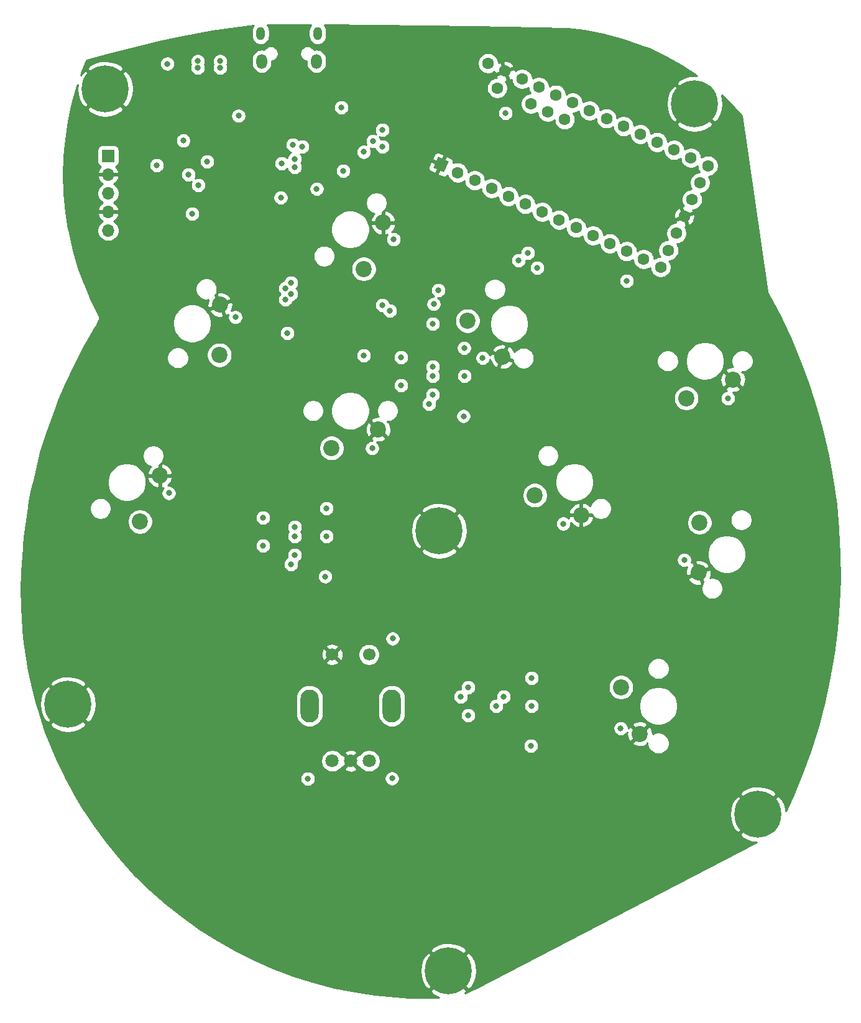
<source format=gbr>
G04 #@! TF.GenerationSoftware,KiCad,Pcbnew,(5.1.5)-3*
G04 #@! TF.CreationDate,2021-10-20T23:00:28+02:00*
G04 #@! TF.ProjectId,WFP_v2_0,5746505f-7632-45f3-902e-6b696361645f,v 0.2*
G04 #@! TF.SameCoordinates,Original*
G04 #@! TF.FileFunction,Copper,L3,Inr*
G04 #@! TF.FilePolarity,Positive*
%FSLAX46Y46*%
G04 Gerber Fmt 4.6, Leading zero omitted, Abs format (unit mm)*
G04 Created by KiCad (PCBNEW (5.1.5)-3) date 2021-10-20 23:00:28*
%MOMM*%
%LPD*%
G04 APERTURE LIST*
%ADD10C,2.200000*%
%ADD11C,0.800000*%
%ADD12C,6.400000*%
%ADD13R,1.700000X1.700000*%
%ADD14O,1.700000X1.700000*%
%ADD15O,1.450000X2.000000*%
%ADD16O,1.150000X1.800000*%
%ADD17C,1.800000*%
%ADD18C,1.700000*%
%ADD19O,2.500000X4.500000*%
%ADD20C,0.100000*%
%ADD21C,1.600000*%
%ADD22C,0.254000*%
G04 APERTURE END LIST*
D10*
X89422203Y-71285275D03*
X92061321Y-64975825D03*
X69843386Y-76161349D03*
X69760000Y-83000000D03*
X58950000Y-105720000D03*
X61644077Y-99433821D03*
X91389200Y-93141800D03*
X85039200Y-95681800D03*
X133350000Y-88900000D03*
X139700000Y-86360000D03*
D11*
X55917056Y-45072944D03*
X54220000Y-44370000D03*
X52522944Y-45072944D03*
X51820000Y-46770000D03*
X52522944Y-48467056D03*
X54220000Y-49170000D03*
X55917056Y-48467056D03*
X56620000Y-46770000D03*
D12*
X54220000Y-46770000D03*
X99686000Y-106968000D03*
D11*
X102086000Y-106968000D03*
X101383056Y-108665056D03*
X99686000Y-109368000D03*
X97988944Y-108665056D03*
X97286000Y-106968000D03*
X97988944Y-105270944D03*
X99686000Y-104568000D03*
X101383056Y-105270944D03*
D12*
X134484000Y-48802000D03*
D11*
X136884000Y-48802000D03*
X136181056Y-50499056D03*
X134484000Y-51202000D03*
X132786944Y-50499056D03*
X132084000Y-48802000D03*
X132786944Y-47104944D03*
X134484000Y-46402000D03*
X136181056Y-47104944D03*
X50837056Y-128892944D03*
X49140000Y-128190000D03*
X47442944Y-128892944D03*
X46740000Y-130590000D03*
X47442944Y-132287056D03*
X49140000Y-132990000D03*
X50837056Y-132287056D03*
X51540000Y-130590000D03*
D12*
X49140000Y-130590000D03*
X100959000Y-166912000D03*
D11*
X103359000Y-166912000D03*
X102656056Y-168609056D03*
X100959000Y-169312000D03*
X99261944Y-168609056D03*
X98559000Y-166912000D03*
X99261944Y-165214944D03*
X100959000Y-164512000D03*
X102656056Y-165214944D03*
X144817056Y-143878944D03*
X143120000Y-143176000D03*
X141422944Y-143878944D03*
X140720000Y-145576000D03*
X141422944Y-147273056D03*
X143120000Y-147976000D03*
X144817056Y-147273056D03*
X145520000Y-145576000D03*
D12*
X143120000Y-145576000D03*
D13*
X54610000Y-55880000D03*
D14*
X54610000Y-58420000D03*
X54610000Y-60960000D03*
X54610000Y-63500000D03*
X54610000Y-66040000D03*
D15*
X75523000Y-42998000D03*
X82973000Y-42998000D03*
D16*
X75373000Y-39198000D03*
X83123000Y-39198000D03*
D10*
X119006179Y-104814077D03*
X112720000Y-102120000D03*
X135153400Y-105816400D03*
X135010340Y-112654063D03*
X124460000Y-128270000D03*
X127000000Y-134620000D03*
D17*
X90130000Y-138310000D03*
X87630000Y-138310000D03*
X85130000Y-138310000D03*
D18*
X90130000Y-123810000D03*
X85130000Y-123810000D03*
D19*
X82030000Y-130810000D03*
X93230000Y-130810000D03*
D10*
X108326694Y-83234619D03*
X103550000Y-78340000D03*
G04 #@! TA.AperFunction,ViaPad*
D20*
G36*
X98853366Y-57465590D02*
G01*
X99529555Y-56015497D01*
X100979648Y-56691686D01*
X100303459Y-58141779D01*
X98853366Y-57465590D01*
G37*
G04 #@! TD.AperFunction*
D21*
X102218529Y-58152088D03*
X104520551Y-59225539D03*
X106822573Y-60298989D03*
X109124594Y-61372439D03*
X111426616Y-62445890D03*
X113728638Y-63519340D03*
X116030660Y-64592791D03*
X118332682Y-65666241D03*
X120634703Y-66739691D03*
X122936725Y-67813142D03*
X125238747Y-68886592D03*
X127540769Y-69960042D03*
X116793868Y-50935781D03*
X114491846Y-49862330D03*
X112189825Y-48788880D03*
X107585781Y-46641979D03*
X106357210Y-43266507D03*
X108659231Y-44339958D03*
X110961253Y-45413408D03*
X113263275Y-46486858D03*
X115565297Y-47560309D03*
X117867318Y-48633759D03*
X120169340Y-49707209D03*
X122471362Y-50780660D03*
X124773384Y-51854110D03*
X127075406Y-52927561D03*
X129377427Y-54001011D03*
X131679449Y-55074461D03*
X133981471Y-56147912D03*
X129842790Y-71033493D03*
X130916241Y-68731471D03*
X131989691Y-66429449D03*
X136283493Y-57221362D03*
X135210042Y-59523384D03*
X134136592Y-61825406D03*
X133063142Y-64127428D03*
D11*
X61214000Y-60706000D03*
X77114400Y-65557400D03*
X82296000Y-65532000D03*
X60858400Y-43307000D03*
X69850000Y-41579800D03*
X69850000Y-40690800D03*
X73075800Y-47396400D03*
X73685400Y-51968400D03*
X85598000Y-60350400D03*
X99999800Y-92608400D03*
X77546200Y-102590600D03*
X81178400Y-114452400D03*
X105486200Y-125730000D03*
X109118400Y-137515600D03*
X94488000Y-82042000D03*
X65278000Y-59944000D03*
X76962000Y-56388000D03*
X76454000Y-58420000D03*
X61214000Y-48006000D03*
X68834000Y-48006000D03*
X66548000Y-49022000D03*
X63500000Y-49276000D03*
X81935138Y-44810862D03*
X80962340Y-46037660D03*
X82296000Y-51816000D03*
X65532000Y-58420000D03*
X61214000Y-57150000D03*
X108712000Y-50038000D03*
X78105000Y-61569600D03*
X62661800Y-43332400D03*
X66802000Y-42976800D03*
X66802000Y-43865800D03*
X69850000Y-43865800D03*
X69850000Y-42976800D03*
X72364600Y-50419000D03*
X83007200Y-60375800D03*
X102997000Y-91338400D03*
X84175600Y-113182400D03*
X112166400Y-136245600D03*
X93345000Y-121640600D03*
X81788000Y-140716000D03*
X93268800Y-140690600D03*
X124409200Y-133858000D03*
X133070600Y-110921800D03*
X116586000Y-105994200D03*
X90551000Y-95707200D03*
X139014200Y-88900000D03*
X105613200Y-83413600D03*
X93472000Y-67259200D03*
X62865000Y-101828600D03*
X71932800Y-77851000D03*
X78231984Y-56896000D03*
X64831400Y-53786600D03*
X86360000Y-49276000D03*
X66878200Y-59867800D03*
X80010000Y-56293325D03*
X80010000Y-57404000D03*
X79756000Y-54356000D03*
X81026000Y-54610000D03*
X66040000Y-63754000D03*
X86614000Y-57912000D03*
X102616000Y-129540000D03*
X89408000Y-83058000D03*
X75692000Y-108966000D03*
X79502000Y-73152000D03*
X75692000Y-105156000D03*
X78740000Y-73914000D03*
X84328000Y-103886000D03*
X79502000Y-74676000D03*
X84328000Y-107696000D03*
X78740000Y-75438000D03*
X91948000Y-76200000D03*
X94488000Y-87122000D03*
X92964000Y-76962000D03*
X94488000Y-83312000D03*
X99568000Y-74168000D03*
X103086000Y-82042000D03*
X98933000Y-76073000D03*
X103124000Y-85852000D03*
X125222000Y-72898000D03*
X113030000Y-71120000D03*
X103632000Y-132080000D03*
X111760000Y-69088000D03*
X108458000Y-129540000D03*
X112268000Y-127000000D03*
X91948000Y-54610000D03*
X91948000Y-52324000D03*
X112268000Y-130810000D03*
X90678000Y-53848000D03*
X103632000Y-128270000D03*
X89408000Y-55335010D03*
X80010000Y-110236000D03*
X79502000Y-111506000D03*
X80010000Y-106426000D03*
X80010000Y-107696000D03*
X98806000Y-78740000D03*
X98806000Y-88392000D03*
X98298000Y-89662000D03*
X98806000Y-85852000D03*
X98806000Y-84582000D03*
X110490000Y-70104000D03*
X107442000Y-130810000D03*
X78994000Y-80010000D03*
X68072000Y-56642000D03*
D22*
G36*
X82112054Y-38197509D02*
G01*
X81999697Y-38407714D01*
X81930508Y-38635800D01*
X81913000Y-38813564D01*
X81913000Y-39582437D01*
X81930508Y-39760201D01*
X81999697Y-39988287D01*
X82112055Y-40198492D01*
X82263262Y-40382739D01*
X82447509Y-40533946D01*
X82657714Y-40646303D01*
X82885800Y-40715492D01*
X83123000Y-40738854D01*
X83360201Y-40715492D01*
X83588287Y-40646303D01*
X83798492Y-40533946D01*
X83982739Y-40382739D01*
X84133946Y-40198492D01*
X84246303Y-39988287D01*
X84315492Y-39760200D01*
X84333000Y-39582436D01*
X84333000Y-38813563D01*
X84315492Y-38635799D01*
X84246303Y-38407713D01*
X84133946Y-38197508D01*
X84033714Y-38075374D01*
X104467614Y-38298267D01*
X117203896Y-38514881D01*
X119478492Y-38767614D01*
X122008808Y-39273677D01*
X124793880Y-40033242D01*
X127391726Y-40961044D01*
X128231663Y-41292106D01*
X129817784Y-42038882D01*
X130667722Y-42463851D01*
X132150177Y-43282613D01*
X132755942Y-43646072D01*
X134410458Y-44704665D01*
X134781225Y-44977140D01*
X134508305Y-44948520D01*
X133756062Y-45017822D01*
X133031792Y-45232548D01*
X132363330Y-45584445D01*
X132322912Y-45611452D01*
X131962724Y-46101119D01*
X134484000Y-48622395D01*
X134498143Y-48608253D01*
X134677748Y-48787858D01*
X134663605Y-48802000D01*
X137184881Y-51323276D01*
X137674548Y-50963088D01*
X138034849Y-50299118D01*
X138258694Y-49577615D01*
X138337480Y-48826305D01*
X138268178Y-48074062D01*
X138139292Y-47639329D01*
X139818703Y-49244879D01*
X140901492Y-50405083D01*
X144357434Y-74325454D01*
X144383400Y-74430804D01*
X144444808Y-74561918D01*
X144455375Y-74576279D01*
X146019216Y-77535446D01*
X147468986Y-80594818D01*
X148783924Y-83714506D01*
X149961535Y-86888592D01*
X150999577Y-90111036D01*
X151896066Y-93375672D01*
X152649302Y-96676314D01*
X153257845Y-100006658D01*
X153720544Y-103360386D01*
X154036515Y-106731104D01*
X154205158Y-110112413D01*
X154226150Y-113497842D01*
X154099450Y-116880962D01*
X153825303Y-120255329D01*
X153404225Y-123614556D01*
X152837025Y-126952190D01*
X152124775Y-130261924D01*
X151268842Y-133537415D01*
X150270841Y-136772476D01*
X149132680Y-139960923D01*
X147856522Y-143096694D01*
X146929070Y-145118253D01*
X146904178Y-144848062D01*
X146689452Y-144123792D01*
X146337555Y-143455330D01*
X146310548Y-143414912D01*
X145820881Y-143054724D01*
X143299605Y-145576000D01*
X143313748Y-145590143D01*
X143134143Y-145769748D01*
X143120000Y-145755605D01*
X140598724Y-148276881D01*
X140958912Y-148766548D01*
X141622882Y-149126849D01*
X142344385Y-149350694D01*
X142876932Y-149406539D01*
X104959116Y-169056612D01*
X103243698Y-169934502D01*
X103480276Y-169612881D01*
X100959000Y-167091605D01*
X98437724Y-169612881D01*
X98797912Y-170102548D01*
X99461882Y-170462849D01*
X99640381Y-170518228D01*
X99247780Y-170542766D01*
X96801043Y-170562826D01*
X95549681Y-170507528D01*
X90915423Y-170136788D01*
X88210444Y-169731065D01*
X85389003Y-169155485D01*
X82601554Y-168433031D01*
X79855733Y-167565682D01*
X78045289Y-166887695D01*
X97105520Y-166887695D01*
X97174822Y-167639938D01*
X97389548Y-168364208D01*
X97741445Y-169032670D01*
X97768452Y-169073088D01*
X98258119Y-169433276D01*
X100779395Y-166912000D01*
X101138605Y-166912000D01*
X103659881Y-169433276D01*
X104149548Y-169073088D01*
X104509849Y-168409118D01*
X104733694Y-167687615D01*
X104812480Y-166936305D01*
X104743178Y-166184062D01*
X104528452Y-165459792D01*
X104176555Y-164791330D01*
X104149548Y-164750912D01*
X103659881Y-164390724D01*
X101138605Y-166912000D01*
X100779395Y-166912000D01*
X98258119Y-164390724D01*
X97768452Y-164750912D01*
X97408151Y-165414882D01*
X97184306Y-166136385D01*
X97105520Y-166887695D01*
X78045289Y-166887695D01*
X77159064Y-166555816D01*
X74518951Y-165406203D01*
X72125151Y-164211119D01*
X98437724Y-164211119D01*
X100959000Y-166732395D01*
X103480276Y-164211119D01*
X103120088Y-163721452D01*
X102456118Y-163361151D01*
X101734615Y-163137306D01*
X100983305Y-163058520D01*
X100231062Y-163127822D01*
X99506792Y-163342548D01*
X98838330Y-163694445D01*
X98797912Y-163721452D01*
X98437724Y-164211119D01*
X72125151Y-164211119D01*
X71942601Y-164119983D01*
X69437135Y-162700711D01*
X67009349Y-161152237D01*
X64665945Y-159478837D01*
X62413338Y-157685089D01*
X60257685Y-155775898D01*
X58204899Y-153756499D01*
X56260625Y-151632444D01*
X54430176Y-149409542D01*
X52718569Y-147093880D01*
X51698990Y-145551695D01*
X139266520Y-145551695D01*
X139335822Y-146303938D01*
X139550548Y-147028208D01*
X139902445Y-147696670D01*
X139929452Y-147737088D01*
X140419119Y-148097276D01*
X142940395Y-145576000D01*
X140419119Y-143054724D01*
X139929452Y-143414912D01*
X139569151Y-144078882D01*
X139345306Y-144800385D01*
X139266520Y-145551695D01*
X51698990Y-145551695D01*
X51130510Y-144691829D01*
X50061679Y-142875119D01*
X140598724Y-142875119D01*
X143120000Y-145396395D01*
X145641276Y-142875119D01*
X145281088Y-142385452D01*
X144617118Y-142025151D01*
X143895615Y-141801306D01*
X143144305Y-141722520D01*
X142392062Y-141791822D01*
X141667792Y-142006548D01*
X140999330Y-142358445D01*
X140958912Y-142385452D01*
X140598724Y-142875119D01*
X50061679Y-142875119D01*
X49670342Y-142209959D01*
X48840641Y-140614061D01*
X80753000Y-140614061D01*
X80753000Y-140817939D01*
X80792774Y-141017898D01*
X80870795Y-141206256D01*
X80984063Y-141375774D01*
X81128226Y-141519937D01*
X81297744Y-141633205D01*
X81486102Y-141711226D01*
X81686061Y-141751000D01*
X81889939Y-141751000D01*
X82089898Y-141711226D01*
X82278256Y-141633205D01*
X82447774Y-141519937D01*
X82591937Y-141375774D01*
X82705205Y-141206256D01*
X82783226Y-141017898D01*
X82823000Y-140817939D01*
X82823000Y-140614061D01*
X82817948Y-140588661D01*
X92233800Y-140588661D01*
X92233800Y-140792539D01*
X92273574Y-140992498D01*
X92351595Y-141180856D01*
X92464863Y-141350374D01*
X92609026Y-141494537D01*
X92778544Y-141607805D01*
X92966902Y-141685826D01*
X93166861Y-141725600D01*
X93370739Y-141725600D01*
X93570698Y-141685826D01*
X93759056Y-141607805D01*
X93928574Y-141494537D01*
X94072737Y-141350374D01*
X94186005Y-141180856D01*
X94264026Y-140992498D01*
X94303800Y-140792539D01*
X94303800Y-140588661D01*
X94264026Y-140388702D01*
X94186005Y-140200344D01*
X94072737Y-140030826D01*
X93928574Y-139886663D01*
X93759056Y-139773395D01*
X93570698Y-139695374D01*
X93370739Y-139655600D01*
X93166861Y-139655600D01*
X92966902Y-139695374D01*
X92778544Y-139773395D01*
X92609026Y-139886663D01*
X92464863Y-140030826D01*
X92351595Y-140200344D01*
X92273574Y-140388702D01*
X92233800Y-140588661D01*
X82817948Y-140588661D01*
X82783226Y-140414102D01*
X82705205Y-140225744D01*
X82591937Y-140056226D01*
X82447774Y-139912063D01*
X82278256Y-139798795D01*
X82089898Y-139720774D01*
X81889939Y-139681000D01*
X81686061Y-139681000D01*
X81486102Y-139720774D01*
X81297744Y-139798795D01*
X81128226Y-139912063D01*
X80984063Y-140056226D01*
X80870795Y-140225744D01*
X80792774Y-140414102D01*
X80753000Y-140614061D01*
X48840641Y-140614061D01*
X48641513Y-140231047D01*
X48225938Y-139399896D01*
X47661136Y-138158816D01*
X83595000Y-138158816D01*
X83595000Y-138461184D01*
X83653989Y-138757743D01*
X83769701Y-139037095D01*
X83937688Y-139288505D01*
X84151495Y-139502312D01*
X84402905Y-139670299D01*
X84682257Y-139786011D01*
X84978816Y-139845000D01*
X85281184Y-139845000D01*
X85577743Y-139786011D01*
X85857095Y-139670299D01*
X86108505Y-139502312D01*
X86236737Y-139374080D01*
X86745525Y-139374080D01*
X86829208Y-139628261D01*
X87101775Y-139759158D01*
X87394642Y-139834365D01*
X87696553Y-139850991D01*
X87995907Y-139808397D01*
X88281199Y-139708222D01*
X88430792Y-139628261D01*
X88514475Y-139374080D01*
X87630000Y-138489605D01*
X86745525Y-139374080D01*
X86236737Y-139374080D01*
X86322312Y-139288505D01*
X86417738Y-139145690D01*
X86565920Y-139194475D01*
X87450395Y-138310000D01*
X87809605Y-138310000D01*
X88694080Y-139194475D01*
X88842262Y-139145690D01*
X88937688Y-139288505D01*
X89151495Y-139502312D01*
X89402905Y-139670299D01*
X89682257Y-139786011D01*
X89978816Y-139845000D01*
X90281184Y-139845000D01*
X90577743Y-139786011D01*
X90857095Y-139670299D01*
X91108505Y-139502312D01*
X91322312Y-139288505D01*
X91490299Y-139037095D01*
X91606011Y-138757743D01*
X91665000Y-138461184D01*
X91665000Y-138158816D01*
X91606011Y-137862257D01*
X91490299Y-137582905D01*
X91322312Y-137331495D01*
X91108505Y-137117688D01*
X90857095Y-136949701D01*
X90577743Y-136833989D01*
X90281184Y-136775000D01*
X89978816Y-136775000D01*
X89682257Y-136833989D01*
X89402905Y-136949701D01*
X89151495Y-137117688D01*
X88937688Y-137331495D01*
X88842262Y-137474310D01*
X88694080Y-137425525D01*
X87809605Y-138310000D01*
X87450395Y-138310000D01*
X86565920Y-137425525D01*
X86417738Y-137474310D01*
X86322312Y-137331495D01*
X86236737Y-137245920D01*
X86745525Y-137245920D01*
X87630000Y-138130395D01*
X88514475Y-137245920D01*
X88430792Y-136991739D01*
X88158225Y-136860842D01*
X87865358Y-136785635D01*
X87563447Y-136769009D01*
X87264093Y-136811603D01*
X86978801Y-136911778D01*
X86829208Y-136991739D01*
X86745525Y-137245920D01*
X86236737Y-137245920D01*
X86108505Y-137117688D01*
X85857095Y-136949701D01*
X85577743Y-136833989D01*
X85281184Y-136775000D01*
X84978816Y-136775000D01*
X84682257Y-136833989D01*
X84402905Y-136949701D01*
X84151495Y-137117688D01*
X83937688Y-137331495D01*
X83769701Y-137582905D01*
X83653989Y-137862257D01*
X83595000Y-138158816D01*
X47661136Y-138158816D01*
X47149312Y-137034149D01*
X46799083Y-136143661D01*
X111131400Y-136143661D01*
X111131400Y-136347539D01*
X111171174Y-136547498D01*
X111249195Y-136735856D01*
X111362463Y-136905374D01*
X111506626Y-137049537D01*
X111676144Y-137162805D01*
X111864502Y-137240826D01*
X112064461Y-137280600D01*
X112268339Y-137280600D01*
X112468298Y-137240826D01*
X112656656Y-137162805D01*
X112826174Y-137049537D01*
X112970337Y-136905374D01*
X113083605Y-136735856D01*
X113161626Y-136547498D01*
X113201400Y-136347539D01*
X113201400Y-136143661D01*
X113161626Y-135943702D01*
X113113167Y-135826712D01*
X125972893Y-135826712D01*
X126080726Y-136101338D01*
X126387384Y-136252216D01*
X126717585Y-136340369D01*
X127058639Y-136362409D01*
X127397439Y-136317489D01*
X127720966Y-136207336D01*
X127919274Y-136101338D01*
X128027106Y-135826714D01*
X128055000Y-135854608D01*
X128055000Y-136036260D01*
X128112068Y-136323158D01*
X128224010Y-136593411D01*
X128386525Y-136836632D01*
X128593368Y-137043475D01*
X128836589Y-137205990D01*
X129106842Y-137317932D01*
X129393740Y-137375000D01*
X129686260Y-137375000D01*
X129973158Y-137317932D01*
X130243411Y-137205990D01*
X130486632Y-137043475D01*
X130693475Y-136836632D01*
X130855990Y-136593411D01*
X130967932Y-136323158D01*
X131025000Y-136036260D01*
X131025000Y-135743740D01*
X130967932Y-135456842D01*
X130855990Y-135186589D01*
X130693475Y-134943368D01*
X130486632Y-134736525D01*
X130243411Y-134574010D01*
X129973158Y-134462068D01*
X129686260Y-134405000D01*
X129393740Y-134405000D01*
X129106842Y-134462068D01*
X128836589Y-134574010D01*
X128737304Y-134640350D01*
X128742409Y-134561361D01*
X128697489Y-134222561D01*
X128587336Y-133899034D01*
X128481338Y-133700726D01*
X128206712Y-133592893D01*
X127179605Y-134620000D01*
X127193748Y-134634143D01*
X127014143Y-134813748D01*
X127000000Y-134799605D01*
X125972893Y-135826712D01*
X113113167Y-135826712D01*
X113083605Y-135755344D01*
X112970337Y-135585826D01*
X112826174Y-135441663D01*
X112656656Y-135328395D01*
X112468298Y-135250374D01*
X112268339Y-135210600D01*
X112064461Y-135210600D01*
X111864502Y-135250374D01*
X111676144Y-135328395D01*
X111506626Y-135441663D01*
X111362463Y-135585826D01*
X111249195Y-135755344D01*
X111171174Y-135943702D01*
X111131400Y-136143661D01*
X46799083Y-136143661D01*
X46095366Y-134354402D01*
X45740142Y-133290881D01*
X46618724Y-133290881D01*
X46978912Y-133780548D01*
X47642882Y-134140849D01*
X48364385Y-134364694D01*
X49115695Y-134443480D01*
X49867938Y-134374178D01*
X50592208Y-134159452D01*
X51260670Y-133807555D01*
X51301088Y-133780548D01*
X51319100Y-133756061D01*
X123374200Y-133756061D01*
X123374200Y-133959939D01*
X123413974Y-134159898D01*
X123491995Y-134348256D01*
X123605263Y-134517774D01*
X123749426Y-134661937D01*
X123918944Y-134775205D01*
X124107302Y-134853226D01*
X124307261Y-134893000D01*
X124511139Y-134893000D01*
X124711098Y-134853226D01*
X124899456Y-134775205D01*
X125068974Y-134661937D01*
X125213137Y-134517774D01*
X125273859Y-134426896D01*
X125257591Y-134678639D01*
X125302511Y-135017439D01*
X125412664Y-135340966D01*
X125518662Y-135539274D01*
X125793288Y-135647107D01*
X126820395Y-134620000D01*
X125793288Y-133592893D01*
X125518662Y-133700726D01*
X125444200Y-133852069D01*
X125444200Y-133756061D01*
X125404426Y-133556102D01*
X125345271Y-133413288D01*
X125972893Y-133413288D01*
X127000000Y-134440395D01*
X128027107Y-133413288D01*
X127919274Y-133138662D01*
X127612616Y-132987784D01*
X127282415Y-132899631D01*
X126941361Y-132877591D01*
X126602561Y-132922511D01*
X126279034Y-133032664D01*
X126080726Y-133138662D01*
X125972893Y-133413288D01*
X125345271Y-133413288D01*
X125326405Y-133367744D01*
X125213137Y-133198226D01*
X125068974Y-133054063D01*
X124899456Y-132940795D01*
X124711098Y-132862774D01*
X124511139Y-132823000D01*
X124307261Y-132823000D01*
X124107302Y-132862774D01*
X123918944Y-132940795D01*
X123749426Y-133054063D01*
X123605263Y-133198226D01*
X123491995Y-133367744D01*
X123413974Y-133556102D01*
X123374200Y-133756061D01*
X51319100Y-133756061D01*
X51661276Y-133290881D01*
X49140000Y-130769605D01*
X46618724Y-133290881D01*
X45740142Y-133290881D01*
X45183110Y-131623162D01*
X44890450Y-130565695D01*
X45286520Y-130565695D01*
X45355822Y-131317938D01*
X45570548Y-132042208D01*
X45922445Y-132710670D01*
X45949452Y-132751088D01*
X46439119Y-133111276D01*
X48960395Y-130590000D01*
X49319605Y-130590000D01*
X51840881Y-133111276D01*
X52330548Y-132751088D01*
X52690849Y-132087118D01*
X52914694Y-131365615D01*
X52993480Y-130614305D01*
X52924178Y-129862062D01*
X52881291Y-129717404D01*
X80145000Y-129717404D01*
X80145001Y-131902597D01*
X80172276Y-132179524D01*
X80280062Y-132534848D01*
X80455098Y-132862317D01*
X80690656Y-133149345D01*
X80977684Y-133384903D01*
X81305153Y-133559939D01*
X81660477Y-133667725D01*
X82030000Y-133704120D01*
X82399524Y-133667725D01*
X82754848Y-133559939D01*
X83082317Y-133384903D01*
X83369345Y-133149345D01*
X83604903Y-132862317D01*
X83779939Y-132534848D01*
X83887725Y-132179524D01*
X83915000Y-131902597D01*
X83915000Y-129717404D01*
X91345000Y-129717404D01*
X91345001Y-131902597D01*
X91372276Y-132179524D01*
X91480062Y-132534848D01*
X91655098Y-132862317D01*
X91890656Y-133149345D01*
X92177684Y-133384903D01*
X92505153Y-133559939D01*
X92860477Y-133667725D01*
X93230000Y-133704120D01*
X93599524Y-133667725D01*
X93954848Y-133559939D01*
X94282317Y-133384903D01*
X94569345Y-133149345D01*
X94804903Y-132862317D01*
X94979939Y-132534848D01*
X95087725Y-132179524D01*
X95107567Y-131978061D01*
X102597000Y-131978061D01*
X102597000Y-132181939D01*
X102636774Y-132381898D01*
X102714795Y-132570256D01*
X102828063Y-132739774D01*
X102972226Y-132883937D01*
X103141744Y-132997205D01*
X103330102Y-133075226D01*
X103530061Y-133115000D01*
X103733939Y-133115000D01*
X103933898Y-133075226D01*
X104122256Y-132997205D01*
X104291774Y-132883937D01*
X104435937Y-132739774D01*
X104549205Y-132570256D01*
X104627226Y-132381898D01*
X104667000Y-132181939D01*
X104667000Y-131978061D01*
X104627226Y-131778102D01*
X104549205Y-131589744D01*
X104435937Y-131420226D01*
X104291774Y-131276063D01*
X104122256Y-131162795D01*
X103933898Y-131084774D01*
X103733939Y-131045000D01*
X103530061Y-131045000D01*
X103330102Y-131084774D01*
X103141744Y-131162795D01*
X102972226Y-131276063D01*
X102828063Y-131420226D01*
X102714795Y-131589744D01*
X102636774Y-131778102D01*
X102597000Y-131978061D01*
X95107567Y-131978061D01*
X95115000Y-131902597D01*
X95115000Y-130708061D01*
X106407000Y-130708061D01*
X106407000Y-130911939D01*
X106446774Y-131111898D01*
X106524795Y-131300256D01*
X106638063Y-131469774D01*
X106782226Y-131613937D01*
X106951744Y-131727205D01*
X107140102Y-131805226D01*
X107340061Y-131845000D01*
X107543939Y-131845000D01*
X107743898Y-131805226D01*
X107932256Y-131727205D01*
X108101774Y-131613937D01*
X108245937Y-131469774D01*
X108359205Y-131300256D01*
X108437226Y-131111898D01*
X108477000Y-130911939D01*
X108477000Y-130708061D01*
X111233000Y-130708061D01*
X111233000Y-130911939D01*
X111272774Y-131111898D01*
X111350795Y-131300256D01*
X111464063Y-131469774D01*
X111608226Y-131613937D01*
X111777744Y-131727205D01*
X111966102Y-131805226D01*
X112166061Y-131845000D01*
X112369939Y-131845000D01*
X112569898Y-131805226D01*
X112758256Y-131727205D01*
X112927774Y-131613937D01*
X113071937Y-131469774D01*
X113185205Y-131300256D01*
X113263226Y-131111898D01*
X113303000Y-130911939D01*
X113303000Y-130708061D01*
X113271655Y-130550475D01*
X126905000Y-130550475D01*
X126905000Y-131069525D01*
X127006261Y-131578601D01*
X127204893Y-132058141D01*
X127493262Y-132489715D01*
X127860285Y-132856738D01*
X128291859Y-133145107D01*
X128771399Y-133343739D01*
X129280475Y-133445000D01*
X129799525Y-133445000D01*
X130308601Y-133343739D01*
X130788141Y-133145107D01*
X131219715Y-132856738D01*
X131586738Y-132489715D01*
X131875107Y-132058141D01*
X132073739Y-131578601D01*
X132175000Y-131069525D01*
X132175000Y-130550475D01*
X132073739Y-130041399D01*
X131875107Y-129561859D01*
X131586738Y-129130285D01*
X131219715Y-128763262D01*
X130788141Y-128474893D01*
X130308601Y-128276261D01*
X129799525Y-128175000D01*
X129280475Y-128175000D01*
X128771399Y-128276261D01*
X128291859Y-128474893D01*
X127860285Y-128763262D01*
X127493262Y-129130285D01*
X127204893Y-129561859D01*
X127006261Y-130041399D01*
X126905000Y-130550475D01*
X113271655Y-130550475D01*
X113263226Y-130508102D01*
X113185205Y-130319744D01*
X113071937Y-130150226D01*
X112927774Y-130006063D01*
X112758256Y-129892795D01*
X112569898Y-129814774D01*
X112369939Y-129775000D01*
X112166061Y-129775000D01*
X111966102Y-129814774D01*
X111777744Y-129892795D01*
X111608226Y-130006063D01*
X111464063Y-130150226D01*
X111350795Y-130319744D01*
X111272774Y-130508102D01*
X111233000Y-130708061D01*
X108477000Y-130708061D01*
X108450533Y-130575000D01*
X108559939Y-130575000D01*
X108759898Y-130535226D01*
X108948256Y-130457205D01*
X109117774Y-130343937D01*
X109261937Y-130199774D01*
X109375205Y-130030256D01*
X109453226Y-129841898D01*
X109493000Y-129641939D01*
X109493000Y-129438061D01*
X109453226Y-129238102D01*
X109375205Y-129049744D01*
X109261937Y-128880226D01*
X109117774Y-128736063D01*
X108948256Y-128622795D01*
X108759898Y-128544774D01*
X108559939Y-128505000D01*
X108356061Y-128505000D01*
X108156102Y-128544774D01*
X107967744Y-128622795D01*
X107798226Y-128736063D01*
X107654063Y-128880226D01*
X107540795Y-129049744D01*
X107462774Y-129238102D01*
X107423000Y-129438061D01*
X107423000Y-129641939D01*
X107449467Y-129775000D01*
X107340061Y-129775000D01*
X107140102Y-129814774D01*
X106951744Y-129892795D01*
X106782226Y-130006063D01*
X106638063Y-130150226D01*
X106524795Y-130319744D01*
X106446774Y-130508102D01*
X106407000Y-130708061D01*
X95115000Y-130708061D01*
X95115000Y-129717403D01*
X95087725Y-129440476D01*
X95086993Y-129438061D01*
X101581000Y-129438061D01*
X101581000Y-129641939D01*
X101620774Y-129841898D01*
X101698795Y-130030256D01*
X101812063Y-130199774D01*
X101956226Y-130343937D01*
X102125744Y-130457205D01*
X102314102Y-130535226D01*
X102514061Y-130575000D01*
X102717939Y-130575000D01*
X102917898Y-130535226D01*
X103106256Y-130457205D01*
X103275774Y-130343937D01*
X103419937Y-130199774D01*
X103533205Y-130030256D01*
X103611226Y-129841898D01*
X103651000Y-129641939D01*
X103651000Y-129438061D01*
X103624533Y-129305000D01*
X103733939Y-129305000D01*
X103933898Y-129265226D01*
X104122256Y-129187205D01*
X104291774Y-129073937D01*
X104435937Y-128929774D01*
X104549205Y-128760256D01*
X104627226Y-128571898D01*
X104667000Y-128371939D01*
X104667000Y-128168061D01*
X104653287Y-128099117D01*
X122725000Y-128099117D01*
X122725000Y-128440883D01*
X122791675Y-128776081D01*
X122922463Y-129091831D01*
X123112337Y-129375998D01*
X123354002Y-129617663D01*
X123638169Y-129807537D01*
X123953919Y-129938325D01*
X124289117Y-130005000D01*
X124630883Y-130005000D01*
X124966081Y-129938325D01*
X125281831Y-129807537D01*
X125565998Y-129617663D01*
X125807663Y-129375998D01*
X125997537Y-129091831D01*
X126128325Y-128776081D01*
X126195000Y-128440883D01*
X126195000Y-128099117D01*
X126128325Y-127763919D01*
X125997537Y-127448169D01*
X125807663Y-127164002D01*
X125565998Y-126922337D01*
X125281831Y-126732463D01*
X124966081Y-126601675D01*
X124630883Y-126535000D01*
X124289117Y-126535000D01*
X123953919Y-126601675D01*
X123638169Y-126732463D01*
X123354002Y-126922337D01*
X123112337Y-127164002D01*
X122922463Y-127448169D01*
X122791675Y-127763919D01*
X122725000Y-128099117D01*
X104653287Y-128099117D01*
X104627226Y-127968102D01*
X104549205Y-127779744D01*
X104435937Y-127610226D01*
X104291774Y-127466063D01*
X104122256Y-127352795D01*
X103933898Y-127274774D01*
X103733939Y-127235000D01*
X103530061Y-127235000D01*
X103330102Y-127274774D01*
X103141744Y-127352795D01*
X102972226Y-127466063D01*
X102828063Y-127610226D01*
X102714795Y-127779744D01*
X102636774Y-127968102D01*
X102597000Y-128168061D01*
X102597000Y-128371939D01*
X102623467Y-128505000D01*
X102514061Y-128505000D01*
X102314102Y-128544774D01*
X102125744Y-128622795D01*
X101956226Y-128736063D01*
X101812063Y-128880226D01*
X101698795Y-129049744D01*
X101620774Y-129238102D01*
X101581000Y-129438061D01*
X95086993Y-129438061D01*
X94979939Y-129085152D01*
X94804903Y-128757683D01*
X94569345Y-128470655D01*
X94282317Y-128235097D01*
X93954847Y-128060061D01*
X93599523Y-127952275D01*
X93230000Y-127915880D01*
X92860476Y-127952275D01*
X92505152Y-128060061D01*
X92177683Y-128235097D01*
X91890655Y-128470655D01*
X91655097Y-128757683D01*
X91480061Y-129085153D01*
X91372275Y-129440477D01*
X91345000Y-129717404D01*
X83915000Y-129717404D01*
X83915000Y-129717403D01*
X83887725Y-129440476D01*
X83779939Y-129085152D01*
X83604903Y-128757683D01*
X83369345Y-128470655D01*
X83082317Y-128235097D01*
X82754847Y-128060061D01*
X82399523Y-127952275D01*
X82030000Y-127915880D01*
X81660476Y-127952275D01*
X81305152Y-128060061D01*
X80977683Y-128235097D01*
X80690655Y-128470655D01*
X80455097Y-128757683D01*
X80280061Y-129085153D01*
X80172275Y-129440477D01*
X80145000Y-129717404D01*
X52881291Y-129717404D01*
X52709452Y-129137792D01*
X52357555Y-128469330D01*
X52330548Y-128428912D01*
X51840881Y-128068724D01*
X49319605Y-130590000D01*
X48960395Y-130590000D01*
X46439119Y-128068724D01*
X45949452Y-128428912D01*
X45589151Y-129092882D01*
X45365306Y-129814385D01*
X45286520Y-130565695D01*
X44890450Y-130565695D01*
X44415046Y-128847925D01*
X44203016Y-127889119D01*
X46618724Y-127889119D01*
X49140000Y-130410395D01*
X51661276Y-127889119D01*
X51301088Y-127399452D01*
X50637118Y-127039151D01*
X50182354Y-126898061D01*
X111233000Y-126898061D01*
X111233000Y-127101939D01*
X111272774Y-127301898D01*
X111350795Y-127490256D01*
X111464063Y-127659774D01*
X111608226Y-127803937D01*
X111777744Y-127917205D01*
X111966102Y-127995226D01*
X112166061Y-128035000D01*
X112369939Y-128035000D01*
X112569898Y-127995226D01*
X112758256Y-127917205D01*
X112927774Y-127803937D01*
X113071937Y-127659774D01*
X113185205Y-127490256D01*
X113263226Y-127301898D01*
X113303000Y-127101939D01*
X113303000Y-126898061D01*
X113263226Y-126698102D01*
X113185205Y-126509744D01*
X113071937Y-126340226D01*
X112927774Y-126196063D01*
X112758256Y-126082795D01*
X112569898Y-126004774D01*
X112369939Y-125965000D01*
X112166061Y-125965000D01*
X111966102Y-126004774D01*
X111777744Y-126082795D01*
X111608226Y-126196063D01*
X111464063Y-126340226D01*
X111350795Y-126509744D01*
X111272774Y-126698102D01*
X111233000Y-126898061D01*
X50182354Y-126898061D01*
X49915615Y-126815306D01*
X49164305Y-126736520D01*
X48412062Y-126805822D01*
X47687792Y-127020548D01*
X47019330Y-127372445D01*
X46978912Y-127399452D01*
X46618724Y-127889119D01*
X44203016Y-127889119D01*
X43793284Y-126036303D01*
X43717798Y-125583740D01*
X128055000Y-125583740D01*
X128055000Y-125876260D01*
X128112068Y-126163158D01*
X128224010Y-126433411D01*
X128386525Y-126676632D01*
X128593368Y-126883475D01*
X128836589Y-127045990D01*
X129106842Y-127157932D01*
X129393740Y-127215000D01*
X129686260Y-127215000D01*
X129973158Y-127157932D01*
X130243411Y-127045990D01*
X130486632Y-126883475D01*
X130693475Y-126676632D01*
X130855990Y-126433411D01*
X130967932Y-126163158D01*
X131025000Y-125876260D01*
X131025000Y-125583740D01*
X130967932Y-125296842D01*
X130855990Y-125026589D01*
X130693475Y-124783368D01*
X130486632Y-124576525D01*
X130243411Y-124414010D01*
X129973158Y-124302068D01*
X129686260Y-124245000D01*
X129393740Y-124245000D01*
X129106842Y-124302068D01*
X128836589Y-124414010D01*
X128593368Y-124576525D01*
X128386525Y-124783368D01*
X128224010Y-125026589D01*
X128112068Y-125296842D01*
X128055000Y-125583740D01*
X43717798Y-125583740D01*
X43593475Y-124838397D01*
X84281208Y-124838397D01*
X84358843Y-125087472D01*
X84622883Y-125213371D01*
X84906411Y-125285339D01*
X85198531Y-125300611D01*
X85488019Y-125258599D01*
X85763747Y-125160919D01*
X85901157Y-125087472D01*
X85978792Y-124838397D01*
X85130000Y-123989605D01*
X84281208Y-124838397D01*
X43593475Y-124838397D01*
X43433369Y-123878531D01*
X83639389Y-123878531D01*
X83681401Y-124168019D01*
X83779081Y-124443747D01*
X83852528Y-124581157D01*
X84101603Y-124658792D01*
X84950395Y-123810000D01*
X85309605Y-123810000D01*
X86158397Y-124658792D01*
X86407472Y-124581157D01*
X86533371Y-124317117D01*
X86605339Y-124033589D01*
X86620611Y-123741469D01*
X86609331Y-123663740D01*
X88645000Y-123663740D01*
X88645000Y-123956260D01*
X88702068Y-124243158D01*
X88814010Y-124513411D01*
X88976525Y-124756632D01*
X89183368Y-124963475D01*
X89426589Y-125125990D01*
X89696842Y-125237932D01*
X89983740Y-125295000D01*
X90276260Y-125295000D01*
X90563158Y-125237932D01*
X90833411Y-125125990D01*
X91076632Y-124963475D01*
X91283475Y-124756632D01*
X91445990Y-124513411D01*
X91557932Y-124243158D01*
X91615000Y-123956260D01*
X91615000Y-123663740D01*
X91557932Y-123376842D01*
X91445990Y-123106589D01*
X91283475Y-122863368D01*
X91076632Y-122656525D01*
X90833411Y-122494010D01*
X90563158Y-122382068D01*
X90276260Y-122325000D01*
X89983740Y-122325000D01*
X89696842Y-122382068D01*
X89426589Y-122494010D01*
X89183368Y-122656525D01*
X88976525Y-122863368D01*
X88814010Y-123106589D01*
X88702068Y-123376842D01*
X88645000Y-123663740D01*
X86609331Y-123663740D01*
X86578599Y-123451981D01*
X86480919Y-123176253D01*
X86407472Y-123038843D01*
X86158397Y-122961208D01*
X85309605Y-123810000D01*
X84950395Y-123810000D01*
X84101603Y-122961208D01*
X83852528Y-123038843D01*
X83726629Y-123302883D01*
X83654661Y-123586411D01*
X83639389Y-123878531D01*
X43433369Y-123878531D01*
X43319520Y-123195988D01*
X43272529Y-122781603D01*
X84281208Y-122781603D01*
X85130000Y-123630395D01*
X85978792Y-122781603D01*
X85901157Y-122532528D01*
X85637117Y-122406629D01*
X85353589Y-122334661D01*
X85061469Y-122319389D01*
X84771981Y-122361401D01*
X84496253Y-122459081D01*
X84358843Y-122532528D01*
X84281208Y-122781603D01*
X43272529Y-122781603D01*
X43131579Y-121538661D01*
X92310000Y-121538661D01*
X92310000Y-121742539D01*
X92349774Y-121942498D01*
X92427795Y-122130856D01*
X92541063Y-122300374D01*
X92685226Y-122444537D01*
X92854744Y-122557805D01*
X93043102Y-122635826D01*
X93243061Y-122675600D01*
X93446939Y-122675600D01*
X93646898Y-122635826D01*
X93835256Y-122557805D01*
X94004774Y-122444537D01*
X94148937Y-122300374D01*
X94262205Y-122130856D01*
X94340226Y-121942498D01*
X94380000Y-121742539D01*
X94380000Y-121538661D01*
X94340226Y-121338702D01*
X94262205Y-121150344D01*
X94148937Y-120980826D01*
X94004774Y-120836663D01*
X93835256Y-120723395D01*
X93646898Y-120645374D01*
X93446939Y-120605600D01*
X93243061Y-120605600D01*
X93043102Y-120645374D01*
X92854744Y-120723395D01*
X92685226Y-120836663D01*
X92541063Y-120980826D01*
X92427795Y-121150344D01*
X92349774Y-121338702D01*
X92310000Y-121538661D01*
X43131579Y-121538661D01*
X42995058Y-120334787D01*
X42820782Y-117460491D01*
X42797154Y-114578579D01*
X42853231Y-113080461D01*
X83140600Y-113080461D01*
X83140600Y-113284339D01*
X83180374Y-113484298D01*
X83258395Y-113672656D01*
X83371663Y-113842174D01*
X83515826Y-113986337D01*
X83685344Y-114099605D01*
X83873702Y-114177626D01*
X84073661Y-114217400D01*
X84277539Y-114217400D01*
X84477498Y-114177626D01*
X84665856Y-114099605D01*
X84835374Y-113986337D01*
X84979537Y-113842174D01*
X85092805Y-113672656D01*
X85098688Y-113658453D01*
X133585339Y-113658453D01*
X133808666Y-113917158D01*
X134078174Y-114127323D01*
X134383504Y-114280871D01*
X134712923Y-114371902D01*
X135053771Y-114396917D01*
X135277732Y-114376831D01*
X135484297Y-114166169D01*
X134951647Y-112847812D01*
X135024481Y-112847812D01*
X135361933Y-113185264D01*
X135660974Y-113925417D01*
X135536203Y-114112150D01*
X135424261Y-114382403D01*
X135367193Y-114669301D01*
X135367193Y-114961821D01*
X135424261Y-115248719D01*
X135536203Y-115518972D01*
X135698718Y-115762193D01*
X135905561Y-115969036D01*
X136148782Y-116131551D01*
X136419035Y-116243493D01*
X136705933Y-116300561D01*
X136998453Y-116300561D01*
X137285351Y-116243493D01*
X137555604Y-116131551D01*
X137798825Y-115969036D01*
X138005668Y-115762193D01*
X138168183Y-115518972D01*
X138280125Y-115248719D01*
X138337193Y-114961821D01*
X138337193Y-114669301D01*
X138280125Y-114382403D01*
X138168183Y-114112150D01*
X138005668Y-113868929D01*
X137798825Y-113662086D01*
X137555604Y-113499571D01*
X137285351Y-113387629D01*
X136998453Y-113330561D01*
X136705933Y-113330561D01*
X136601752Y-113351284D01*
X136637148Y-113280899D01*
X136728179Y-112951480D01*
X136753194Y-112610632D01*
X136733108Y-112386671D01*
X136522446Y-112180106D01*
X135235821Y-112699936D01*
X135204089Y-112668204D01*
X135024481Y-112847812D01*
X134951647Y-112847812D01*
X134940163Y-112819390D01*
X133593384Y-113363524D01*
X133585339Y-113658453D01*
X85098688Y-113658453D01*
X85170826Y-113484298D01*
X85210600Y-113284339D01*
X85210600Y-113080461D01*
X85170826Y-112880502D01*
X85092805Y-112692144D01*
X84979537Y-112522626D01*
X84835374Y-112378463D01*
X84665856Y-112265195D01*
X84477498Y-112187174D01*
X84277539Y-112147400D01*
X84073661Y-112147400D01*
X83873702Y-112187174D01*
X83685344Y-112265195D01*
X83515826Y-112378463D01*
X83371663Y-112522626D01*
X83258395Y-112692144D01*
X83180374Y-112880502D01*
X83140600Y-113080461D01*
X42853231Y-113080461D01*
X42877273Y-112438195D01*
X42937205Y-111404061D01*
X78467000Y-111404061D01*
X78467000Y-111607939D01*
X78506774Y-111807898D01*
X78584795Y-111996256D01*
X78698063Y-112165774D01*
X78842226Y-112309937D01*
X79011744Y-112423205D01*
X79200102Y-112501226D01*
X79400061Y-112541000D01*
X79603939Y-112541000D01*
X79803898Y-112501226D01*
X79992256Y-112423205D01*
X80161774Y-112309937D01*
X80305937Y-112165774D01*
X80419205Y-111996256D01*
X80497226Y-111807898D01*
X80537000Y-111607939D01*
X80537000Y-111404061D01*
X80497226Y-111204102D01*
X80479675Y-111161730D01*
X80500256Y-111153205D01*
X80669774Y-111039937D01*
X80813937Y-110895774D01*
X80927205Y-110726256D01*
X81005226Y-110537898D01*
X81045000Y-110337939D01*
X81045000Y-110134061D01*
X81005226Y-109934102D01*
X80927205Y-109745744D01*
X80875847Y-109668881D01*
X97164724Y-109668881D01*
X97524912Y-110158548D01*
X98188882Y-110518849D01*
X98910385Y-110742694D01*
X99661695Y-110821480D01*
X99679268Y-110819861D01*
X132035600Y-110819861D01*
X132035600Y-111023739D01*
X132075374Y-111223698D01*
X132153395Y-111412056D01*
X132266663Y-111581574D01*
X132410826Y-111725737D01*
X132580344Y-111839005D01*
X132768702Y-111917026D01*
X132968661Y-111956800D01*
X133172539Y-111956800D01*
X133372498Y-111917026D01*
X133456436Y-111882257D01*
X133383532Y-112027227D01*
X133292501Y-112356646D01*
X133267486Y-112697494D01*
X133287572Y-112921455D01*
X133498234Y-113128020D01*
X134784859Y-112608190D01*
X134816591Y-112639922D01*
X134996199Y-112460314D01*
X134658747Y-112122862D01*
X134300879Y-111237107D01*
X134062960Y-111230617D01*
X134065826Y-111223698D01*
X134082085Y-111141957D01*
X134536383Y-111141957D01*
X135080517Y-112488736D01*
X136427296Y-111944602D01*
X136435341Y-111649673D01*
X136212014Y-111390968D01*
X135942506Y-111180803D01*
X135637176Y-111027255D01*
X135307757Y-110936224D01*
X134966909Y-110911209D01*
X134742948Y-110931295D01*
X134536383Y-111141957D01*
X134082085Y-111141957D01*
X134105600Y-111023739D01*
X134105600Y-110819861D01*
X134065826Y-110619902D01*
X133987805Y-110431544D01*
X133874537Y-110262026D01*
X133730374Y-110117863D01*
X133560856Y-110004595D01*
X133372498Y-109926574D01*
X133172539Y-109886800D01*
X132968661Y-109886800D01*
X132768702Y-109926574D01*
X132580344Y-110004595D01*
X132410826Y-110117863D01*
X132266663Y-110262026D01*
X132153395Y-110431544D01*
X132075374Y-110619902D01*
X132035600Y-110819861D01*
X99679268Y-110819861D01*
X100413938Y-110752178D01*
X101138208Y-110537452D01*
X101806670Y-110185555D01*
X101847088Y-110158548D01*
X102052076Y-109879871D01*
X136202108Y-109879871D01*
X136202108Y-110398921D01*
X136303369Y-110907997D01*
X136502001Y-111387537D01*
X136790370Y-111819111D01*
X137157393Y-112186134D01*
X137588967Y-112474503D01*
X138068507Y-112673135D01*
X138577583Y-112774396D01*
X139096633Y-112774396D01*
X139605709Y-112673135D01*
X140085249Y-112474503D01*
X140516823Y-112186134D01*
X140883846Y-111819111D01*
X141172215Y-111387537D01*
X141370847Y-110907997D01*
X141472108Y-110398921D01*
X141472108Y-109879871D01*
X141370847Y-109370795D01*
X141172215Y-108891255D01*
X140883846Y-108459681D01*
X140516823Y-108092658D01*
X140085249Y-107804289D01*
X139605709Y-107605657D01*
X139096633Y-107504396D01*
X138577583Y-107504396D01*
X138068507Y-107605657D01*
X137588967Y-107804289D01*
X137157393Y-108092658D01*
X136790370Y-108459681D01*
X136502001Y-108891255D01*
X136303369Y-109370795D01*
X136202108Y-109879871D01*
X102052076Y-109879871D01*
X102207276Y-109668881D01*
X99686000Y-107147605D01*
X97164724Y-109668881D01*
X80875847Y-109668881D01*
X80813937Y-109576226D01*
X80669774Y-109432063D01*
X80500256Y-109318795D01*
X80311898Y-109240774D01*
X80111939Y-109201000D01*
X79908061Y-109201000D01*
X79708102Y-109240774D01*
X79519744Y-109318795D01*
X79350226Y-109432063D01*
X79206063Y-109576226D01*
X79092795Y-109745744D01*
X79014774Y-109934102D01*
X78975000Y-110134061D01*
X78975000Y-110337939D01*
X79014774Y-110537898D01*
X79032325Y-110580270D01*
X79011744Y-110588795D01*
X78842226Y-110702063D01*
X78698063Y-110846226D01*
X78584795Y-111015744D01*
X78506774Y-111204102D01*
X78467000Y-111404061D01*
X42937205Y-111404061D01*
X43062824Y-109236522D01*
X43102081Y-108864061D01*
X74657000Y-108864061D01*
X74657000Y-109067939D01*
X74696774Y-109267898D01*
X74774795Y-109456256D01*
X74888063Y-109625774D01*
X75032226Y-109769937D01*
X75201744Y-109883205D01*
X75390102Y-109961226D01*
X75590061Y-110001000D01*
X75793939Y-110001000D01*
X75993898Y-109961226D01*
X76182256Y-109883205D01*
X76351774Y-109769937D01*
X76495937Y-109625774D01*
X76609205Y-109456256D01*
X76687226Y-109267898D01*
X76727000Y-109067939D01*
X76727000Y-108864061D01*
X76687226Y-108664102D01*
X76609205Y-108475744D01*
X76495937Y-108306226D01*
X76351774Y-108162063D01*
X76182256Y-108048795D01*
X75993898Y-107970774D01*
X75793939Y-107931000D01*
X75590061Y-107931000D01*
X75390102Y-107970774D01*
X75201744Y-108048795D01*
X75032226Y-108162063D01*
X74888063Y-108306226D01*
X74774795Y-108475744D01*
X74696774Y-108664102D01*
X74657000Y-108864061D01*
X43102081Y-108864061D01*
X43216669Y-107776909D01*
X43513708Y-105549117D01*
X57215000Y-105549117D01*
X57215000Y-105890883D01*
X57281675Y-106226081D01*
X57412463Y-106541831D01*
X57602337Y-106825998D01*
X57844002Y-107067663D01*
X58128169Y-107257537D01*
X58443919Y-107388325D01*
X58779117Y-107455000D01*
X59120883Y-107455000D01*
X59456081Y-107388325D01*
X59771831Y-107257537D01*
X60055998Y-107067663D01*
X60297663Y-106825998D01*
X60487537Y-106541831D01*
X60577740Y-106324061D01*
X78975000Y-106324061D01*
X78975000Y-106527939D01*
X79014774Y-106727898D01*
X79092795Y-106916256D01*
X79189510Y-107061000D01*
X79092795Y-107205744D01*
X79014774Y-107394102D01*
X78975000Y-107594061D01*
X78975000Y-107797939D01*
X79014774Y-107997898D01*
X79092795Y-108186256D01*
X79206063Y-108355774D01*
X79350226Y-108499937D01*
X79519744Y-108613205D01*
X79708102Y-108691226D01*
X79908061Y-108731000D01*
X80111939Y-108731000D01*
X80311898Y-108691226D01*
X80500256Y-108613205D01*
X80669774Y-108499937D01*
X80813937Y-108355774D01*
X80927205Y-108186256D01*
X81005226Y-107997898D01*
X81045000Y-107797939D01*
X81045000Y-107594061D01*
X83293000Y-107594061D01*
X83293000Y-107797939D01*
X83332774Y-107997898D01*
X83410795Y-108186256D01*
X83524063Y-108355774D01*
X83668226Y-108499937D01*
X83837744Y-108613205D01*
X84026102Y-108691226D01*
X84226061Y-108731000D01*
X84429939Y-108731000D01*
X84629898Y-108691226D01*
X84818256Y-108613205D01*
X84987774Y-108499937D01*
X85131937Y-108355774D01*
X85245205Y-108186256D01*
X85323226Y-107997898D01*
X85363000Y-107797939D01*
X85363000Y-107594061D01*
X85323226Y-107394102D01*
X85245205Y-107205744D01*
X85131937Y-107036226D01*
X85039406Y-106943695D01*
X95832520Y-106943695D01*
X95901822Y-107695938D01*
X96116548Y-108420208D01*
X96468445Y-109088670D01*
X96495452Y-109129088D01*
X96985119Y-109489276D01*
X99506395Y-106968000D01*
X99865605Y-106968000D01*
X102386881Y-109489276D01*
X102876548Y-109129088D01*
X103236849Y-108465118D01*
X103460694Y-107743615D01*
X103539480Y-106992305D01*
X103470178Y-106240062D01*
X103367065Y-105892261D01*
X115551000Y-105892261D01*
X115551000Y-106096139D01*
X115590774Y-106296098D01*
X115668795Y-106484456D01*
X115782063Y-106653974D01*
X115926226Y-106798137D01*
X116095744Y-106911405D01*
X116284102Y-106989426D01*
X116484061Y-107029200D01*
X116687939Y-107029200D01*
X116887898Y-106989426D01*
X117076256Y-106911405D01*
X117245774Y-106798137D01*
X117389937Y-106653974D01*
X117503205Y-106484456D01*
X117581226Y-106296098D01*
X117621000Y-106096139D01*
X117621000Y-105892261D01*
X117614287Y-105858510D01*
X117815574Y-106087610D01*
X118086905Y-106295415D01*
X118393563Y-106446293D01*
X118608740Y-106511566D01*
X118879179Y-106393625D01*
X118879179Y-104941077D01*
X119133179Y-104941077D01*
X119133179Y-106393625D01*
X119403618Y-106511566D01*
X119727145Y-106401413D01*
X120022966Y-106230259D01*
X120279712Y-106004682D01*
X120487517Y-105733351D01*
X120530731Y-105645517D01*
X133418400Y-105645517D01*
X133418400Y-105987283D01*
X133485075Y-106322481D01*
X133615863Y-106638231D01*
X133805737Y-106922398D01*
X134047402Y-107164063D01*
X134331569Y-107353937D01*
X134647319Y-107484725D01*
X134982517Y-107551400D01*
X135324283Y-107551400D01*
X135659481Y-107484725D01*
X135975231Y-107353937D01*
X136259398Y-107164063D01*
X136501063Y-106922398D01*
X136690937Y-106638231D01*
X136821725Y-106322481D01*
X136888400Y-105987283D01*
X136888400Y-105645517D01*
X136823049Y-105316972D01*
X139337022Y-105316972D01*
X139337022Y-105609492D01*
X139394090Y-105896390D01*
X139506032Y-106166643D01*
X139668547Y-106409864D01*
X139875390Y-106616707D01*
X140118611Y-106779222D01*
X140388864Y-106891164D01*
X140675762Y-106948232D01*
X140968282Y-106948232D01*
X141255180Y-106891164D01*
X141525433Y-106779222D01*
X141768654Y-106616707D01*
X141975497Y-106409864D01*
X142138012Y-106166643D01*
X142249954Y-105896390D01*
X142307022Y-105609492D01*
X142307022Y-105316972D01*
X142249954Y-105030074D01*
X142138012Y-104759821D01*
X141975497Y-104516600D01*
X141768654Y-104309757D01*
X141525433Y-104147242D01*
X141255180Y-104035300D01*
X140968282Y-103978232D01*
X140675762Y-103978232D01*
X140388864Y-104035300D01*
X140118611Y-104147242D01*
X139875390Y-104309757D01*
X139668547Y-104516600D01*
X139506032Y-104759821D01*
X139394090Y-105030074D01*
X139337022Y-105316972D01*
X136823049Y-105316972D01*
X136821725Y-105310319D01*
X136690937Y-104994569D01*
X136501063Y-104710402D01*
X136259398Y-104468737D01*
X135975231Y-104278863D01*
X135659481Y-104148075D01*
X135324283Y-104081400D01*
X134982517Y-104081400D01*
X134647319Y-104148075D01*
X134331569Y-104278863D01*
X134047402Y-104468737D01*
X133805737Y-104710402D01*
X133615863Y-104994569D01*
X133485075Y-105310319D01*
X133418400Y-105645517D01*
X120530731Y-105645517D01*
X120638395Y-105426693D01*
X120703668Y-105211516D01*
X120585727Y-104941077D01*
X119133179Y-104941077D01*
X118879179Y-104941077D01*
X117426631Y-104941077D01*
X117308690Y-105211516D01*
X117330198Y-105274687D01*
X117245774Y-105190263D01*
X117076256Y-105076995D01*
X116887898Y-104998974D01*
X116687939Y-104959200D01*
X116484061Y-104959200D01*
X116284102Y-104998974D01*
X116095744Y-105076995D01*
X115926226Y-105190263D01*
X115782063Y-105334426D01*
X115668795Y-105503944D01*
X115590774Y-105692302D01*
X115551000Y-105892261D01*
X103367065Y-105892261D01*
X103255452Y-105515792D01*
X102903555Y-104847330D01*
X102876548Y-104806912D01*
X102386881Y-104446724D01*
X99865605Y-106968000D01*
X99506395Y-106968000D01*
X96985119Y-104446724D01*
X96495452Y-104806912D01*
X96135151Y-105470882D01*
X95911306Y-106192385D01*
X95832520Y-106943695D01*
X85039406Y-106943695D01*
X84987774Y-106892063D01*
X84818256Y-106778795D01*
X84629898Y-106700774D01*
X84429939Y-106661000D01*
X84226061Y-106661000D01*
X84026102Y-106700774D01*
X83837744Y-106778795D01*
X83668226Y-106892063D01*
X83524063Y-107036226D01*
X83410795Y-107205744D01*
X83332774Y-107394102D01*
X83293000Y-107594061D01*
X81045000Y-107594061D01*
X81005226Y-107394102D01*
X80927205Y-107205744D01*
X80830490Y-107061000D01*
X80927205Y-106916256D01*
X81005226Y-106727898D01*
X81045000Y-106527939D01*
X81045000Y-106324061D01*
X81005226Y-106124102D01*
X80927205Y-105935744D01*
X80813937Y-105766226D01*
X80669774Y-105622063D01*
X80500256Y-105508795D01*
X80311898Y-105430774D01*
X80111939Y-105391000D01*
X79908061Y-105391000D01*
X79708102Y-105430774D01*
X79519744Y-105508795D01*
X79350226Y-105622063D01*
X79206063Y-105766226D01*
X79092795Y-105935744D01*
X79014774Y-106124102D01*
X78975000Y-106324061D01*
X60577740Y-106324061D01*
X60618325Y-106226081D01*
X60685000Y-105890883D01*
X60685000Y-105549117D01*
X60618325Y-105213919D01*
X60552110Y-105054061D01*
X74657000Y-105054061D01*
X74657000Y-105257939D01*
X74696774Y-105457898D01*
X74774795Y-105646256D01*
X74888063Y-105815774D01*
X75032226Y-105959937D01*
X75201744Y-106073205D01*
X75390102Y-106151226D01*
X75590061Y-106191000D01*
X75793939Y-106191000D01*
X75993898Y-106151226D01*
X76182256Y-106073205D01*
X76351774Y-105959937D01*
X76495937Y-105815774D01*
X76609205Y-105646256D01*
X76687226Y-105457898D01*
X76727000Y-105257939D01*
X76727000Y-105054061D01*
X76687226Y-104854102D01*
X76609205Y-104665744D01*
X76495937Y-104496226D01*
X76351774Y-104352063D01*
X76182256Y-104238795D01*
X75993898Y-104160774D01*
X75793939Y-104121000D01*
X75590061Y-104121000D01*
X75390102Y-104160774D01*
X75201744Y-104238795D01*
X75032226Y-104352063D01*
X74888063Y-104496226D01*
X74774795Y-104665744D01*
X74696774Y-104854102D01*
X74657000Y-105054061D01*
X60552110Y-105054061D01*
X60487537Y-104898169D01*
X60297663Y-104614002D01*
X60055998Y-104372337D01*
X59771831Y-104182463D01*
X59456081Y-104051675D01*
X59120883Y-103985000D01*
X58779117Y-103985000D01*
X58443919Y-104051675D01*
X58128169Y-104182463D01*
X57844002Y-104372337D01*
X57602337Y-104614002D01*
X57412463Y-104898169D01*
X57281675Y-105213919D01*
X57215000Y-105549117D01*
X43513708Y-105549117D01*
X43749899Y-103777689D01*
X52076846Y-103777689D01*
X52076846Y-104070209D01*
X52133914Y-104357107D01*
X52245856Y-104627360D01*
X52408371Y-104870581D01*
X52615214Y-105077424D01*
X52858435Y-105239939D01*
X53128688Y-105351881D01*
X53415586Y-105408949D01*
X53708106Y-105408949D01*
X53995004Y-105351881D01*
X54265257Y-105239939D01*
X54508478Y-105077424D01*
X54715321Y-104870581D01*
X54877836Y-104627360D01*
X54989778Y-104357107D01*
X55046846Y-104070209D01*
X55046846Y-103784061D01*
X83293000Y-103784061D01*
X83293000Y-103987939D01*
X83332774Y-104187898D01*
X83410795Y-104376256D01*
X83524063Y-104545774D01*
X83668226Y-104689937D01*
X83837744Y-104803205D01*
X84026102Y-104881226D01*
X84226061Y-104921000D01*
X84429939Y-104921000D01*
X84629898Y-104881226D01*
X84818256Y-104803205D01*
X84987774Y-104689937D01*
X85131937Y-104545774D01*
X85245205Y-104376256D01*
X85290411Y-104267119D01*
X97164724Y-104267119D01*
X99686000Y-106788395D01*
X102057757Y-104416638D01*
X117308690Y-104416638D01*
X117426631Y-104687077D01*
X118879179Y-104687077D01*
X118879179Y-103234529D01*
X119133179Y-103234529D01*
X119133179Y-104687077D01*
X120429445Y-104687077D01*
X120546781Y-104862683D01*
X120753624Y-105069526D01*
X120996845Y-105232041D01*
X121267098Y-105343983D01*
X121553996Y-105401051D01*
X121846516Y-105401051D01*
X122133414Y-105343983D01*
X122403667Y-105232041D01*
X122646888Y-105069526D01*
X122853731Y-104862683D01*
X123016246Y-104619462D01*
X123128188Y-104349209D01*
X123185256Y-104062311D01*
X123185256Y-103769791D01*
X123128188Y-103482893D01*
X123016246Y-103212640D01*
X122853731Y-102969419D01*
X122646888Y-102762576D01*
X122403667Y-102600061D01*
X122133414Y-102488119D01*
X121846516Y-102431051D01*
X121553996Y-102431051D01*
X121267098Y-102488119D01*
X120996845Y-102600061D01*
X120753624Y-102762576D01*
X120546781Y-102969419D01*
X120384266Y-103212640D01*
X120272324Y-103482893D01*
X120249028Y-103600007D01*
X120196784Y-103540544D01*
X119925453Y-103332739D01*
X119618795Y-103181861D01*
X119403618Y-103116588D01*
X119133179Y-103234529D01*
X118879179Y-103234529D01*
X118608740Y-103116588D01*
X118285213Y-103226741D01*
X117989392Y-103397895D01*
X117732646Y-103623472D01*
X117524841Y-103894803D01*
X117373963Y-104201461D01*
X117308690Y-104416638D01*
X102057757Y-104416638D01*
X102207276Y-104267119D01*
X101847088Y-103777452D01*
X101183118Y-103417151D01*
X100461615Y-103193306D01*
X99710305Y-103114520D01*
X98958062Y-103183822D01*
X98233792Y-103398548D01*
X97565330Y-103750445D01*
X97524912Y-103777452D01*
X97164724Y-104267119D01*
X85290411Y-104267119D01*
X85323226Y-104187898D01*
X85363000Y-103987939D01*
X85363000Y-103784061D01*
X85323226Y-103584102D01*
X85245205Y-103395744D01*
X85131937Y-103226226D01*
X84987774Y-103082063D01*
X84818256Y-102968795D01*
X84629898Y-102890774D01*
X84429939Y-102851000D01*
X84226061Y-102851000D01*
X84026102Y-102890774D01*
X83837744Y-102968795D01*
X83668226Y-103082063D01*
X83524063Y-103226226D01*
X83410795Y-103395744D01*
X83332774Y-103584102D01*
X83293000Y-103784061D01*
X55046846Y-103784061D01*
X55046846Y-103777689D01*
X54989778Y-103490791D01*
X54877836Y-103220538D01*
X54715321Y-102977317D01*
X54508478Y-102770474D01*
X54265257Y-102607959D01*
X53995004Y-102496017D01*
X53708106Y-102438949D01*
X53415586Y-102438949D01*
X53128688Y-102496017D01*
X52858435Y-102607959D01*
X52615214Y-102770474D01*
X52408371Y-102977317D01*
X52245856Y-103220538D01*
X52133914Y-103490791D01*
X52076846Y-103777689D01*
X43749899Y-103777689D01*
X43766476Y-103653362D01*
X43882508Y-102896577D01*
X44223989Y-101205585D01*
X44497535Y-100072321D01*
X54518949Y-100072321D01*
X54518949Y-100591371D01*
X54620210Y-101100447D01*
X54818842Y-101579987D01*
X55107211Y-102011561D01*
X55474234Y-102378584D01*
X55905808Y-102666953D01*
X56385348Y-102865585D01*
X56894424Y-102966846D01*
X57413474Y-102966846D01*
X57922550Y-102865585D01*
X58402090Y-102666953D01*
X58833664Y-102378584D01*
X59200687Y-102011561D01*
X59489056Y-101579987D01*
X59687688Y-101100447D01*
X59788949Y-100591371D01*
X59788949Y-100072321D01*
X59741000Y-99831260D01*
X59946588Y-99831260D01*
X60056741Y-100154787D01*
X60227895Y-100450608D01*
X60453472Y-100707354D01*
X60724803Y-100915159D01*
X61031461Y-101066037D01*
X61246638Y-101131310D01*
X61517077Y-101013369D01*
X61517077Y-99560821D01*
X61771077Y-99560821D01*
X61771077Y-101013369D01*
X62041516Y-101131310D01*
X62128037Y-101101852D01*
X62061063Y-101168826D01*
X61947795Y-101338344D01*
X61869774Y-101526702D01*
X61830000Y-101726661D01*
X61830000Y-101930539D01*
X61869774Y-102130498D01*
X61947795Y-102318856D01*
X62061063Y-102488374D01*
X62205226Y-102632537D01*
X62374744Y-102745805D01*
X62563102Y-102823826D01*
X62763061Y-102863600D01*
X62966939Y-102863600D01*
X63166898Y-102823826D01*
X63355256Y-102745805D01*
X63524774Y-102632537D01*
X63668937Y-102488374D01*
X63782205Y-102318856D01*
X63860226Y-102130498D01*
X63896304Y-101949117D01*
X110985000Y-101949117D01*
X110985000Y-102290883D01*
X111051675Y-102626081D01*
X111182463Y-102941831D01*
X111372337Y-103225998D01*
X111614002Y-103467663D01*
X111898169Y-103657537D01*
X112213919Y-103788325D01*
X112549117Y-103855000D01*
X112890883Y-103855000D01*
X113226081Y-103788325D01*
X113541831Y-103657537D01*
X113825998Y-103467663D01*
X114067663Y-103225998D01*
X114257537Y-102941831D01*
X114388325Y-102626081D01*
X114455000Y-102290883D01*
X114455000Y-101949117D01*
X114388325Y-101613919D01*
X114257537Y-101298169D01*
X114067663Y-101014002D01*
X113825998Y-100772337D01*
X113541831Y-100582463D01*
X113226081Y-100451675D01*
X112890883Y-100385000D01*
X112549117Y-100385000D01*
X112213919Y-100451675D01*
X111898169Y-100582463D01*
X111614002Y-100772337D01*
X111372337Y-101014002D01*
X111182463Y-101298169D01*
X111051675Y-101613919D01*
X110985000Y-101949117D01*
X63896304Y-101949117D01*
X63900000Y-101930539D01*
X63900000Y-101726661D01*
X63860226Y-101526702D01*
X63782205Y-101338344D01*
X63668937Y-101168826D01*
X63524774Y-101024663D01*
X63355256Y-100911395D01*
X63166898Y-100833374D01*
X62966939Y-100793600D01*
X62763061Y-100793600D01*
X62713940Y-100803371D01*
X62917610Y-100624426D01*
X63125415Y-100353095D01*
X63267443Y-100064424D01*
X115473154Y-100064424D01*
X115473154Y-100583474D01*
X115574415Y-101092550D01*
X115773047Y-101572090D01*
X116061416Y-102003664D01*
X116428439Y-102370687D01*
X116860013Y-102659056D01*
X117339553Y-102857688D01*
X117848629Y-102958949D01*
X118367679Y-102958949D01*
X118876755Y-102857688D01*
X119356295Y-102659056D01*
X119787869Y-102370687D01*
X120154892Y-102003664D01*
X120443261Y-101572090D01*
X120641893Y-101092550D01*
X120743154Y-100583474D01*
X120743154Y-100064424D01*
X120641893Y-99555348D01*
X120443261Y-99075808D01*
X120154892Y-98644234D01*
X119787869Y-98277211D01*
X119356295Y-97988842D01*
X118876755Y-97790210D01*
X118367679Y-97688949D01*
X117848629Y-97688949D01*
X117339553Y-97790210D01*
X116860013Y-97988842D01*
X116428439Y-98277211D01*
X116061416Y-98644234D01*
X115773047Y-99075808D01*
X115574415Y-99555348D01*
X115473154Y-100064424D01*
X63267443Y-100064424D01*
X63276293Y-100046437D01*
X63341566Y-99831260D01*
X63223625Y-99560821D01*
X61771077Y-99560821D01*
X61517077Y-99560821D01*
X60064529Y-99560821D01*
X59946588Y-99831260D01*
X59741000Y-99831260D01*
X59687688Y-99563245D01*
X59489056Y-99083705D01*
X59200687Y-98652131D01*
X58833664Y-98285108D01*
X58402090Y-97996739D01*
X57922550Y-97798107D01*
X57413474Y-97696846D01*
X56894424Y-97696846D01*
X56385348Y-97798107D01*
X55905808Y-97996739D01*
X55474234Y-98285108D01*
X55107211Y-98652131D01*
X54818842Y-99083705D01*
X54620210Y-99563245D01*
X54518949Y-100072321D01*
X44497535Y-100072321D01*
X45337253Y-96593484D01*
X59261051Y-96593484D01*
X59261051Y-96886004D01*
X59318119Y-97172902D01*
X59430061Y-97443155D01*
X59592576Y-97686376D01*
X59799419Y-97893219D01*
X60042640Y-98055734D01*
X60312893Y-98167676D01*
X60430007Y-98190972D01*
X60370544Y-98243216D01*
X60162739Y-98514547D01*
X60011861Y-98821205D01*
X59946588Y-99036382D01*
X60064529Y-99306821D01*
X61517077Y-99306821D01*
X61517077Y-98010555D01*
X61692683Y-97893219D01*
X61731629Y-97854273D01*
X61771077Y-97854273D01*
X61771077Y-99306821D01*
X63223625Y-99306821D01*
X63341566Y-99036382D01*
X63231413Y-98712855D01*
X63060259Y-98417034D01*
X62834682Y-98160288D01*
X62563351Y-97952483D01*
X62256693Y-97801605D01*
X62041516Y-97736332D01*
X61771077Y-97854273D01*
X61731629Y-97854273D01*
X61899526Y-97686376D01*
X62062041Y-97443155D01*
X62173983Y-97172902D01*
X62231051Y-96886004D01*
X62231051Y-96593484D01*
X62173983Y-96306586D01*
X62062041Y-96036333D01*
X61899526Y-95793112D01*
X61692683Y-95586269D01*
X61579911Y-95510917D01*
X83304200Y-95510917D01*
X83304200Y-95852683D01*
X83370875Y-96187881D01*
X83501663Y-96503631D01*
X83691537Y-96787798D01*
X83933202Y-97029463D01*
X84217369Y-97219337D01*
X84533119Y-97350125D01*
X84868317Y-97416800D01*
X85210083Y-97416800D01*
X85545281Y-97350125D01*
X85861031Y-97219337D01*
X86145198Y-97029463D01*
X86386863Y-96787798D01*
X86576737Y-96503631D01*
X86707525Y-96187881D01*
X86774200Y-95852683D01*
X86774200Y-95605261D01*
X89516000Y-95605261D01*
X89516000Y-95809139D01*
X89555774Y-96009098D01*
X89633795Y-96197456D01*
X89747063Y-96366974D01*
X89891226Y-96511137D01*
X90060744Y-96624405D01*
X90249102Y-96702426D01*
X90449061Y-96742200D01*
X90652939Y-96742200D01*
X90852898Y-96702426D01*
X91041256Y-96624405D01*
X91099352Y-96585586D01*
X113031051Y-96585586D01*
X113031051Y-96878106D01*
X113088119Y-97165004D01*
X113200061Y-97435257D01*
X113362576Y-97678478D01*
X113569419Y-97885321D01*
X113812640Y-98047836D01*
X114082893Y-98159778D01*
X114369791Y-98216846D01*
X114662311Y-98216846D01*
X114949209Y-98159778D01*
X115219462Y-98047836D01*
X115462683Y-97885321D01*
X115669526Y-97678478D01*
X115832041Y-97435257D01*
X115943983Y-97165004D01*
X116001051Y-96878106D01*
X116001051Y-96585586D01*
X115943983Y-96298688D01*
X115832041Y-96028435D01*
X115669526Y-95785214D01*
X115462683Y-95578371D01*
X115219462Y-95415856D01*
X114949209Y-95303914D01*
X114662311Y-95246846D01*
X114369791Y-95246846D01*
X114082893Y-95303914D01*
X113812640Y-95415856D01*
X113569419Y-95578371D01*
X113362576Y-95785214D01*
X113200061Y-96028435D01*
X113088119Y-96298688D01*
X113031051Y-96585586D01*
X91099352Y-96585586D01*
X91210774Y-96511137D01*
X91354937Y-96366974D01*
X91468205Y-96197456D01*
X91546226Y-96009098D01*
X91586000Y-95809139D01*
X91586000Y-95605261D01*
X91546226Y-95405302D01*
X91468205Y-95216944D01*
X91354937Y-95047426D01*
X91210774Y-94903263D01*
X91153821Y-94865209D01*
X91447839Y-94884209D01*
X91786639Y-94839289D01*
X92110166Y-94729136D01*
X92308474Y-94623138D01*
X92416307Y-94348512D01*
X91389200Y-93321405D01*
X90362093Y-94348512D01*
X90469926Y-94623138D01*
X90569644Y-94672200D01*
X90449061Y-94672200D01*
X90249102Y-94711974D01*
X90060744Y-94789995D01*
X89891226Y-94903263D01*
X89747063Y-95047426D01*
X89633795Y-95216944D01*
X89555774Y-95405302D01*
X89516000Y-95605261D01*
X86774200Y-95605261D01*
X86774200Y-95510917D01*
X86707525Y-95175719D01*
X86576737Y-94859969D01*
X86386863Y-94575802D01*
X86145198Y-94334137D01*
X85861031Y-94144263D01*
X85545281Y-94013475D01*
X85210083Y-93946800D01*
X84868317Y-93946800D01*
X84533119Y-94013475D01*
X84217369Y-94144263D01*
X83933202Y-94334137D01*
X83691537Y-94575802D01*
X83501663Y-94859969D01*
X83370875Y-95175719D01*
X83304200Y-95510917D01*
X61579911Y-95510917D01*
X61449462Y-95423754D01*
X61179209Y-95311812D01*
X60892311Y-95254744D01*
X60599791Y-95254744D01*
X60312893Y-95311812D01*
X60042640Y-95423754D01*
X59799419Y-95586269D01*
X59592576Y-95793112D01*
X59430061Y-96036333D01*
X59318119Y-96306586D01*
X59261051Y-96593484D01*
X45337253Y-96593484D01*
X45422055Y-96242165D01*
X46112806Y-93956712D01*
X47396569Y-90455540D01*
X81014200Y-90455540D01*
X81014200Y-90748060D01*
X81071268Y-91034958D01*
X81183210Y-91305211D01*
X81345725Y-91548432D01*
X81552568Y-91755275D01*
X81795789Y-91917790D01*
X82066042Y-92029732D01*
X82352940Y-92086800D01*
X82645460Y-92086800D01*
X82932358Y-92029732D01*
X83202611Y-91917790D01*
X83445832Y-91755275D01*
X83652675Y-91548432D01*
X83815190Y-91305211D01*
X83927132Y-91034958D01*
X83984200Y-90748060D01*
X83984200Y-90455540D01*
X83961671Y-90342275D01*
X84944200Y-90342275D01*
X84944200Y-90861325D01*
X85045461Y-91370401D01*
X85244093Y-91849941D01*
X85532462Y-92281515D01*
X85899485Y-92648538D01*
X86331059Y-92936907D01*
X86810599Y-93135539D01*
X87319675Y-93236800D01*
X87838725Y-93236800D01*
X88021525Y-93200439D01*
X89646791Y-93200439D01*
X89691711Y-93539239D01*
X89801864Y-93862766D01*
X89907862Y-94061074D01*
X90182488Y-94168907D01*
X91209595Y-93141800D01*
X90182488Y-92114693D01*
X89907862Y-92222526D01*
X89756984Y-92529184D01*
X89668831Y-92859385D01*
X89646791Y-93200439D01*
X88021525Y-93200439D01*
X88347801Y-93135539D01*
X88827341Y-92936907D01*
X89258915Y-92648538D01*
X89625938Y-92281515D01*
X89857413Y-91935088D01*
X90362093Y-91935088D01*
X91389200Y-92962195D01*
X91403343Y-92948053D01*
X91582948Y-93127658D01*
X91568805Y-93141800D01*
X92595912Y-94168907D01*
X92870538Y-94061074D01*
X93021416Y-93754416D01*
X93109569Y-93424215D01*
X93131609Y-93083161D01*
X93086689Y-92744361D01*
X92976536Y-92420834D01*
X92870538Y-92222526D01*
X92595914Y-92114694D01*
X92623808Y-92086800D01*
X92805460Y-92086800D01*
X93092358Y-92029732D01*
X93362611Y-91917790D01*
X93605832Y-91755275D01*
X93812675Y-91548432D01*
X93975190Y-91305211D01*
X94003667Y-91236461D01*
X101962000Y-91236461D01*
X101962000Y-91440339D01*
X102001774Y-91640298D01*
X102079795Y-91828656D01*
X102193063Y-91998174D01*
X102337226Y-92142337D01*
X102506744Y-92255605D01*
X102695102Y-92333626D01*
X102895061Y-92373400D01*
X103098939Y-92373400D01*
X103298898Y-92333626D01*
X103487256Y-92255605D01*
X103656774Y-92142337D01*
X103800937Y-91998174D01*
X103914205Y-91828656D01*
X103992226Y-91640298D01*
X104032000Y-91440339D01*
X104032000Y-91236461D01*
X103992226Y-91036502D01*
X103914205Y-90848144D01*
X103800937Y-90678626D01*
X103656774Y-90534463D01*
X103487256Y-90421195D01*
X103298898Y-90343174D01*
X103098939Y-90303400D01*
X102895061Y-90303400D01*
X102695102Y-90343174D01*
X102506744Y-90421195D01*
X102337226Y-90534463D01*
X102193063Y-90678626D01*
X102079795Y-90848144D01*
X102001774Y-91036502D01*
X101962000Y-91236461D01*
X94003667Y-91236461D01*
X94087132Y-91034958D01*
X94144200Y-90748060D01*
X94144200Y-90455540D01*
X94087132Y-90168642D01*
X93975190Y-89898389D01*
X93812675Y-89655168D01*
X93717568Y-89560061D01*
X97263000Y-89560061D01*
X97263000Y-89763939D01*
X97302774Y-89963898D01*
X97380795Y-90152256D01*
X97494063Y-90321774D01*
X97638226Y-90465937D01*
X97807744Y-90579205D01*
X97996102Y-90657226D01*
X98196061Y-90697000D01*
X98399939Y-90697000D01*
X98599898Y-90657226D01*
X98788256Y-90579205D01*
X98957774Y-90465937D01*
X99101937Y-90321774D01*
X99215205Y-90152256D01*
X99293226Y-89963898D01*
X99333000Y-89763939D01*
X99333000Y-89560061D01*
X99293226Y-89360102D01*
X99275675Y-89317730D01*
X99296256Y-89309205D01*
X99465774Y-89195937D01*
X99609937Y-89051774D01*
X99723205Y-88882256D01*
X99786637Y-88729117D01*
X131615000Y-88729117D01*
X131615000Y-89070883D01*
X131681675Y-89406081D01*
X131812463Y-89721831D01*
X132002337Y-90005998D01*
X132244002Y-90247663D01*
X132528169Y-90437537D01*
X132843919Y-90568325D01*
X133179117Y-90635000D01*
X133520883Y-90635000D01*
X133856081Y-90568325D01*
X134171831Y-90437537D01*
X134455998Y-90247663D01*
X134697663Y-90005998D01*
X134887537Y-89721831D01*
X135018325Y-89406081D01*
X135085000Y-89070883D01*
X135085000Y-88798061D01*
X137979200Y-88798061D01*
X137979200Y-89001939D01*
X138018974Y-89201898D01*
X138096995Y-89390256D01*
X138210263Y-89559774D01*
X138354426Y-89703937D01*
X138523944Y-89817205D01*
X138712302Y-89895226D01*
X138912261Y-89935000D01*
X139116139Y-89935000D01*
X139316098Y-89895226D01*
X139504456Y-89817205D01*
X139673974Y-89703937D01*
X139818137Y-89559774D01*
X139931405Y-89390256D01*
X140009426Y-89201898D01*
X140049200Y-89001939D01*
X140049200Y-88798061D01*
X140009426Y-88598102D01*
X139931405Y-88409744D01*
X139818137Y-88240226D01*
X139674909Y-88096998D01*
X139758639Y-88102409D01*
X140097439Y-88057489D01*
X140420966Y-87947336D01*
X140619274Y-87841338D01*
X140727107Y-87566712D01*
X139700000Y-86539605D01*
X138672893Y-87566712D01*
X138780726Y-87841338D01*
X138852841Y-87876819D01*
X138712302Y-87904774D01*
X138523944Y-87982795D01*
X138354426Y-88096063D01*
X138210263Y-88240226D01*
X138096995Y-88409744D01*
X138018974Y-88598102D01*
X137979200Y-88798061D01*
X135085000Y-88798061D01*
X135085000Y-88729117D01*
X135018325Y-88393919D01*
X134887537Y-88078169D01*
X134697663Y-87794002D01*
X134455998Y-87552337D01*
X134171831Y-87362463D01*
X133856081Y-87231675D01*
X133520883Y-87165000D01*
X133179117Y-87165000D01*
X132843919Y-87231675D01*
X132528169Y-87362463D01*
X132244002Y-87552337D01*
X132002337Y-87794002D01*
X131812463Y-88078169D01*
X131681675Y-88393919D01*
X131615000Y-88729117D01*
X99786637Y-88729117D01*
X99801226Y-88693898D01*
X99841000Y-88493939D01*
X99841000Y-88290061D01*
X99801226Y-88090102D01*
X99723205Y-87901744D01*
X99609937Y-87732226D01*
X99465774Y-87588063D01*
X99296256Y-87474795D01*
X99107898Y-87396774D01*
X98907939Y-87357000D01*
X98704061Y-87357000D01*
X98504102Y-87396774D01*
X98315744Y-87474795D01*
X98146226Y-87588063D01*
X98002063Y-87732226D01*
X97888795Y-87901744D01*
X97810774Y-88090102D01*
X97771000Y-88290061D01*
X97771000Y-88493939D01*
X97810774Y-88693898D01*
X97828325Y-88736270D01*
X97807744Y-88744795D01*
X97638226Y-88858063D01*
X97494063Y-89002226D01*
X97380795Y-89171744D01*
X97302774Y-89360102D01*
X97263000Y-89560061D01*
X93717568Y-89560061D01*
X93605832Y-89448325D01*
X93362611Y-89285810D01*
X93092358Y-89173868D01*
X92805460Y-89116800D01*
X92512940Y-89116800D01*
X92226042Y-89173868D01*
X91955789Y-89285810D01*
X91712568Y-89448325D01*
X91505725Y-89655168D01*
X91343210Y-89898389D01*
X91231268Y-90168642D01*
X91174200Y-90455540D01*
X91174200Y-90748060D01*
X91231268Y-91034958D01*
X91343210Y-91305211D01*
X91409550Y-91404496D01*
X91330561Y-91399391D01*
X90991761Y-91444311D01*
X90668234Y-91554464D01*
X90469926Y-91660462D01*
X90362093Y-91935088D01*
X89857413Y-91935088D01*
X89914307Y-91849941D01*
X90112939Y-91370401D01*
X90214200Y-90861325D01*
X90214200Y-90342275D01*
X90112939Y-89833199D01*
X89914307Y-89353659D01*
X89625938Y-88922085D01*
X89258915Y-88555062D01*
X88827341Y-88266693D01*
X88347801Y-88068061D01*
X87838725Y-87966800D01*
X87319675Y-87966800D01*
X86810599Y-88068061D01*
X86331059Y-88266693D01*
X85899485Y-88555062D01*
X85532462Y-88922085D01*
X85244093Y-89353659D01*
X85045461Y-89833199D01*
X84944200Y-90342275D01*
X83961671Y-90342275D01*
X83927132Y-90168642D01*
X83815190Y-89898389D01*
X83652675Y-89655168D01*
X83445832Y-89448325D01*
X83202611Y-89285810D01*
X82932358Y-89173868D01*
X82645460Y-89116800D01*
X82352940Y-89116800D01*
X82066042Y-89173868D01*
X81795789Y-89285810D01*
X81552568Y-89448325D01*
X81345725Y-89655168D01*
X81183210Y-89898389D01*
X81071268Y-90168642D01*
X81014200Y-90455540D01*
X47396569Y-90455540D01*
X47872259Y-89158204D01*
X48497283Y-87627916D01*
X48779656Y-87020061D01*
X93453000Y-87020061D01*
X93453000Y-87223939D01*
X93492774Y-87423898D01*
X93570795Y-87612256D01*
X93684063Y-87781774D01*
X93828226Y-87925937D01*
X93997744Y-88039205D01*
X94186102Y-88117226D01*
X94386061Y-88157000D01*
X94589939Y-88157000D01*
X94789898Y-88117226D01*
X94978256Y-88039205D01*
X95147774Y-87925937D01*
X95291937Y-87781774D01*
X95405205Y-87612256D01*
X95483226Y-87423898D01*
X95523000Y-87223939D01*
X95523000Y-87020061D01*
X95483226Y-86820102D01*
X95405205Y-86631744D01*
X95291937Y-86462226D01*
X95147774Y-86318063D01*
X94978256Y-86204795D01*
X94789898Y-86126774D01*
X94589939Y-86087000D01*
X94386061Y-86087000D01*
X94186102Y-86126774D01*
X93997744Y-86204795D01*
X93828226Y-86318063D01*
X93684063Y-86462226D01*
X93570795Y-86631744D01*
X93492774Y-86820102D01*
X93453000Y-87020061D01*
X48779656Y-87020061D01*
X49844283Y-84728284D01*
X50614335Y-83256362D01*
X62609676Y-83256362D01*
X62609676Y-83548882D01*
X62666744Y-83835780D01*
X62778686Y-84106033D01*
X62941201Y-84349254D01*
X63148044Y-84556097D01*
X63391265Y-84718612D01*
X63661518Y-84830554D01*
X63948416Y-84887622D01*
X64240936Y-84887622D01*
X64527834Y-84830554D01*
X64798087Y-84718612D01*
X65041308Y-84556097D01*
X65248151Y-84349254D01*
X65410666Y-84106033D01*
X65522608Y-83835780D01*
X65579676Y-83548882D01*
X65579676Y-83256362D01*
X65522608Y-82969464D01*
X65464475Y-82829117D01*
X68025000Y-82829117D01*
X68025000Y-83170883D01*
X68091675Y-83506081D01*
X68222463Y-83821831D01*
X68412337Y-84105998D01*
X68654002Y-84347663D01*
X68938169Y-84537537D01*
X69253919Y-84668325D01*
X69589117Y-84735000D01*
X69930883Y-84735000D01*
X70266081Y-84668325D01*
X70581831Y-84537537D01*
X70667850Y-84480061D01*
X97771000Y-84480061D01*
X97771000Y-84683939D01*
X97810774Y-84883898D01*
X97888795Y-85072256D01*
X97985510Y-85217000D01*
X97888795Y-85361744D01*
X97810774Y-85550102D01*
X97771000Y-85750061D01*
X97771000Y-85953939D01*
X97810774Y-86153898D01*
X97888795Y-86342256D01*
X98002063Y-86511774D01*
X98146226Y-86655937D01*
X98315744Y-86769205D01*
X98504102Y-86847226D01*
X98704061Y-86887000D01*
X98907939Y-86887000D01*
X99107898Y-86847226D01*
X99296256Y-86769205D01*
X99465774Y-86655937D01*
X99609937Y-86511774D01*
X99723205Y-86342256D01*
X99801226Y-86153898D01*
X99841000Y-85953939D01*
X99841000Y-85750061D01*
X102089000Y-85750061D01*
X102089000Y-85953939D01*
X102128774Y-86153898D01*
X102206795Y-86342256D01*
X102320063Y-86511774D01*
X102464226Y-86655937D01*
X102633744Y-86769205D01*
X102822102Y-86847226D01*
X103022061Y-86887000D01*
X103225939Y-86887000D01*
X103425898Y-86847226D01*
X103614256Y-86769205D01*
X103783774Y-86655937D01*
X103927937Y-86511774D01*
X104041205Y-86342256D01*
X104119226Y-86153898D01*
X104159000Y-85953939D01*
X104159000Y-85750061D01*
X104119226Y-85550102D01*
X104041205Y-85361744D01*
X103927937Y-85192226D01*
X103783774Y-85048063D01*
X103614256Y-84934795D01*
X103425898Y-84856774D01*
X103225939Y-84817000D01*
X103022061Y-84817000D01*
X102822102Y-84856774D01*
X102633744Y-84934795D01*
X102464226Y-85048063D01*
X102320063Y-85192226D01*
X102206795Y-85361744D01*
X102128774Y-85550102D01*
X102089000Y-85750061D01*
X99841000Y-85750061D01*
X99801226Y-85550102D01*
X99723205Y-85361744D01*
X99626490Y-85217000D01*
X99723205Y-85072256D01*
X99801226Y-84883898D01*
X99829345Y-84742532D01*
X107839560Y-84742532D01*
X108044279Y-84954988D01*
X108385333Y-84977028D01*
X108724133Y-84932108D01*
X109047660Y-84821955D01*
X109343481Y-84650801D01*
X109600227Y-84425224D01*
X109742876Y-84251406D01*
X109737405Y-83956419D01*
X108395426Y-83400552D01*
X107839560Y-84742532D01*
X99829345Y-84742532D01*
X99841000Y-84683939D01*
X99841000Y-84480061D01*
X99801226Y-84280102D01*
X99723205Y-84091744D01*
X99609937Y-83922226D01*
X99465774Y-83778063D01*
X99296256Y-83664795D01*
X99107898Y-83586774D01*
X98907939Y-83547000D01*
X98704061Y-83547000D01*
X98504102Y-83586774D01*
X98315744Y-83664795D01*
X98146226Y-83778063D01*
X98002063Y-83922226D01*
X97888795Y-84091744D01*
X97810774Y-84280102D01*
X97771000Y-84480061D01*
X70667850Y-84480061D01*
X70865998Y-84347663D01*
X71107663Y-84105998D01*
X71297537Y-83821831D01*
X71428325Y-83506081D01*
X71495000Y-83170883D01*
X71495000Y-82956061D01*
X88373000Y-82956061D01*
X88373000Y-83159939D01*
X88412774Y-83359898D01*
X88490795Y-83548256D01*
X88604063Y-83717774D01*
X88748226Y-83861937D01*
X88917744Y-83975205D01*
X89106102Y-84053226D01*
X89306061Y-84093000D01*
X89509939Y-84093000D01*
X89709898Y-84053226D01*
X89898256Y-83975205D01*
X90067774Y-83861937D01*
X90211937Y-83717774D01*
X90325205Y-83548256D01*
X90403226Y-83359898D01*
X90433030Y-83210061D01*
X93453000Y-83210061D01*
X93453000Y-83413939D01*
X93492774Y-83613898D01*
X93570795Y-83802256D01*
X93684063Y-83971774D01*
X93828226Y-84115937D01*
X93997744Y-84229205D01*
X94186102Y-84307226D01*
X94386061Y-84347000D01*
X94589939Y-84347000D01*
X94789898Y-84307226D01*
X94978256Y-84229205D01*
X95147774Y-84115937D01*
X95291937Y-83971774D01*
X95405205Y-83802256D01*
X95483226Y-83613898D01*
X95523000Y-83413939D01*
X95523000Y-83311661D01*
X104578200Y-83311661D01*
X104578200Y-83515539D01*
X104617974Y-83715498D01*
X104695995Y-83903856D01*
X104809263Y-84073374D01*
X104953426Y-84217537D01*
X105122944Y-84330805D01*
X105311302Y-84408826D01*
X105511261Y-84448600D01*
X105715139Y-84448600D01*
X105915098Y-84408826D01*
X106103456Y-84330805D01*
X106272974Y-84217537D01*
X106417137Y-84073374D01*
X106530405Y-83903856D01*
X106608426Y-83715498D01*
X106627532Y-83619443D01*
X106629205Y-83632058D01*
X106739358Y-83955585D01*
X106910512Y-84251406D01*
X107136089Y-84508152D01*
X107309907Y-84650801D01*
X107604894Y-84645330D01*
X108160761Y-83303351D01*
X107828894Y-83165887D01*
X108492627Y-83165887D01*
X109690221Y-83661946D01*
X109731424Y-83869088D01*
X109843366Y-84139341D01*
X110005881Y-84382562D01*
X110212724Y-84589405D01*
X110455945Y-84751920D01*
X110726198Y-84863862D01*
X111013096Y-84920930D01*
X111305616Y-84920930D01*
X111592514Y-84863862D01*
X111862767Y-84751920D01*
X112105988Y-84589405D01*
X112312831Y-84382562D01*
X112475346Y-84139341D01*
X112587288Y-83869088D01*
X112626145Y-83673740D01*
X129325000Y-83673740D01*
X129325000Y-83966260D01*
X129382068Y-84253158D01*
X129494010Y-84523411D01*
X129656525Y-84766632D01*
X129863368Y-84973475D01*
X130106589Y-85135990D01*
X130376842Y-85247932D01*
X130663740Y-85305000D01*
X130956260Y-85305000D01*
X131243158Y-85247932D01*
X131513411Y-85135990D01*
X131756632Y-84973475D01*
X131963475Y-84766632D01*
X132125990Y-84523411D01*
X132237932Y-84253158D01*
X132295000Y-83966260D01*
X132295000Y-83673740D01*
X132272471Y-83560475D01*
X133255000Y-83560475D01*
X133255000Y-84079525D01*
X133356261Y-84588601D01*
X133554893Y-85068141D01*
X133843262Y-85499715D01*
X134210285Y-85866738D01*
X134641859Y-86155107D01*
X135121399Y-86353739D01*
X135630475Y-86455000D01*
X136149525Y-86455000D01*
X136332325Y-86418639D01*
X137957591Y-86418639D01*
X138002511Y-86757439D01*
X138112664Y-87080966D01*
X138218662Y-87279274D01*
X138493288Y-87387107D01*
X139520395Y-86360000D01*
X138493288Y-85332893D01*
X138218662Y-85440726D01*
X138067784Y-85747384D01*
X137979631Y-86077585D01*
X137957591Y-86418639D01*
X136332325Y-86418639D01*
X136658601Y-86353739D01*
X137138141Y-86155107D01*
X137569715Y-85866738D01*
X137936738Y-85499715D01*
X138168213Y-85153288D01*
X138672893Y-85153288D01*
X139700000Y-86180395D01*
X139714143Y-86166253D01*
X139893748Y-86345858D01*
X139879605Y-86360000D01*
X140906712Y-87387107D01*
X141181338Y-87279274D01*
X141332216Y-86972616D01*
X141420369Y-86642415D01*
X141442409Y-86301361D01*
X141397489Y-85962561D01*
X141287336Y-85639034D01*
X141181338Y-85440726D01*
X140906714Y-85332894D01*
X140934608Y-85305000D01*
X141116260Y-85305000D01*
X141403158Y-85247932D01*
X141673411Y-85135990D01*
X141916632Y-84973475D01*
X142123475Y-84766632D01*
X142285990Y-84523411D01*
X142397932Y-84253158D01*
X142455000Y-83966260D01*
X142455000Y-83673740D01*
X142397932Y-83386842D01*
X142285990Y-83116589D01*
X142123475Y-82873368D01*
X141916632Y-82666525D01*
X141673411Y-82504010D01*
X141403158Y-82392068D01*
X141116260Y-82335000D01*
X140823740Y-82335000D01*
X140536842Y-82392068D01*
X140266589Y-82504010D01*
X140023368Y-82666525D01*
X139816525Y-82873368D01*
X139654010Y-83116589D01*
X139542068Y-83386842D01*
X139485000Y-83673740D01*
X139485000Y-83966260D01*
X139542068Y-84253158D01*
X139654010Y-84523411D01*
X139720350Y-84622696D01*
X139641361Y-84617591D01*
X139302561Y-84662511D01*
X138979034Y-84772664D01*
X138780726Y-84878662D01*
X138672893Y-85153288D01*
X138168213Y-85153288D01*
X138225107Y-85068141D01*
X138423739Y-84588601D01*
X138525000Y-84079525D01*
X138525000Y-83560475D01*
X138423739Y-83051399D01*
X138225107Y-82571859D01*
X137936738Y-82140285D01*
X137569715Y-81773262D01*
X137138141Y-81484893D01*
X136658601Y-81286261D01*
X136149525Y-81185000D01*
X135630475Y-81185000D01*
X135121399Y-81286261D01*
X134641859Y-81484893D01*
X134210285Y-81773262D01*
X133843262Y-82140285D01*
X133554893Y-82571859D01*
X133356261Y-83051399D01*
X133255000Y-83560475D01*
X132272471Y-83560475D01*
X132237932Y-83386842D01*
X132125990Y-83116589D01*
X131963475Y-82873368D01*
X131756632Y-82666525D01*
X131513411Y-82504010D01*
X131243158Y-82392068D01*
X130956260Y-82335000D01*
X130663740Y-82335000D01*
X130376842Y-82392068D01*
X130106589Y-82504010D01*
X129863368Y-82666525D01*
X129656525Y-82873368D01*
X129494010Y-83116589D01*
X129382068Y-83386842D01*
X129325000Y-83673740D01*
X112626145Y-83673740D01*
X112644356Y-83582190D01*
X112644356Y-83289670D01*
X112587288Y-83002772D01*
X112475346Y-82732519D01*
X112312831Y-82489298D01*
X112105988Y-82282455D01*
X111862767Y-82119940D01*
X111592514Y-82007998D01*
X111305616Y-81950930D01*
X111013096Y-81950930D01*
X110726198Y-82007998D01*
X110455945Y-82119940D01*
X110212724Y-82282455D01*
X110005881Y-82489298D01*
X109939542Y-82588582D01*
X109914030Y-82513653D01*
X109742876Y-82217832D01*
X109517299Y-81961086D01*
X109343481Y-81818437D01*
X109048494Y-81823908D01*
X108492627Y-83165887D01*
X107828894Y-83165887D01*
X106818781Y-82747485D01*
X106606325Y-82952204D01*
X106597692Y-83085789D01*
X106530405Y-82923344D01*
X106417137Y-82753826D01*
X106272974Y-82609663D01*
X106103456Y-82496395D01*
X105915098Y-82418374D01*
X105715139Y-82378600D01*
X105511261Y-82378600D01*
X105311302Y-82418374D01*
X105122944Y-82496395D01*
X104953426Y-82609663D01*
X104809263Y-82753826D01*
X104695995Y-82923344D01*
X104617974Y-83111702D01*
X104578200Y-83311661D01*
X95523000Y-83311661D01*
X95523000Y-83210061D01*
X95483226Y-83010102D01*
X95405205Y-82821744D01*
X95291937Y-82652226D01*
X95147774Y-82508063D01*
X94978256Y-82394795D01*
X94789898Y-82316774D01*
X94589939Y-82277000D01*
X94386061Y-82277000D01*
X94186102Y-82316774D01*
X93997744Y-82394795D01*
X93828226Y-82508063D01*
X93684063Y-82652226D01*
X93570795Y-82821744D01*
X93492774Y-83010102D01*
X93453000Y-83210061D01*
X90433030Y-83210061D01*
X90443000Y-83159939D01*
X90443000Y-82956061D01*
X90403226Y-82756102D01*
X90325205Y-82567744D01*
X90211937Y-82398226D01*
X90067774Y-82254063D01*
X89898256Y-82140795D01*
X89709898Y-82062774D01*
X89509939Y-82023000D01*
X89306061Y-82023000D01*
X89106102Y-82062774D01*
X88917744Y-82140795D01*
X88748226Y-82254063D01*
X88604063Y-82398226D01*
X88490795Y-82567744D01*
X88412774Y-82756102D01*
X88373000Y-82956061D01*
X71495000Y-82956061D01*
X71495000Y-82829117D01*
X71428325Y-82493919D01*
X71297537Y-82178169D01*
X71138439Y-81940061D01*
X102051000Y-81940061D01*
X102051000Y-82143939D01*
X102090774Y-82343898D01*
X102168795Y-82532256D01*
X102282063Y-82701774D01*
X102426226Y-82845937D01*
X102595744Y-82959205D01*
X102784102Y-83037226D01*
X102984061Y-83077000D01*
X103187939Y-83077000D01*
X103387898Y-83037226D01*
X103576256Y-82959205D01*
X103745774Y-82845937D01*
X103889937Y-82701774D01*
X104003205Y-82532256D01*
X104081226Y-82343898D01*
X104106301Y-82217832D01*
X106910512Y-82217832D01*
X106915983Y-82512819D01*
X108257962Y-83068686D01*
X108813828Y-81726706D01*
X108609109Y-81514250D01*
X108268055Y-81492210D01*
X107929255Y-81537130D01*
X107605728Y-81647283D01*
X107309907Y-81818437D01*
X107053161Y-82044014D01*
X106910512Y-82217832D01*
X104106301Y-82217832D01*
X104121000Y-82143939D01*
X104121000Y-81940061D01*
X104081226Y-81740102D01*
X104003205Y-81551744D01*
X103889937Y-81382226D01*
X103745774Y-81238063D01*
X103576256Y-81124795D01*
X103387898Y-81046774D01*
X103187939Y-81007000D01*
X102984061Y-81007000D01*
X102784102Y-81046774D01*
X102595744Y-81124795D01*
X102426226Y-81238063D01*
X102282063Y-81382226D01*
X102168795Y-81551744D01*
X102090774Y-81740102D01*
X102051000Y-81940061D01*
X71138439Y-81940061D01*
X71107663Y-81894002D01*
X70865998Y-81652337D01*
X70581831Y-81462463D01*
X70266081Y-81331675D01*
X69930883Y-81265000D01*
X69589117Y-81265000D01*
X69253919Y-81331675D01*
X68938169Y-81462463D01*
X68654002Y-81652337D01*
X68412337Y-81894002D01*
X68222463Y-82178169D01*
X68091675Y-82493919D01*
X68025000Y-82829117D01*
X65464475Y-82829117D01*
X65410666Y-82699211D01*
X65248151Y-82455990D01*
X65041308Y-82249147D01*
X64798087Y-82086632D01*
X64527834Y-81974690D01*
X64240936Y-81917622D01*
X63948416Y-81917622D01*
X63661518Y-81974690D01*
X63391265Y-82086632D01*
X63148044Y-82249147D01*
X62941201Y-82455990D01*
X62778686Y-82699211D01*
X62666744Y-82969464D01*
X62609676Y-83256362D01*
X50614335Y-83256362D01*
X51326392Y-81895297D01*
X52944569Y-79127988D01*
X52959201Y-79104314D01*
X53279769Y-78449789D01*
X63403708Y-78449789D01*
X63403708Y-78968839D01*
X63504969Y-79477915D01*
X63703601Y-79957455D01*
X63991970Y-80389029D01*
X64358993Y-80756052D01*
X64790567Y-81044421D01*
X65270107Y-81243053D01*
X65779183Y-81344314D01*
X66298233Y-81344314D01*
X66807309Y-81243053D01*
X67286849Y-81044421D01*
X67718423Y-80756052D01*
X68085446Y-80389029D01*
X68373815Y-79957455D01*
X68394274Y-79908061D01*
X77959000Y-79908061D01*
X77959000Y-80111939D01*
X77998774Y-80311898D01*
X78076795Y-80500256D01*
X78190063Y-80669774D01*
X78334226Y-80813937D01*
X78503744Y-80927205D01*
X78692102Y-81005226D01*
X78892061Y-81045000D01*
X79095939Y-81045000D01*
X79295898Y-81005226D01*
X79484256Y-80927205D01*
X79653774Y-80813937D01*
X79797937Y-80669774D01*
X79911205Y-80500256D01*
X79989226Y-80311898D01*
X80029000Y-80111939D01*
X80029000Y-79908061D01*
X79989226Y-79708102D01*
X79911205Y-79519744D01*
X79797937Y-79350226D01*
X79653774Y-79206063D01*
X79484256Y-79092795D01*
X79295898Y-79014774D01*
X79095939Y-78975000D01*
X78892061Y-78975000D01*
X78692102Y-79014774D01*
X78503744Y-79092795D01*
X78334226Y-79206063D01*
X78190063Y-79350226D01*
X78076795Y-79519744D01*
X77998774Y-79708102D01*
X77959000Y-79908061D01*
X68394274Y-79908061D01*
X68572447Y-79477915D01*
X68673708Y-78968839D01*
X68673708Y-78449789D01*
X68572447Y-77940713D01*
X68373815Y-77461173D01*
X68184696Y-77178136D01*
X68427204Y-77178136D01*
X68652781Y-77434882D01*
X68924112Y-77642687D01*
X69230770Y-77793565D01*
X69560971Y-77881718D01*
X69902025Y-77903758D01*
X70125801Y-77881718D01*
X70330520Y-77669262D01*
X69786176Y-76355098D01*
X69857527Y-76355098D01*
X70205053Y-76702624D01*
X70565186Y-77572060D01*
X70860173Y-77577531D01*
X70963346Y-77486883D01*
X70937574Y-77549102D01*
X70897800Y-77749061D01*
X70897800Y-77952939D01*
X70937574Y-78152898D01*
X71015595Y-78341256D01*
X71128863Y-78510774D01*
X71273026Y-78654937D01*
X71442544Y-78768205D01*
X71630902Y-78846226D01*
X71830861Y-78886000D01*
X72034739Y-78886000D01*
X72234698Y-78846226D01*
X72423056Y-78768205D01*
X72592574Y-78654937D01*
X72609450Y-78638061D01*
X97771000Y-78638061D01*
X97771000Y-78841939D01*
X97810774Y-79041898D01*
X97888795Y-79230256D01*
X98002063Y-79399774D01*
X98146226Y-79543937D01*
X98315744Y-79657205D01*
X98504102Y-79735226D01*
X98704061Y-79775000D01*
X98907939Y-79775000D01*
X99107898Y-79735226D01*
X99296256Y-79657205D01*
X99465774Y-79543937D01*
X99609937Y-79399774D01*
X99723205Y-79230256D01*
X99801226Y-79041898D01*
X99841000Y-78841939D01*
X99841000Y-78638061D01*
X99801226Y-78438102D01*
X99723205Y-78249744D01*
X99669332Y-78169117D01*
X101815000Y-78169117D01*
X101815000Y-78510883D01*
X101881675Y-78846081D01*
X102012463Y-79161831D01*
X102202337Y-79445998D01*
X102444002Y-79687663D01*
X102728169Y-79877537D01*
X103043919Y-80008325D01*
X103379117Y-80075000D01*
X103720883Y-80075000D01*
X104056081Y-80008325D01*
X104371831Y-79877537D01*
X104655998Y-79687663D01*
X104897663Y-79445998D01*
X105087537Y-79161831D01*
X105218325Y-78846081D01*
X105285000Y-78510883D01*
X105285000Y-78483097D01*
X106580324Y-78483097D01*
X106580324Y-79002147D01*
X106681585Y-79511223D01*
X106880217Y-79990763D01*
X107168586Y-80422337D01*
X107535609Y-80789360D01*
X107967183Y-81077729D01*
X108446723Y-81276361D01*
X108955799Y-81377622D01*
X109474849Y-81377622D01*
X109983925Y-81276361D01*
X110463465Y-81077729D01*
X110895039Y-80789360D01*
X111262062Y-80422337D01*
X111550431Y-79990763D01*
X111749063Y-79511223D01*
X111850324Y-79002147D01*
X111850324Y-78483097D01*
X111749063Y-77974021D01*
X111550431Y-77494481D01*
X111262062Y-77062907D01*
X110895039Y-76695884D01*
X110463465Y-76407515D01*
X109983925Y-76208883D01*
X109474849Y-76107622D01*
X108955799Y-76107622D01*
X108446723Y-76208883D01*
X107967183Y-76407515D01*
X107535609Y-76695884D01*
X107168586Y-77062907D01*
X106880217Y-77494481D01*
X106681585Y-77974021D01*
X106580324Y-78483097D01*
X105285000Y-78483097D01*
X105285000Y-78169117D01*
X105218325Y-77833919D01*
X105087537Y-77518169D01*
X104897663Y-77234002D01*
X104655998Y-76992337D01*
X104371831Y-76802463D01*
X104056081Y-76671675D01*
X103720883Y-76605000D01*
X103379117Y-76605000D01*
X103043919Y-76671675D01*
X102728169Y-76802463D01*
X102444002Y-76992337D01*
X102202337Y-77234002D01*
X102012463Y-77518169D01*
X101881675Y-77833919D01*
X101815000Y-78169117D01*
X99669332Y-78169117D01*
X99609937Y-78080226D01*
X99465774Y-77936063D01*
X99296256Y-77822795D01*
X99107898Y-77744774D01*
X98907939Y-77705000D01*
X98704061Y-77705000D01*
X98504102Y-77744774D01*
X98315744Y-77822795D01*
X98146226Y-77936063D01*
X98002063Y-78080226D01*
X97888795Y-78249744D01*
X97810774Y-78438102D01*
X97771000Y-78638061D01*
X72609450Y-78638061D01*
X72736737Y-78510774D01*
X72850005Y-78341256D01*
X72928026Y-78152898D01*
X72967800Y-77952939D01*
X72967800Y-77749061D01*
X72928026Y-77549102D01*
X72850005Y-77360744D01*
X72736737Y-77191226D01*
X72592574Y-77047063D01*
X72423056Y-76933795D01*
X72234698Y-76855774D01*
X72034739Y-76816000D01*
X71830861Y-76816000D01*
X71630902Y-76855774D01*
X71442544Y-76933795D01*
X71374642Y-76979166D01*
X71475602Y-76773965D01*
X71563755Y-76443764D01*
X71585795Y-76102710D01*
X71563755Y-75878934D01*
X71351299Y-75674215D01*
X70067590Y-76205945D01*
X70037135Y-76175490D01*
X69857527Y-76355098D01*
X69786176Y-76355098D01*
X69774654Y-76327282D01*
X68432675Y-76883149D01*
X68427204Y-77178136D01*
X68184696Y-77178136D01*
X68085446Y-77029599D01*
X67718423Y-76662576D01*
X67286849Y-76374207D01*
X66807309Y-76175575D01*
X66298233Y-76074314D01*
X65779183Y-76074314D01*
X65270107Y-76175575D01*
X64790567Y-76374207D01*
X64358993Y-76662576D01*
X63991970Y-77029599D01*
X63703601Y-77461173D01*
X63504969Y-77940713D01*
X63403708Y-78449789D01*
X53279769Y-78449789D01*
X53380771Y-78243569D01*
X53418715Y-78141917D01*
X53441911Y-77999005D01*
X53436781Y-77854313D01*
X53403521Y-77713403D01*
X53343410Y-77581689D01*
X53336209Y-77571698D01*
X52248491Y-75383990D01*
X51607718Y-73869746D01*
X66497740Y-73869746D01*
X66497740Y-74162266D01*
X66554808Y-74449164D01*
X66666750Y-74719417D01*
X66829265Y-74962638D01*
X67036108Y-75169481D01*
X67279329Y-75331996D01*
X67549582Y-75443938D01*
X67836480Y-75501006D01*
X68129000Y-75501006D01*
X68246114Y-75477710D01*
X68211170Y-75548733D01*
X68123017Y-75878934D01*
X68100977Y-76219988D01*
X68123017Y-76443764D01*
X68335473Y-76648483D01*
X69619182Y-76116753D01*
X69649637Y-76147208D01*
X69829245Y-75967600D01*
X69481719Y-75620074D01*
X69181393Y-74895024D01*
X69298730Y-74719417D01*
X69326060Y-74653436D01*
X69356252Y-74653436D01*
X69912118Y-75995416D01*
X71254097Y-75439549D01*
X71259568Y-75144562D01*
X71033991Y-74887816D01*
X70762660Y-74680011D01*
X70456002Y-74529133D01*
X70125801Y-74440980D01*
X69784747Y-74418940D01*
X69560971Y-74440980D01*
X69356252Y-74653436D01*
X69326060Y-74653436D01*
X69410672Y-74449164D01*
X69467740Y-74162266D01*
X69467740Y-73869746D01*
X69456266Y-73812061D01*
X77705000Y-73812061D01*
X77705000Y-74015939D01*
X77744774Y-74215898D01*
X77822795Y-74404256D01*
X77936063Y-74573774D01*
X78038289Y-74676000D01*
X77936063Y-74778226D01*
X77822795Y-74947744D01*
X77744774Y-75136102D01*
X77705000Y-75336061D01*
X77705000Y-75539939D01*
X77744774Y-75739898D01*
X77822795Y-75928256D01*
X77936063Y-76097774D01*
X78080226Y-76241937D01*
X78249744Y-76355205D01*
X78438102Y-76433226D01*
X78638061Y-76473000D01*
X78841939Y-76473000D01*
X79041898Y-76433226D01*
X79230256Y-76355205D01*
X79399774Y-76241937D01*
X79543650Y-76098061D01*
X90913000Y-76098061D01*
X90913000Y-76301939D01*
X90952774Y-76501898D01*
X91030795Y-76690256D01*
X91144063Y-76859774D01*
X91288226Y-77003937D01*
X91457744Y-77117205D01*
X91646102Y-77195226D01*
X91846061Y-77235000D01*
X91963026Y-77235000D01*
X91968774Y-77263898D01*
X92046795Y-77452256D01*
X92160063Y-77621774D01*
X92304226Y-77765937D01*
X92473744Y-77879205D01*
X92662102Y-77957226D01*
X92862061Y-77997000D01*
X93065939Y-77997000D01*
X93265898Y-77957226D01*
X93454256Y-77879205D01*
X93623774Y-77765937D01*
X93767937Y-77621774D01*
X93881205Y-77452256D01*
X93959226Y-77263898D01*
X93999000Y-77063939D01*
X93999000Y-76860061D01*
X93959226Y-76660102D01*
X93881205Y-76471744D01*
X93767937Y-76302226D01*
X93623774Y-76158063D01*
X93454256Y-76044795D01*
X93276248Y-75971061D01*
X97898000Y-75971061D01*
X97898000Y-76174939D01*
X97937774Y-76374898D01*
X98015795Y-76563256D01*
X98129063Y-76732774D01*
X98273226Y-76876937D01*
X98442744Y-76990205D01*
X98631102Y-77068226D01*
X98831061Y-77108000D01*
X99034939Y-77108000D01*
X99234898Y-77068226D01*
X99423256Y-76990205D01*
X99592774Y-76876937D01*
X99736937Y-76732774D01*
X99850205Y-76563256D01*
X99928226Y-76374898D01*
X99968000Y-76174939D01*
X99968000Y-75971061D01*
X99928226Y-75771102D01*
X99850205Y-75582744D01*
X99736937Y-75413226D01*
X99592774Y-75269063D01*
X99493903Y-75203000D01*
X99669939Y-75203000D01*
X99869898Y-75163226D01*
X100058256Y-75085205D01*
X100227774Y-74971937D01*
X100371937Y-74827774D01*
X100485205Y-74658256D01*
X100563226Y-74469898D01*
X100603000Y-74269939D01*
X100603000Y-74066061D01*
X100570577Y-73903054D01*
X105786292Y-73903054D01*
X105786292Y-74195574D01*
X105843360Y-74482472D01*
X105955302Y-74752725D01*
X106117817Y-74995946D01*
X106324660Y-75202789D01*
X106567881Y-75365304D01*
X106838134Y-75477246D01*
X107125032Y-75534314D01*
X107417552Y-75534314D01*
X107704450Y-75477246D01*
X107974703Y-75365304D01*
X108217924Y-75202789D01*
X108424767Y-74995946D01*
X108587282Y-74752725D01*
X108699224Y-74482472D01*
X108756292Y-74195574D01*
X108756292Y-73903054D01*
X108699224Y-73616156D01*
X108587282Y-73345903D01*
X108424767Y-73102682D01*
X108217924Y-72895839D01*
X108068596Y-72796061D01*
X124187000Y-72796061D01*
X124187000Y-72999939D01*
X124226774Y-73199898D01*
X124304795Y-73388256D01*
X124418063Y-73557774D01*
X124562226Y-73701937D01*
X124731744Y-73815205D01*
X124920102Y-73893226D01*
X125120061Y-73933000D01*
X125323939Y-73933000D01*
X125523898Y-73893226D01*
X125712256Y-73815205D01*
X125881774Y-73701937D01*
X126025937Y-73557774D01*
X126139205Y-73388256D01*
X126217226Y-73199898D01*
X126257000Y-72999939D01*
X126257000Y-72796061D01*
X126217226Y-72596102D01*
X126139205Y-72407744D01*
X126025937Y-72238226D01*
X125881774Y-72094063D01*
X125712256Y-71980795D01*
X125523898Y-71902774D01*
X125323939Y-71863000D01*
X125120061Y-71863000D01*
X124920102Y-71902774D01*
X124731744Y-71980795D01*
X124562226Y-72094063D01*
X124418063Y-72238226D01*
X124304795Y-72407744D01*
X124226774Y-72596102D01*
X124187000Y-72796061D01*
X108068596Y-72796061D01*
X107974703Y-72733324D01*
X107704450Y-72621382D01*
X107417552Y-72564314D01*
X107125032Y-72564314D01*
X106838134Y-72621382D01*
X106567881Y-72733324D01*
X106324660Y-72895839D01*
X106117817Y-73102682D01*
X105955302Y-73345903D01*
X105843360Y-73616156D01*
X105786292Y-73903054D01*
X100570577Y-73903054D01*
X100563226Y-73866102D01*
X100485205Y-73677744D01*
X100371937Y-73508226D01*
X100227774Y-73364063D01*
X100058256Y-73250795D01*
X99869898Y-73172774D01*
X99669939Y-73133000D01*
X99466061Y-73133000D01*
X99266102Y-73172774D01*
X99077744Y-73250795D01*
X98908226Y-73364063D01*
X98764063Y-73508226D01*
X98650795Y-73677744D01*
X98572774Y-73866102D01*
X98533000Y-74066061D01*
X98533000Y-74269939D01*
X98572774Y-74469898D01*
X98650795Y-74658256D01*
X98764063Y-74827774D01*
X98908226Y-74971937D01*
X99007097Y-75038000D01*
X98831061Y-75038000D01*
X98631102Y-75077774D01*
X98442744Y-75155795D01*
X98273226Y-75269063D01*
X98129063Y-75413226D01*
X98015795Y-75582744D01*
X97937774Y-75771102D01*
X97898000Y-75971061D01*
X93276248Y-75971061D01*
X93265898Y-75966774D01*
X93065939Y-75927000D01*
X92948974Y-75927000D01*
X92943226Y-75898102D01*
X92865205Y-75709744D01*
X92751937Y-75540226D01*
X92607774Y-75396063D01*
X92438256Y-75282795D01*
X92249898Y-75204774D01*
X92049939Y-75165000D01*
X91846061Y-75165000D01*
X91646102Y-75204774D01*
X91457744Y-75282795D01*
X91288226Y-75396063D01*
X91144063Y-75540226D01*
X91030795Y-75709744D01*
X90952774Y-75898102D01*
X90913000Y-76098061D01*
X79543650Y-76098061D01*
X79543937Y-76097774D01*
X79657205Y-75928256D01*
X79735226Y-75739898D01*
X79746619Y-75682619D01*
X79803898Y-75671226D01*
X79992256Y-75593205D01*
X80161774Y-75479937D01*
X80305937Y-75335774D01*
X80419205Y-75166256D01*
X80497226Y-74977898D01*
X80537000Y-74777939D01*
X80537000Y-74574061D01*
X80497226Y-74374102D01*
X80419205Y-74185744D01*
X80305937Y-74016226D01*
X80203711Y-73914000D01*
X80305937Y-73811774D01*
X80419205Y-73642256D01*
X80497226Y-73453898D01*
X80537000Y-73253939D01*
X80537000Y-73050061D01*
X80497226Y-72850102D01*
X80419205Y-72661744D01*
X80305937Y-72492226D01*
X80161774Y-72348063D01*
X79992256Y-72234795D01*
X79803898Y-72156774D01*
X79603939Y-72117000D01*
X79400061Y-72117000D01*
X79200102Y-72156774D01*
X79011744Y-72234795D01*
X78842226Y-72348063D01*
X78698063Y-72492226D01*
X78584795Y-72661744D01*
X78506774Y-72850102D01*
X78495381Y-72907381D01*
X78438102Y-72918774D01*
X78249744Y-72996795D01*
X78080226Y-73110063D01*
X77936063Y-73254226D01*
X77822795Y-73423744D01*
X77744774Y-73612102D01*
X77705000Y-73812061D01*
X69456266Y-73812061D01*
X69410672Y-73582848D01*
X69298730Y-73312595D01*
X69136215Y-73069374D01*
X68929372Y-72862531D01*
X68686151Y-72700016D01*
X68415898Y-72588074D01*
X68129000Y-72531006D01*
X67836480Y-72531006D01*
X67549582Y-72588074D01*
X67279329Y-72700016D01*
X67036108Y-72862531D01*
X66829265Y-73069374D01*
X66666750Y-73312595D01*
X66554808Y-73582848D01*
X66497740Y-73869746D01*
X51607718Y-73869746D01*
X51281696Y-73099309D01*
X50581280Y-71114392D01*
X87687203Y-71114392D01*
X87687203Y-71456158D01*
X87753878Y-71791356D01*
X87884666Y-72107106D01*
X88074540Y-72391273D01*
X88316205Y-72632938D01*
X88600372Y-72822812D01*
X88916122Y-72953600D01*
X89251320Y-73020275D01*
X89593086Y-73020275D01*
X89928284Y-72953600D01*
X90244034Y-72822812D01*
X90528201Y-72632938D01*
X90769866Y-72391273D01*
X90959740Y-72107106D01*
X91090528Y-71791356D01*
X91157203Y-71456158D01*
X91157203Y-71114392D01*
X91090528Y-70779194D01*
X90959740Y-70463444D01*
X90769866Y-70179277D01*
X90592650Y-70002061D01*
X109455000Y-70002061D01*
X109455000Y-70205939D01*
X109494774Y-70405898D01*
X109572795Y-70594256D01*
X109686063Y-70763774D01*
X109830226Y-70907937D01*
X109999744Y-71021205D01*
X110188102Y-71099226D01*
X110388061Y-71139000D01*
X110591939Y-71139000D01*
X110791898Y-71099226D01*
X110980256Y-71021205D01*
X110984961Y-71018061D01*
X111995000Y-71018061D01*
X111995000Y-71221939D01*
X112034774Y-71421898D01*
X112112795Y-71610256D01*
X112226063Y-71779774D01*
X112370226Y-71923937D01*
X112539744Y-72037205D01*
X112728102Y-72115226D01*
X112928061Y-72155000D01*
X113131939Y-72155000D01*
X113331898Y-72115226D01*
X113520256Y-72037205D01*
X113689774Y-71923937D01*
X113833937Y-71779774D01*
X113947205Y-71610256D01*
X114025226Y-71421898D01*
X114065000Y-71221939D01*
X114065000Y-71018061D01*
X114025226Y-70818102D01*
X113947205Y-70629744D01*
X113833937Y-70460226D01*
X113689774Y-70316063D01*
X113520256Y-70202795D01*
X113331898Y-70124774D01*
X113131939Y-70085000D01*
X112928061Y-70085000D01*
X112728102Y-70124774D01*
X112539744Y-70202795D01*
X112370226Y-70316063D01*
X112226063Y-70460226D01*
X112112795Y-70629744D01*
X112034774Y-70818102D01*
X111995000Y-71018061D01*
X110984961Y-71018061D01*
X111149774Y-70907937D01*
X111293937Y-70763774D01*
X111407205Y-70594256D01*
X111485226Y-70405898D01*
X111525000Y-70205939D01*
X111525000Y-70096533D01*
X111658061Y-70123000D01*
X111861939Y-70123000D01*
X112061898Y-70083226D01*
X112250256Y-70005205D01*
X112419774Y-69891937D01*
X112563937Y-69747774D01*
X112677205Y-69578256D01*
X112755226Y-69389898D01*
X112795000Y-69189939D01*
X112795000Y-68986061D01*
X112755226Y-68786102D01*
X112677205Y-68597744D01*
X112563937Y-68428226D01*
X112419774Y-68284063D01*
X112250256Y-68170795D01*
X112061898Y-68092774D01*
X111861939Y-68053000D01*
X111658061Y-68053000D01*
X111458102Y-68092774D01*
X111269744Y-68170795D01*
X111100226Y-68284063D01*
X110956063Y-68428226D01*
X110842795Y-68597744D01*
X110764774Y-68786102D01*
X110725000Y-68986061D01*
X110725000Y-69095467D01*
X110591939Y-69069000D01*
X110388061Y-69069000D01*
X110188102Y-69108774D01*
X109999744Y-69186795D01*
X109830226Y-69300063D01*
X109686063Y-69444226D01*
X109572795Y-69613744D01*
X109494774Y-69802102D01*
X109455000Y-70002061D01*
X90592650Y-70002061D01*
X90528201Y-69937612D01*
X90244034Y-69747738D01*
X89928284Y-69616950D01*
X89593086Y-69550275D01*
X89251320Y-69550275D01*
X88916122Y-69616950D01*
X88600372Y-69747738D01*
X88316205Y-69937612D01*
X88074540Y-70179277D01*
X87884666Y-70463444D01*
X87753878Y-70779194D01*
X87687203Y-71114392D01*
X50581280Y-71114392D01*
X50456184Y-70759881D01*
X50065039Y-69390052D01*
X82533581Y-69390052D01*
X82533581Y-69682572D01*
X82590649Y-69969470D01*
X82702591Y-70239723D01*
X82865106Y-70482944D01*
X83071949Y-70689787D01*
X83315170Y-70852302D01*
X83585423Y-70964244D01*
X83872321Y-71021312D01*
X84164841Y-71021312D01*
X84451739Y-70964244D01*
X84721992Y-70852302D01*
X84965213Y-70689787D01*
X85172056Y-70482944D01*
X85334571Y-70239723D01*
X85446513Y-69969470D01*
X85503581Y-69682572D01*
X85503581Y-69390052D01*
X85446513Y-69103154D01*
X85334571Y-68832901D01*
X85172056Y-68589680D01*
X84965213Y-68382837D01*
X84721992Y-68220322D01*
X84451739Y-68108380D01*
X84164841Y-68051312D01*
X83872321Y-68051312D01*
X83585423Y-68108380D01*
X83315170Y-68220322D01*
X83071949Y-68382837D01*
X82865106Y-68589680D01*
X82702591Y-68832901D01*
X82590649Y-69103154D01*
X82533581Y-69390052D01*
X50065039Y-69390052D01*
X49775035Y-68374430D01*
X49240779Y-65951825D01*
X49231646Y-65893740D01*
X53125000Y-65893740D01*
X53125000Y-66186260D01*
X53182068Y-66473158D01*
X53294010Y-66743411D01*
X53456525Y-66986632D01*
X53663368Y-67193475D01*
X53906589Y-67355990D01*
X54176842Y-67467932D01*
X54463740Y-67525000D01*
X54756260Y-67525000D01*
X55043158Y-67467932D01*
X55313411Y-67355990D01*
X55556632Y-67193475D01*
X55763475Y-66986632D01*
X55925990Y-66743411D01*
X56037932Y-66473158D01*
X56095000Y-66186260D01*
X56095000Y-65893740D01*
X56047208Y-65653475D01*
X84944200Y-65653475D01*
X84944200Y-66172525D01*
X85045461Y-66681601D01*
X85244093Y-67161141D01*
X85532462Y-67592715D01*
X85899485Y-67959738D01*
X86331059Y-68248107D01*
X86810599Y-68446739D01*
X87319675Y-68548000D01*
X87838725Y-68548000D01*
X88347801Y-68446739D01*
X88827341Y-68248107D01*
X89258915Y-67959738D01*
X89625938Y-67592715D01*
X89914307Y-67161141D01*
X90112939Y-66681601D01*
X90214200Y-66172525D01*
X90214200Y-65653475D01*
X90161407Y-65388062D01*
X90367365Y-65388062D01*
X90480337Y-65710615D01*
X90654066Y-66004932D01*
X90881875Y-66259699D01*
X91155009Y-66465129D01*
X91462972Y-66613325D01*
X91678710Y-66676718D01*
X91948110Y-66556421D01*
X91935434Y-65103928D01*
X90482941Y-65116604D01*
X90367365Y-65388062D01*
X90161407Y-65388062D01*
X90112939Y-65144399D01*
X90095258Y-65101712D01*
X92189424Y-65101712D01*
X92202100Y-66554205D01*
X92473558Y-66669781D01*
X92666117Y-66602339D01*
X92554795Y-66768944D01*
X92476774Y-66957302D01*
X92437000Y-67157261D01*
X92437000Y-67361139D01*
X92476774Y-67561098D01*
X92554795Y-67749456D01*
X92668063Y-67918974D01*
X92812226Y-68063137D01*
X92981744Y-68176405D01*
X93170102Y-68254426D01*
X93370061Y-68294200D01*
X93573939Y-68294200D01*
X93773898Y-68254426D01*
X93962256Y-68176405D01*
X94131774Y-68063137D01*
X94275937Y-67918974D01*
X94389205Y-67749456D01*
X94467226Y-67561098D01*
X94507000Y-67361139D01*
X94507000Y-67157261D01*
X94467226Y-66957302D01*
X94389205Y-66768944D01*
X94275937Y-66599426D01*
X94131774Y-66455263D01*
X93962256Y-66341995D01*
X93773898Y-66263974D01*
X93573939Y-66224200D01*
X93370061Y-66224200D01*
X93238942Y-66250281D01*
X93345195Y-66155271D01*
X93550625Y-65882137D01*
X93698821Y-65574174D01*
X93762214Y-65358436D01*
X93641917Y-65089036D01*
X92189424Y-65101712D01*
X90095258Y-65101712D01*
X89914307Y-64664859D01*
X89625938Y-64233285D01*
X89258915Y-63866262D01*
X88827341Y-63577893D01*
X88347801Y-63379261D01*
X87838725Y-63278000D01*
X87319675Y-63278000D01*
X86810599Y-63379261D01*
X86331059Y-63577893D01*
X85899485Y-63866262D01*
X85532462Y-64233285D01*
X85244093Y-64664859D01*
X85045461Y-65144399D01*
X84944200Y-65653475D01*
X56047208Y-65653475D01*
X56037932Y-65606842D01*
X55925990Y-65336589D01*
X55763475Y-65093368D01*
X55556632Y-64886525D01*
X55374466Y-64764805D01*
X55491355Y-64695178D01*
X55707588Y-64500269D01*
X55881641Y-64266920D01*
X56006825Y-64004099D01*
X56051476Y-63856890D01*
X55943381Y-63652061D01*
X65005000Y-63652061D01*
X65005000Y-63855939D01*
X65044774Y-64055898D01*
X65122795Y-64244256D01*
X65236063Y-64413774D01*
X65380226Y-64557937D01*
X65549744Y-64671205D01*
X65738102Y-64749226D01*
X65938061Y-64789000D01*
X66141939Y-64789000D01*
X66341898Y-64749226D01*
X66530256Y-64671205D01*
X66699774Y-64557937D01*
X66843937Y-64413774D01*
X66957205Y-64244256D01*
X67035226Y-64055898D01*
X67075000Y-63855939D01*
X67075000Y-63652061D01*
X67035226Y-63452102D01*
X66957205Y-63263744D01*
X66843937Y-63094226D01*
X66699774Y-62950063D01*
X66530256Y-62836795D01*
X66341898Y-62758774D01*
X66141939Y-62719000D01*
X65938061Y-62719000D01*
X65738102Y-62758774D01*
X65549744Y-62836795D01*
X65380226Y-62950063D01*
X65236063Y-63094226D01*
X65122795Y-63263744D01*
X65044774Y-63452102D01*
X65005000Y-63652061D01*
X55943381Y-63652061D01*
X55930155Y-63627000D01*
X54737000Y-63627000D01*
X54737000Y-63647000D01*
X54483000Y-63647000D01*
X54483000Y-63627000D01*
X53289845Y-63627000D01*
X53168524Y-63856890D01*
X53213175Y-64004099D01*
X53338359Y-64266920D01*
X53512412Y-64500269D01*
X53728645Y-64695178D01*
X53845534Y-64764805D01*
X53663368Y-64886525D01*
X53456525Y-65093368D01*
X53294010Y-65336589D01*
X53182068Y-65606842D01*
X53125000Y-65893740D01*
X49231646Y-65893740D01*
X48855420Y-63501141D01*
X48620387Y-61031486D01*
X48613026Y-60813740D01*
X53125000Y-60813740D01*
X53125000Y-61106260D01*
X53182068Y-61393158D01*
X53294010Y-61663411D01*
X53456525Y-61906632D01*
X53663368Y-62113475D01*
X53845534Y-62235195D01*
X53728645Y-62304822D01*
X53512412Y-62499731D01*
X53338359Y-62733080D01*
X53213175Y-62995901D01*
X53168524Y-63143110D01*
X53289845Y-63373000D01*
X54483000Y-63373000D01*
X54483000Y-63353000D01*
X54737000Y-63353000D01*
X54737000Y-63373000D01*
X55930155Y-63373000D01*
X56051476Y-63143110D01*
X56006825Y-62995901D01*
X55881641Y-62733080D01*
X55707588Y-62499731D01*
X55491355Y-62304822D01*
X55374466Y-62235195D01*
X55556632Y-62113475D01*
X55763475Y-61906632D01*
X55925990Y-61663411D01*
X56007071Y-61467661D01*
X77070000Y-61467661D01*
X77070000Y-61671539D01*
X77109774Y-61871498D01*
X77187795Y-62059856D01*
X77301063Y-62229374D01*
X77445226Y-62373537D01*
X77614744Y-62486805D01*
X77803102Y-62564826D01*
X78003061Y-62604600D01*
X78206939Y-62604600D01*
X78406898Y-62564826D01*
X78595256Y-62486805D01*
X78764774Y-62373537D01*
X78908937Y-62229374D01*
X78966364Y-62143428D01*
X89654819Y-62143428D01*
X89654819Y-62435948D01*
X89711887Y-62722846D01*
X89823829Y-62993099D01*
X89986344Y-63236320D01*
X90193187Y-63443163D01*
X90436408Y-63605678D01*
X90706661Y-63717620D01*
X90836617Y-63743470D01*
X90777447Y-63796379D01*
X90572017Y-64069513D01*
X90423821Y-64377476D01*
X90360428Y-64593214D01*
X90480725Y-64862614D01*
X91933218Y-64849938D01*
X91921901Y-63553112D01*
X92086451Y-63443163D01*
X92134385Y-63395229D01*
X92174532Y-63395229D01*
X92187208Y-64847722D01*
X93639701Y-64835046D01*
X93755277Y-64563588D01*
X93642305Y-64241035D01*
X93468576Y-63946718D01*
X93240767Y-63691951D01*
X92967633Y-63486521D01*
X92659670Y-63338325D01*
X92443932Y-63274932D01*
X92174532Y-63395229D01*
X92134385Y-63395229D01*
X92293294Y-63236320D01*
X92455809Y-62993099D01*
X92567751Y-62722846D01*
X92624819Y-62435948D01*
X92624819Y-62143428D01*
X92567751Y-61856530D01*
X92455809Y-61586277D01*
X92293294Y-61343056D01*
X92086451Y-61136213D01*
X91843230Y-60973698D01*
X91572977Y-60861756D01*
X91286079Y-60804688D01*
X90993559Y-60804688D01*
X90706661Y-60861756D01*
X90436408Y-60973698D01*
X90193187Y-61136213D01*
X89986344Y-61343056D01*
X89823829Y-61586277D01*
X89711887Y-61856530D01*
X89654819Y-62143428D01*
X78966364Y-62143428D01*
X79022205Y-62059856D01*
X79100226Y-61871498D01*
X79140000Y-61671539D01*
X79140000Y-61467661D01*
X79100226Y-61267702D01*
X79022205Y-61079344D01*
X78908937Y-60909826D01*
X78764774Y-60765663D01*
X78595256Y-60652395D01*
X78406898Y-60574374D01*
X78206939Y-60534600D01*
X78003061Y-60534600D01*
X77803102Y-60574374D01*
X77614744Y-60652395D01*
X77445226Y-60765663D01*
X77301063Y-60909826D01*
X77187795Y-61079344D01*
X77109774Y-61267702D01*
X77070000Y-61467661D01*
X56007071Y-61467661D01*
X56037932Y-61393158D01*
X56095000Y-61106260D01*
X56095000Y-60813740D01*
X56037932Y-60526842D01*
X55925990Y-60256589D01*
X55763475Y-60013368D01*
X55556632Y-59806525D01*
X55374466Y-59684805D01*
X55491355Y-59615178D01*
X55707588Y-59420269D01*
X55881641Y-59186920D01*
X56006825Y-58924099D01*
X56051476Y-58776890D01*
X55930155Y-58547000D01*
X54737000Y-58547000D01*
X54737000Y-58567000D01*
X54483000Y-58567000D01*
X54483000Y-58547000D01*
X53289845Y-58547000D01*
X53168524Y-58776890D01*
X53213175Y-58924099D01*
X53338359Y-59186920D01*
X53512412Y-59420269D01*
X53728645Y-59615178D01*
X53845534Y-59684805D01*
X53663368Y-59806525D01*
X53456525Y-60013368D01*
X53294010Y-60256589D01*
X53182068Y-60526842D01*
X53125000Y-60813740D01*
X48613026Y-60813740D01*
X48536563Y-58552102D01*
X48542951Y-58318061D01*
X64497000Y-58318061D01*
X64497000Y-58521939D01*
X64536774Y-58721898D01*
X64614795Y-58910256D01*
X64728063Y-59079774D01*
X64872226Y-59223937D01*
X65041744Y-59337205D01*
X65230102Y-59415226D01*
X65430061Y-59455000D01*
X65633939Y-59455000D01*
X65833898Y-59415226D01*
X65974820Y-59356854D01*
X65960995Y-59377544D01*
X65882974Y-59565902D01*
X65843200Y-59765861D01*
X65843200Y-59969739D01*
X65882974Y-60169698D01*
X65960995Y-60358056D01*
X66074263Y-60527574D01*
X66218426Y-60671737D01*
X66387944Y-60785005D01*
X66576302Y-60863026D01*
X66776261Y-60902800D01*
X66980139Y-60902800D01*
X67180098Y-60863026D01*
X67368456Y-60785005D01*
X67537974Y-60671737D01*
X67682137Y-60527574D01*
X67795405Y-60358056D01*
X67830279Y-60273861D01*
X81972200Y-60273861D01*
X81972200Y-60477739D01*
X82011974Y-60677698D01*
X82089995Y-60866056D01*
X82203263Y-61035574D01*
X82347426Y-61179737D01*
X82516944Y-61293005D01*
X82705302Y-61371026D01*
X82905261Y-61410800D01*
X83109139Y-61410800D01*
X83309098Y-61371026D01*
X83497456Y-61293005D01*
X83666974Y-61179737D01*
X83811137Y-61035574D01*
X83924405Y-60866056D01*
X84002426Y-60677698D01*
X84042200Y-60477739D01*
X84042200Y-60273861D01*
X84002426Y-60073902D01*
X83924405Y-59885544D01*
X83811137Y-59716026D01*
X83666974Y-59571863D01*
X83497456Y-59458595D01*
X83309098Y-59380574D01*
X83109139Y-59340800D01*
X82905261Y-59340800D01*
X82705302Y-59380574D01*
X82516944Y-59458595D01*
X82347426Y-59571863D01*
X82203263Y-59716026D01*
X82089995Y-59885544D01*
X82011974Y-60073902D01*
X81972200Y-60273861D01*
X67830279Y-60273861D01*
X67873426Y-60169698D01*
X67913200Y-59969739D01*
X67913200Y-59765861D01*
X67873426Y-59565902D01*
X67795405Y-59377544D01*
X67682137Y-59208026D01*
X67537974Y-59063863D01*
X67368456Y-58950595D01*
X67180098Y-58872574D01*
X66980139Y-58832800D01*
X66776261Y-58832800D01*
X66576302Y-58872574D01*
X66435380Y-58930946D01*
X66449205Y-58910256D01*
X66527226Y-58721898D01*
X66567000Y-58521939D01*
X66567000Y-58318061D01*
X66527226Y-58118102D01*
X66449205Y-57929744D01*
X66335937Y-57760226D01*
X66191774Y-57616063D01*
X66022256Y-57502795D01*
X65833898Y-57424774D01*
X65633939Y-57385000D01*
X65430061Y-57385000D01*
X65230102Y-57424774D01*
X65041744Y-57502795D01*
X64872226Y-57616063D01*
X64728063Y-57760226D01*
X64614795Y-57929744D01*
X64536774Y-58118102D01*
X64497000Y-58318061D01*
X48542951Y-58318061D01*
X48604258Y-56072219D01*
X48696607Y-55030000D01*
X53121928Y-55030000D01*
X53121928Y-56730000D01*
X53134188Y-56854482D01*
X53170498Y-56974180D01*
X53229463Y-57084494D01*
X53308815Y-57181185D01*
X53405506Y-57260537D01*
X53515820Y-57319502D01*
X53596466Y-57343966D01*
X53512412Y-57419731D01*
X53338359Y-57653080D01*
X53213175Y-57915901D01*
X53168524Y-58063110D01*
X53289845Y-58293000D01*
X54483000Y-58293000D01*
X54483000Y-58273000D01*
X54737000Y-58273000D01*
X54737000Y-58293000D01*
X55930155Y-58293000D01*
X56051476Y-58063110D01*
X56006825Y-57915901D01*
X55881641Y-57653080D01*
X55707588Y-57419731D01*
X55623534Y-57343966D01*
X55704180Y-57319502D01*
X55814494Y-57260537D01*
X55911185Y-57181185D01*
X55990537Y-57084494D01*
X56010011Y-57048061D01*
X60179000Y-57048061D01*
X60179000Y-57251939D01*
X60218774Y-57451898D01*
X60296795Y-57640256D01*
X60410063Y-57809774D01*
X60554226Y-57953937D01*
X60723744Y-58067205D01*
X60912102Y-58145226D01*
X61112061Y-58185000D01*
X61315939Y-58185000D01*
X61515898Y-58145226D01*
X61704256Y-58067205D01*
X61873774Y-57953937D01*
X62017937Y-57809774D01*
X62131205Y-57640256D01*
X62209226Y-57451898D01*
X62249000Y-57251939D01*
X62249000Y-57048061D01*
X62209226Y-56848102D01*
X62131205Y-56659744D01*
X62051236Y-56540061D01*
X67037000Y-56540061D01*
X67037000Y-56743939D01*
X67076774Y-56943898D01*
X67154795Y-57132256D01*
X67268063Y-57301774D01*
X67412226Y-57445937D01*
X67581744Y-57559205D01*
X67770102Y-57637226D01*
X67970061Y-57677000D01*
X68173939Y-57677000D01*
X68373898Y-57637226D01*
X68562256Y-57559205D01*
X68731774Y-57445937D01*
X68875937Y-57301774D01*
X68989205Y-57132256D01*
X69067226Y-56943898D01*
X69097030Y-56794061D01*
X77196984Y-56794061D01*
X77196984Y-56997939D01*
X77236758Y-57197898D01*
X77314779Y-57386256D01*
X77428047Y-57555774D01*
X77572210Y-57699937D01*
X77741728Y-57813205D01*
X77930086Y-57891226D01*
X78130045Y-57931000D01*
X78333923Y-57931000D01*
X78533882Y-57891226D01*
X78722240Y-57813205D01*
X78891758Y-57699937D01*
X78993375Y-57598320D01*
X79014774Y-57705898D01*
X79092795Y-57894256D01*
X79206063Y-58063774D01*
X79350226Y-58207937D01*
X79519744Y-58321205D01*
X79708102Y-58399226D01*
X79908061Y-58439000D01*
X80111939Y-58439000D01*
X80311898Y-58399226D01*
X80500256Y-58321205D01*
X80669774Y-58207937D01*
X80813937Y-58063774D01*
X80927205Y-57894256D01*
X80962079Y-57810061D01*
X85579000Y-57810061D01*
X85579000Y-58013939D01*
X85618774Y-58213898D01*
X85696795Y-58402256D01*
X85810063Y-58571774D01*
X85954226Y-58715937D01*
X86123744Y-58829205D01*
X86312102Y-58907226D01*
X86512061Y-58947000D01*
X86715939Y-58947000D01*
X86915898Y-58907226D01*
X87104256Y-58829205D01*
X87273774Y-58715937D01*
X87417937Y-58571774D01*
X87531205Y-58402256D01*
X87578123Y-58288986D01*
X99492242Y-58288986D01*
X99569027Y-58499953D01*
X100033798Y-58720068D01*
X100151798Y-58761565D01*
X100275627Y-58779244D01*
X100400525Y-58772424D01*
X100521692Y-58741370D01*
X100634473Y-58687274D01*
X100734534Y-58612215D01*
X100818029Y-58519077D01*
X100825803Y-58505945D01*
X100838676Y-58570662D01*
X100946849Y-58831815D01*
X101103892Y-59066847D01*
X101303770Y-59266725D01*
X101538802Y-59423768D01*
X101799955Y-59531941D01*
X102077194Y-59587088D01*
X102359864Y-59587088D01*
X102637103Y-59531941D01*
X102898256Y-59423768D01*
X103085551Y-59298622D01*
X103085551Y-59366874D01*
X103140698Y-59644113D01*
X103248871Y-59905266D01*
X103405914Y-60140298D01*
X103605792Y-60340176D01*
X103840824Y-60497219D01*
X104101977Y-60605392D01*
X104379216Y-60660539D01*
X104661886Y-60660539D01*
X104939125Y-60605392D01*
X105200278Y-60497219D01*
X105387573Y-60372073D01*
X105387573Y-60440324D01*
X105442720Y-60717563D01*
X105550893Y-60978716D01*
X105707936Y-61213748D01*
X105907814Y-61413626D01*
X106142846Y-61570669D01*
X106403999Y-61678842D01*
X106681238Y-61733989D01*
X106963908Y-61733989D01*
X107241147Y-61678842D01*
X107502300Y-61570669D01*
X107689594Y-61445523D01*
X107689594Y-61513774D01*
X107744741Y-61791013D01*
X107852914Y-62052166D01*
X108009957Y-62287198D01*
X108209835Y-62487076D01*
X108444867Y-62644119D01*
X108706020Y-62752292D01*
X108983259Y-62807439D01*
X109265929Y-62807439D01*
X109543168Y-62752292D01*
X109804321Y-62644119D01*
X109991616Y-62518973D01*
X109991616Y-62587225D01*
X110046763Y-62864464D01*
X110154936Y-63125617D01*
X110311979Y-63360649D01*
X110511857Y-63560527D01*
X110746889Y-63717570D01*
X111008042Y-63825743D01*
X111285281Y-63880890D01*
X111567951Y-63880890D01*
X111845190Y-63825743D01*
X112106343Y-63717570D01*
X112293638Y-63592424D01*
X112293638Y-63660675D01*
X112348785Y-63937914D01*
X112456958Y-64199067D01*
X112614001Y-64434099D01*
X112813879Y-64633977D01*
X113048911Y-64791020D01*
X113310064Y-64899193D01*
X113587303Y-64954340D01*
X113869973Y-64954340D01*
X114147212Y-64899193D01*
X114408365Y-64791020D01*
X114595660Y-64665874D01*
X114595660Y-64734126D01*
X114650807Y-65011365D01*
X114758980Y-65272518D01*
X114916023Y-65507550D01*
X115115901Y-65707428D01*
X115350933Y-65864471D01*
X115612086Y-65972644D01*
X115889325Y-66027791D01*
X116171995Y-66027791D01*
X116449234Y-65972644D01*
X116710387Y-65864471D01*
X116897682Y-65739325D01*
X116897682Y-65807576D01*
X116952829Y-66084815D01*
X117061002Y-66345968D01*
X117218045Y-66581000D01*
X117417923Y-66780878D01*
X117652955Y-66937921D01*
X117914108Y-67046094D01*
X118191347Y-67101241D01*
X118474017Y-67101241D01*
X118751256Y-67046094D01*
X119012409Y-66937921D01*
X119199703Y-66812775D01*
X119199703Y-66881026D01*
X119254850Y-67158265D01*
X119363023Y-67419418D01*
X119520066Y-67654450D01*
X119719944Y-67854328D01*
X119954976Y-68011371D01*
X120216129Y-68119544D01*
X120493368Y-68174691D01*
X120776038Y-68174691D01*
X121053277Y-68119544D01*
X121314430Y-68011371D01*
X121501725Y-67886225D01*
X121501725Y-67954477D01*
X121556872Y-68231716D01*
X121665045Y-68492869D01*
X121822088Y-68727901D01*
X122021966Y-68927779D01*
X122256998Y-69084822D01*
X122518151Y-69192995D01*
X122795390Y-69248142D01*
X123078060Y-69248142D01*
X123355299Y-69192995D01*
X123616452Y-69084822D01*
X123803747Y-68959676D01*
X123803747Y-69027927D01*
X123858894Y-69305166D01*
X123967067Y-69566319D01*
X124124110Y-69801351D01*
X124323988Y-70001229D01*
X124559020Y-70158272D01*
X124820173Y-70266445D01*
X125097412Y-70321592D01*
X125380082Y-70321592D01*
X125657321Y-70266445D01*
X125918474Y-70158272D01*
X126105769Y-70033126D01*
X126105769Y-70101377D01*
X126160916Y-70378616D01*
X126269089Y-70639769D01*
X126426132Y-70874801D01*
X126626010Y-71074679D01*
X126861042Y-71231722D01*
X127122195Y-71339895D01*
X127399434Y-71395042D01*
X127682104Y-71395042D01*
X127959343Y-71339895D01*
X128220496Y-71231722D01*
X128407790Y-71106576D01*
X128407790Y-71174828D01*
X128462937Y-71452067D01*
X128571110Y-71713220D01*
X128728153Y-71948252D01*
X128928031Y-72148130D01*
X129163063Y-72305173D01*
X129424216Y-72413346D01*
X129701455Y-72468493D01*
X129984125Y-72468493D01*
X130261364Y-72413346D01*
X130522517Y-72305173D01*
X130757549Y-72148130D01*
X130957427Y-71948252D01*
X131114470Y-71713220D01*
X131222643Y-71452067D01*
X131277790Y-71174828D01*
X131277790Y-70892158D01*
X131222643Y-70614919D01*
X131114470Y-70353766D01*
X130989324Y-70166471D01*
X131057576Y-70166471D01*
X131334815Y-70111324D01*
X131595968Y-70003151D01*
X131831000Y-69846108D01*
X132030878Y-69646230D01*
X132187921Y-69411198D01*
X132296094Y-69150045D01*
X132351241Y-68872806D01*
X132351241Y-68590136D01*
X132296094Y-68312897D01*
X132187921Y-68051744D01*
X132062775Y-67864449D01*
X132131026Y-67864449D01*
X132408265Y-67809302D01*
X132669418Y-67701129D01*
X132904450Y-67544086D01*
X133104328Y-67344208D01*
X133261371Y-67109176D01*
X133369544Y-66848023D01*
X133424691Y-66570784D01*
X133424691Y-66288114D01*
X133369544Y-66010875D01*
X133261371Y-65749722D01*
X133138384Y-65565659D01*
X133212542Y-65561610D01*
X133380524Y-65370751D01*
X133011984Y-64358194D01*
X133049001Y-64321177D01*
X132931156Y-64203332D01*
X133225920Y-64203332D01*
X133619206Y-65283878D01*
X133870569Y-65322108D01*
X134088125Y-65141631D01*
X134266292Y-64922179D01*
X134398222Y-64672185D01*
X134478845Y-64401256D01*
X134505064Y-64119804D01*
X134497324Y-63978028D01*
X134306465Y-63810046D01*
X133225920Y-64203332D01*
X132931156Y-64203332D01*
X132869393Y-64141569D01*
X132568262Y-64442701D01*
X131906692Y-64683492D01*
X131868462Y-64934855D01*
X131917899Y-64994449D01*
X131848356Y-64994449D01*
X131571117Y-65049596D01*
X131309964Y-65157769D01*
X131074932Y-65314812D01*
X130875054Y-65514690D01*
X130718011Y-65749722D01*
X130609838Y-66010875D01*
X130554691Y-66288114D01*
X130554691Y-66570784D01*
X130609838Y-66848023D01*
X130718011Y-67109176D01*
X130843157Y-67296471D01*
X130774906Y-67296471D01*
X130497667Y-67351618D01*
X130236514Y-67459791D01*
X130001482Y-67616834D01*
X129801604Y-67816712D01*
X129644561Y-68051744D01*
X129536388Y-68312897D01*
X129481241Y-68590136D01*
X129481241Y-68872806D01*
X129536388Y-69150045D01*
X129644561Y-69411198D01*
X129769707Y-69598493D01*
X129701455Y-69598493D01*
X129424216Y-69653640D01*
X129163063Y-69761813D01*
X128975769Y-69886959D01*
X128975769Y-69818707D01*
X128920622Y-69541468D01*
X128812449Y-69280315D01*
X128655406Y-69045283D01*
X128455528Y-68845405D01*
X128220496Y-68688362D01*
X127959343Y-68580189D01*
X127682104Y-68525042D01*
X127399434Y-68525042D01*
X127122195Y-68580189D01*
X126861042Y-68688362D01*
X126673747Y-68813508D01*
X126673747Y-68745257D01*
X126618600Y-68468018D01*
X126510427Y-68206865D01*
X126353384Y-67971833D01*
X126153506Y-67771955D01*
X125918474Y-67614912D01*
X125657321Y-67506739D01*
X125380082Y-67451592D01*
X125097412Y-67451592D01*
X124820173Y-67506739D01*
X124559020Y-67614912D01*
X124371725Y-67740058D01*
X124371725Y-67671807D01*
X124316578Y-67394568D01*
X124208405Y-67133415D01*
X124051362Y-66898383D01*
X123851484Y-66698505D01*
X123616452Y-66541462D01*
X123355299Y-66433289D01*
X123078060Y-66378142D01*
X122795390Y-66378142D01*
X122518151Y-66433289D01*
X122256998Y-66541462D01*
X122069703Y-66666608D01*
X122069703Y-66598356D01*
X122014556Y-66321117D01*
X121906383Y-66059964D01*
X121749340Y-65824932D01*
X121549462Y-65625054D01*
X121314430Y-65468011D01*
X121053277Y-65359838D01*
X120776038Y-65304691D01*
X120493368Y-65304691D01*
X120216129Y-65359838D01*
X119954976Y-65468011D01*
X119767682Y-65593157D01*
X119767682Y-65524906D01*
X119712535Y-65247667D01*
X119604362Y-64986514D01*
X119447319Y-64751482D01*
X119247441Y-64551604D01*
X119012409Y-64394561D01*
X118751256Y-64286388D01*
X118474017Y-64231241D01*
X118191347Y-64231241D01*
X117914108Y-64286388D01*
X117652955Y-64394561D01*
X117465660Y-64519707D01*
X117465660Y-64451456D01*
X117410513Y-64174217D01*
X117394291Y-64135052D01*
X131621220Y-64135052D01*
X131628960Y-64276828D01*
X131819819Y-64444810D01*
X132900364Y-64051524D01*
X132507078Y-62970978D01*
X132255715Y-62932748D01*
X132038159Y-63113225D01*
X131859992Y-63332677D01*
X131728062Y-63582671D01*
X131647439Y-63853600D01*
X131621220Y-64135052D01*
X117394291Y-64135052D01*
X117302340Y-63913064D01*
X117145297Y-63678032D01*
X116945419Y-63478154D01*
X116710387Y-63321111D01*
X116449234Y-63212938D01*
X116171995Y-63157791D01*
X115889325Y-63157791D01*
X115612086Y-63212938D01*
X115350933Y-63321111D01*
X115163638Y-63446257D01*
X115163638Y-63378005D01*
X115108491Y-63100766D01*
X115000318Y-62839613D01*
X114843275Y-62604581D01*
X114643397Y-62404703D01*
X114408365Y-62247660D01*
X114147212Y-62139487D01*
X113869973Y-62084340D01*
X113587303Y-62084340D01*
X113310064Y-62139487D01*
X113048911Y-62247660D01*
X112861616Y-62372806D01*
X112861616Y-62304555D01*
X112806469Y-62027316D01*
X112698296Y-61766163D01*
X112541253Y-61531131D01*
X112341375Y-61331253D01*
X112106343Y-61174210D01*
X111845190Y-61066037D01*
X111567951Y-61010890D01*
X111285281Y-61010890D01*
X111008042Y-61066037D01*
X110746889Y-61174210D01*
X110559594Y-61299356D01*
X110559594Y-61231104D01*
X110504447Y-60953865D01*
X110396274Y-60692712D01*
X110239231Y-60457680D01*
X110039353Y-60257802D01*
X109804321Y-60100759D01*
X109543168Y-59992586D01*
X109265929Y-59937439D01*
X108983259Y-59937439D01*
X108706020Y-59992586D01*
X108444867Y-60100759D01*
X108257573Y-60225905D01*
X108257573Y-60157654D01*
X108202426Y-59880415D01*
X108094253Y-59619262D01*
X107937210Y-59384230D01*
X107737332Y-59184352D01*
X107502300Y-59027309D01*
X107241147Y-58919136D01*
X106963908Y-58863989D01*
X106681238Y-58863989D01*
X106403999Y-58919136D01*
X106142846Y-59027309D01*
X105955551Y-59152455D01*
X105955551Y-59084204D01*
X105900404Y-58806965D01*
X105792231Y-58545812D01*
X105635188Y-58310780D01*
X105435310Y-58110902D01*
X105200278Y-57953859D01*
X104939125Y-57845686D01*
X104661886Y-57790539D01*
X104379216Y-57790539D01*
X104101977Y-57845686D01*
X103840824Y-57953859D01*
X103653529Y-58079005D01*
X103653529Y-58010753D01*
X103598382Y-57733514D01*
X103490209Y-57472361D01*
X103333166Y-57237329D01*
X103133288Y-57037451D01*
X102898256Y-56880408D01*
X102637103Y-56772235D01*
X102359864Y-56717088D01*
X102077194Y-56717088D01*
X101799955Y-56772235D01*
X101594516Y-56857330D01*
X101599434Y-56843347D01*
X101617113Y-56719518D01*
X101610293Y-56594620D01*
X101579239Y-56473453D01*
X101525143Y-56360672D01*
X101450084Y-56260611D01*
X101356946Y-56177116D01*
X101249309Y-56113397D01*
X100781942Y-55898849D01*
X100570975Y-55975635D01*
X100085281Y-57017209D01*
X100103407Y-57025661D01*
X99996062Y-57255864D01*
X99977936Y-57247412D01*
X99492242Y-58288986D01*
X87578123Y-58288986D01*
X87609226Y-58213898D01*
X87649000Y-58013939D01*
X87649000Y-57810061D01*
X87609226Y-57610102D01*
X87537839Y-57437758D01*
X98215901Y-57437758D01*
X98222721Y-57562656D01*
X98253775Y-57683823D01*
X98307871Y-57796604D01*
X98382930Y-57896665D01*
X98476068Y-57980160D01*
X98583705Y-58043879D01*
X99051072Y-58258427D01*
X99262039Y-58181641D01*
X99747733Y-57140067D01*
X98706159Y-56654373D01*
X98495192Y-56731158D01*
X98275077Y-57195929D01*
X98233580Y-57313929D01*
X98215901Y-57437758D01*
X87537839Y-57437758D01*
X87531205Y-57421744D01*
X87417937Y-57252226D01*
X87273774Y-57108063D01*
X87104256Y-56994795D01*
X86915898Y-56916774D01*
X86715939Y-56877000D01*
X86512061Y-56877000D01*
X86312102Y-56916774D01*
X86123744Y-56994795D01*
X85954226Y-57108063D01*
X85810063Y-57252226D01*
X85696795Y-57421744D01*
X85618774Y-57610102D01*
X85579000Y-57810061D01*
X80962079Y-57810061D01*
X81005226Y-57705898D01*
X81045000Y-57505939D01*
X81045000Y-57302061D01*
X81005226Y-57102102D01*
X80927205Y-56913744D01*
X80883719Y-56848663D01*
X80927205Y-56783581D01*
X81005226Y-56595223D01*
X81045000Y-56395264D01*
X81045000Y-56191386D01*
X81005226Y-55991427D01*
X80927205Y-55803069D01*
X80813937Y-55633551D01*
X80800885Y-55620499D01*
X80924061Y-55645000D01*
X81127939Y-55645000D01*
X81327898Y-55605226D01*
X81516256Y-55527205D01*
X81685774Y-55413937D01*
X81829937Y-55269774D01*
X81854461Y-55233071D01*
X88373000Y-55233071D01*
X88373000Y-55436949D01*
X88412774Y-55636908D01*
X88490795Y-55825266D01*
X88604063Y-55994784D01*
X88748226Y-56138947D01*
X88917744Y-56252215D01*
X89106102Y-56330236D01*
X89306061Y-56370010D01*
X89509939Y-56370010D01*
X89709898Y-56330236D01*
X89898256Y-56252215D01*
X89956641Y-56213203D01*
X98736718Y-56213203D01*
X98813504Y-56424170D01*
X99855078Y-56909864D01*
X100340772Y-55868290D01*
X100263987Y-55657323D01*
X99799216Y-55437208D01*
X99681216Y-55395711D01*
X99557387Y-55378032D01*
X99432489Y-55384852D01*
X99311322Y-55415906D01*
X99198541Y-55470002D01*
X99098480Y-55545061D01*
X99014985Y-55638199D01*
X98951266Y-55745836D01*
X98736718Y-56213203D01*
X89956641Y-56213203D01*
X90067774Y-56138947D01*
X90211937Y-55994784D01*
X90325205Y-55825266D01*
X90403226Y-55636908D01*
X90443000Y-55436949D01*
X90443000Y-55233071D01*
X90403226Y-55033112D01*
X90325205Y-54844754D01*
X90304316Y-54813491D01*
X90376102Y-54843226D01*
X90576061Y-54883000D01*
X90779939Y-54883000D01*
X90940667Y-54851030D01*
X90952774Y-54911898D01*
X91030795Y-55100256D01*
X91144063Y-55269774D01*
X91288226Y-55413937D01*
X91457744Y-55527205D01*
X91646102Y-55605226D01*
X91846061Y-55645000D01*
X92049939Y-55645000D01*
X92249898Y-55605226D01*
X92438256Y-55527205D01*
X92607774Y-55413937D01*
X92751937Y-55269774D01*
X92865205Y-55100256D01*
X92943226Y-54911898D01*
X92983000Y-54711939D01*
X92983000Y-54508061D01*
X92943226Y-54308102D01*
X92865205Y-54119744D01*
X92751937Y-53950226D01*
X92607774Y-53806063D01*
X92438256Y-53692795D01*
X92249898Y-53614774D01*
X92049939Y-53575000D01*
X91846061Y-53575000D01*
X91685333Y-53606970D01*
X91673226Y-53546102D01*
X91595205Y-53357744D01*
X91540141Y-53275335D01*
X91646102Y-53319226D01*
X91846061Y-53359000D01*
X92049939Y-53359000D01*
X92249898Y-53319226D01*
X92438256Y-53241205D01*
X92607774Y-53127937D01*
X92751937Y-52983774D01*
X92865205Y-52814256D01*
X92943226Y-52625898D01*
X92983000Y-52425939D01*
X92983000Y-52222061D01*
X92943226Y-52022102D01*
X92865205Y-51833744D01*
X92751937Y-51664226D01*
X92607774Y-51520063D01*
X92438256Y-51406795D01*
X92249898Y-51328774D01*
X92049939Y-51289000D01*
X91846061Y-51289000D01*
X91646102Y-51328774D01*
X91457744Y-51406795D01*
X91288226Y-51520063D01*
X91144063Y-51664226D01*
X91030795Y-51833744D01*
X90952774Y-52022102D01*
X90913000Y-52222061D01*
X90913000Y-52425939D01*
X90952774Y-52625898D01*
X91030795Y-52814256D01*
X91085859Y-52896665D01*
X90979898Y-52852774D01*
X90779939Y-52813000D01*
X90576061Y-52813000D01*
X90376102Y-52852774D01*
X90187744Y-52930795D01*
X90018226Y-53044063D01*
X89874063Y-53188226D01*
X89760795Y-53357744D01*
X89682774Y-53546102D01*
X89643000Y-53746061D01*
X89643000Y-53949939D01*
X89682774Y-54149898D01*
X89760795Y-54338256D01*
X89781684Y-54369519D01*
X89709898Y-54339784D01*
X89509939Y-54300010D01*
X89306061Y-54300010D01*
X89106102Y-54339784D01*
X88917744Y-54417805D01*
X88748226Y-54531073D01*
X88604063Y-54675236D01*
X88490795Y-54844754D01*
X88412774Y-55033112D01*
X88373000Y-55233071D01*
X81854461Y-55233071D01*
X81943205Y-55100256D01*
X82021226Y-54911898D01*
X82061000Y-54711939D01*
X82061000Y-54508061D01*
X82021226Y-54308102D01*
X81943205Y-54119744D01*
X81829937Y-53950226D01*
X81685774Y-53806063D01*
X81516256Y-53692795D01*
X81327898Y-53614774D01*
X81127939Y-53575000D01*
X80924061Y-53575000D01*
X80724102Y-53614774D01*
X80550425Y-53686714D01*
X80415774Y-53552063D01*
X80246256Y-53438795D01*
X80057898Y-53360774D01*
X79857939Y-53321000D01*
X79654061Y-53321000D01*
X79454102Y-53360774D01*
X79265744Y-53438795D01*
X79096226Y-53552063D01*
X78952063Y-53696226D01*
X78838795Y-53865744D01*
X78760774Y-54054102D01*
X78721000Y-54254061D01*
X78721000Y-54457939D01*
X78760774Y-54657898D01*
X78838795Y-54846256D01*
X78952063Y-55015774D01*
X79096226Y-55159937D01*
X79265744Y-55273205D01*
X79454102Y-55351226D01*
X79539050Y-55368123D01*
X79519744Y-55376120D01*
X79350226Y-55489388D01*
X79206063Y-55633551D01*
X79092795Y-55803069D01*
X79014774Y-55991427D01*
X78977668Y-56177973D01*
X78891758Y-56092063D01*
X78722240Y-55978795D01*
X78533882Y-55900774D01*
X78333923Y-55861000D01*
X78130045Y-55861000D01*
X77930086Y-55900774D01*
X77741728Y-55978795D01*
X77572210Y-56092063D01*
X77428047Y-56236226D01*
X77314779Y-56405744D01*
X77236758Y-56594102D01*
X77196984Y-56794061D01*
X69097030Y-56794061D01*
X69107000Y-56743939D01*
X69107000Y-56540061D01*
X69067226Y-56340102D01*
X68989205Y-56151744D01*
X68875937Y-55982226D01*
X68731774Y-55838063D01*
X68562256Y-55724795D01*
X68373898Y-55646774D01*
X68173939Y-55607000D01*
X67970061Y-55607000D01*
X67770102Y-55646774D01*
X67581744Y-55724795D01*
X67412226Y-55838063D01*
X67268063Y-55982226D01*
X67154795Y-56151744D01*
X67076774Y-56340102D01*
X67037000Y-56540061D01*
X62051236Y-56540061D01*
X62017937Y-56490226D01*
X61873774Y-56346063D01*
X61704256Y-56232795D01*
X61515898Y-56154774D01*
X61315939Y-56115000D01*
X61112061Y-56115000D01*
X60912102Y-56154774D01*
X60723744Y-56232795D01*
X60554226Y-56346063D01*
X60410063Y-56490226D01*
X60296795Y-56659744D01*
X60218774Y-56848102D01*
X60179000Y-57048061D01*
X56010011Y-57048061D01*
X56049502Y-56974180D01*
X56085812Y-56854482D01*
X56098072Y-56730000D01*
X56098072Y-55030000D01*
X56085812Y-54905518D01*
X56049502Y-54785820D01*
X55990537Y-54675506D01*
X55911185Y-54578815D01*
X55814494Y-54499463D01*
X55704180Y-54440498D01*
X55584482Y-54404188D01*
X55460000Y-54391928D01*
X53760000Y-54391928D01*
X53635518Y-54404188D01*
X53515820Y-54440498D01*
X53405506Y-54499463D01*
X53308815Y-54578815D01*
X53229463Y-54675506D01*
X53170498Y-54785820D01*
X53134188Y-54905518D01*
X53121928Y-55030000D01*
X48696607Y-55030000D01*
X48815815Y-53684661D01*
X63796400Y-53684661D01*
X63796400Y-53888539D01*
X63836174Y-54088498D01*
X63914195Y-54276856D01*
X64027463Y-54446374D01*
X64171626Y-54590537D01*
X64341144Y-54703805D01*
X64529502Y-54781826D01*
X64729461Y-54821600D01*
X64933339Y-54821600D01*
X65133298Y-54781826D01*
X65321656Y-54703805D01*
X65491174Y-54590537D01*
X65635337Y-54446374D01*
X65748605Y-54276856D01*
X65826626Y-54088498D01*
X65866400Y-53888539D01*
X65866400Y-53684661D01*
X65826626Y-53484702D01*
X65748605Y-53296344D01*
X65635337Y-53126826D01*
X65491174Y-52982663D01*
X65321656Y-52869395D01*
X65133298Y-52791374D01*
X64933339Y-52751600D01*
X64729461Y-52751600D01*
X64529502Y-52791374D01*
X64341144Y-52869395D01*
X64171626Y-52982663D01*
X64027463Y-53126826D01*
X63914195Y-53296344D01*
X63836174Y-53484702D01*
X63796400Y-53684661D01*
X48815815Y-53684661D01*
X48823218Y-53601114D01*
X49192632Y-51147955D01*
X49551051Y-49470881D01*
X51698724Y-49470881D01*
X52058912Y-49960548D01*
X52722882Y-50320849D01*
X53444385Y-50544694D01*
X54195695Y-50623480D01*
X54947938Y-50554178D01*
X55672208Y-50339452D01*
X55714741Y-50317061D01*
X71329600Y-50317061D01*
X71329600Y-50520939D01*
X71369374Y-50720898D01*
X71447395Y-50909256D01*
X71560663Y-51078774D01*
X71704826Y-51222937D01*
X71874344Y-51336205D01*
X72062702Y-51414226D01*
X72262661Y-51454000D01*
X72466539Y-51454000D01*
X72666498Y-51414226D01*
X72854856Y-51336205D01*
X73024374Y-51222937D01*
X73168537Y-51078774D01*
X73281805Y-50909256D01*
X73359826Y-50720898D01*
X73399600Y-50520939D01*
X73399600Y-50317061D01*
X73359826Y-50117102D01*
X73281805Y-49928744D01*
X73168537Y-49759226D01*
X73024374Y-49615063D01*
X72854856Y-49501795D01*
X72666498Y-49423774D01*
X72466539Y-49384000D01*
X72262661Y-49384000D01*
X72062702Y-49423774D01*
X71874344Y-49501795D01*
X71704826Y-49615063D01*
X71560663Y-49759226D01*
X71447395Y-49928744D01*
X71369374Y-50117102D01*
X71329600Y-50317061D01*
X55714741Y-50317061D01*
X56340670Y-49987555D01*
X56381088Y-49960548D01*
X56741276Y-49470881D01*
X54220000Y-46949605D01*
X51698724Y-49470881D01*
X49551051Y-49470881D01*
X49711113Y-48721943D01*
X50376738Y-46332090D01*
X50424337Y-46194350D01*
X50366520Y-46745695D01*
X50435822Y-47497938D01*
X50650548Y-48222208D01*
X51002445Y-48890670D01*
X51029452Y-48931088D01*
X51519119Y-49291276D01*
X54040395Y-46770000D01*
X54399605Y-46770000D01*
X56920881Y-49291276D01*
X57080231Y-49174061D01*
X85325000Y-49174061D01*
X85325000Y-49377939D01*
X85364774Y-49577898D01*
X85442795Y-49766256D01*
X85556063Y-49935774D01*
X85700226Y-50079937D01*
X85869744Y-50193205D01*
X86058102Y-50271226D01*
X86258061Y-50311000D01*
X86461939Y-50311000D01*
X86661898Y-50271226D01*
X86850256Y-50193205D01*
X87019774Y-50079937D01*
X87163650Y-49936061D01*
X107677000Y-49936061D01*
X107677000Y-50139939D01*
X107716774Y-50339898D01*
X107794795Y-50528256D01*
X107908063Y-50697774D01*
X108052226Y-50841937D01*
X108221744Y-50955205D01*
X108410102Y-51033226D01*
X108610061Y-51073000D01*
X108813939Y-51073000D01*
X109013898Y-51033226D01*
X109202256Y-50955205D01*
X109371774Y-50841937D01*
X109515937Y-50697774D01*
X109629205Y-50528256D01*
X109707226Y-50339898D01*
X109747000Y-50139939D01*
X109747000Y-49936061D01*
X109707226Y-49736102D01*
X109629205Y-49547744D01*
X109515937Y-49378226D01*
X109371774Y-49234063D01*
X109202256Y-49120795D01*
X109013898Y-49042774D01*
X108813939Y-49003000D01*
X108610061Y-49003000D01*
X108410102Y-49042774D01*
X108221744Y-49120795D01*
X108052226Y-49234063D01*
X107908063Y-49378226D01*
X107794795Y-49547744D01*
X107716774Y-49736102D01*
X107677000Y-49936061D01*
X87163650Y-49936061D01*
X87163937Y-49935774D01*
X87277205Y-49766256D01*
X87355226Y-49577898D01*
X87395000Y-49377939D01*
X87395000Y-49174061D01*
X87355226Y-48974102D01*
X87277205Y-48785744D01*
X87163937Y-48616226D01*
X87019774Y-48472063D01*
X86850256Y-48358795D01*
X86661898Y-48280774D01*
X86461939Y-48241000D01*
X86258061Y-48241000D01*
X86058102Y-48280774D01*
X85869744Y-48358795D01*
X85700226Y-48472063D01*
X85556063Y-48616226D01*
X85442795Y-48785744D01*
X85364774Y-48974102D01*
X85325000Y-49174061D01*
X57080231Y-49174061D01*
X57410548Y-48931088D01*
X57770849Y-48267118D01*
X57994694Y-47545615D01*
X58073480Y-46794305D01*
X58046426Y-46500644D01*
X106150781Y-46500644D01*
X106150781Y-46783314D01*
X106205928Y-47060553D01*
X106314101Y-47321706D01*
X106471144Y-47556738D01*
X106671022Y-47756616D01*
X106906054Y-47913659D01*
X107167207Y-48021832D01*
X107444446Y-48076979D01*
X107727116Y-48076979D01*
X108004355Y-48021832D01*
X108265508Y-47913659D01*
X108500540Y-47756616D01*
X108700418Y-47556738D01*
X108857461Y-47321706D01*
X108965634Y-47060553D01*
X109020781Y-46783314D01*
X109020781Y-46500644D01*
X108965634Y-46223405D01*
X108857461Y-45962252D01*
X108734474Y-45778188D01*
X108808631Y-45774140D01*
X108976613Y-45583281D01*
X108608073Y-44570724D01*
X108645090Y-44533707D01*
X108673372Y-44533707D01*
X108974504Y-44834838D01*
X109215295Y-45496408D01*
X109466658Y-45534638D01*
X109526253Y-45485200D01*
X109526253Y-45554743D01*
X109581400Y-45831982D01*
X109689573Y-46093135D01*
X109846616Y-46328167D01*
X110046494Y-46528045D01*
X110281526Y-46685088D01*
X110542679Y-46793261D01*
X110819918Y-46848408D01*
X111102588Y-46848408D01*
X111379827Y-46793261D01*
X111640980Y-46685088D01*
X111828275Y-46559942D01*
X111828275Y-46628193D01*
X111883422Y-46905432D01*
X111991595Y-47166585D01*
X112116741Y-47353880D01*
X112048490Y-47353880D01*
X111771251Y-47409027D01*
X111510098Y-47517200D01*
X111275066Y-47674243D01*
X111075188Y-47874121D01*
X110918145Y-48109153D01*
X110809972Y-48370306D01*
X110754825Y-48647545D01*
X110754825Y-48930215D01*
X110809972Y-49207454D01*
X110918145Y-49468607D01*
X111075188Y-49703639D01*
X111275066Y-49903517D01*
X111510098Y-50060560D01*
X111771251Y-50168733D01*
X112048490Y-50223880D01*
X112331160Y-50223880D01*
X112608399Y-50168733D01*
X112869552Y-50060560D01*
X113056846Y-49935414D01*
X113056846Y-50003665D01*
X113111993Y-50280904D01*
X113220166Y-50542057D01*
X113377209Y-50777089D01*
X113577087Y-50976967D01*
X113812119Y-51134010D01*
X114073272Y-51242183D01*
X114350511Y-51297330D01*
X114633181Y-51297330D01*
X114910420Y-51242183D01*
X115171573Y-51134010D01*
X115358868Y-51008864D01*
X115358868Y-51077116D01*
X115414015Y-51354355D01*
X115522188Y-51615508D01*
X115679231Y-51850540D01*
X115879109Y-52050418D01*
X116114141Y-52207461D01*
X116375294Y-52315634D01*
X116652533Y-52370781D01*
X116935203Y-52370781D01*
X117212442Y-52315634D01*
X117473595Y-52207461D01*
X117708627Y-52050418D01*
X117908505Y-51850540D01*
X118065548Y-51615508D01*
X118173721Y-51354355D01*
X118228868Y-51077116D01*
X118228868Y-50794446D01*
X118173721Y-50517207D01*
X118065548Y-50256054D01*
X117940402Y-50068759D01*
X118008653Y-50068759D01*
X118285892Y-50013612D01*
X118547045Y-49905439D01*
X118734340Y-49780293D01*
X118734340Y-49848544D01*
X118789487Y-50125783D01*
X118897660Y-50386936D01*
X119054703Y-50621968D01*
X119254581Y-50821846D01*
X119489613Y-50978889D01*
X119750766Y-51087062D01*
X120028005Y-51142209D01*
X120310675Y-51142209D01*
X120587914Y-51087062D01*
X120849067Y-50978889D01*
X121036362Y-50853743D01*
X121036362Y-50921995D01*
X121091509Y-51199234D01*
X121199682Y-51460387D01*
X121356725Y-51695419D01*
X121556603Y-51895297D01*
X121791635Y-52052340D01*
X122052788Y-52160513D01*
X122330027Y-52215660D01*
X122612697Y-52215660D01*
X122889936Y-52160513D01*
X123151089Y-52052340D01*
X123338384Y-51927194D01*
X123338384Y-51995445D01*
X123393531Y-52272684D01*
X123501704Y-52533837D01*
X123658747Y-52768869D01*
X123858625Y-52968747D01*
X124093657Y-53125790D01*
X124354810Y-53233963D01*
X124632049Y-53289110D01*
X124914719Y-53289110D01*
X125191958Y-53233963D01*
X125453111Y-53125790D01*
X125640406Y-53000644D01*
X125640406Y-53068896D01*
X125695553Y-53346135D01*
X125803726Y-53607288D01*
X125960769Y-53842320D01*
X126160647Y-54042198D01*
X126395679Y-54199241D01*
X126656832Y-54307414D01*
X126934071Y-54362561D01*
X127216741Y-54362561D01*
X127493980Y-54307414D01*
X127755133Y-54199241D01*
X127942427Y-54074095D01*
X127942427Y-54142346D01*
X127997574Y-54419585D01*
X128105747Y-54680738D01*
X128262790Y-54915770D01*
X128462668Y-55115648D01*
X128697700Y-55272691D01*
X128958853Y-55380864D01*
X129236092Y-55436011D01*
X129518762Y-55436011D01*
X129796001Y-55380864D01*
X130057154Y-55272691D01*
X130244449Y-55147545D01*
X130244449Y-55215796D01*
X130299596Y-55493035D01*
X130407769Y-55754188D01*
X130564812Y-55989220D01*
X130764690Y-56189098D01*
X130999722Y-56346141D01*
X131260875Y-56454314D01*
X131538114Y-56509461D01*
X131820784Y-56509461D01*
X132098023Y-56454314D01*
X132359176Y-56346141D01*
X132546471Y-56220995D01*
X132546471Y-56289247D01*
X132601618Y-56566486D01*
X132709791Y-56827639D01*
X132866834Y-57062671D01*
X133066712Y-57262549D01*
X133301744Y-57419592D01*
X133562897Y-57527765D01*
X133840136Y-57582912D01*
X134122806Y-57582912D01*
X134400045Y-57527765D01*
X134661198Y-57419592D01*
X134848493Y-57294446D01*
X134848493Y-57362697D01*
X134903640Y-57639936D01*
X135011813Y-57901089D01*
X135136959Y-58088384D01*
X135068707Y-58088384D01*
X134791468Y-58143531D01*
X134530315Y-58251704D01*
X134295283Y-58408747D01*
X134095405Y-58608625D01*
X133938362Y-58843657D01*
X133830189Y-59104810D01*
X133775042Y-59382049D01*
X133775042Y-59664719D01*
X133830189Y-59941958D01*
X133938362Y-60203111D01*
X134063508Y-60390406D01*
X133995257Y-60390406D01*
X133718018Y-60445553D01*
X133456865Y-60553726D01*
X133221833Y-60710769D01*
X133021955Y-60910647D01*
X132864912Y-61145679D01*
X132756739Y-61406832D01*
X132701592Y-61684071D01*
X132701592Y-61966741D01*
X132756739Y-62243980D01*
X132864912Y-62505133D01*
X132987900Y-62689197D01*
X132913742Y-62693246D01*
X132745760Y-62884105D01*
X133114300Y-63896662D01*
X133077283Y-63933679D01*
X133256891Y-64113287D01*
X133558022Y-63812155D01*
X134219592Y-63571364D01*
X134257822Y-63320001D01*
X134208384Y-63260406D01*
X134277927Y-63260406D01*
X134555166Y-63205259D01*
X134816319Y-63097086D01*
X135051351Y-62940043D01*
X135251229Y-62740165D01*
X135408272Y-62505133D01*
X135516445Y-62243980D01*
X135571592Y-61966741D01*
X135571592Y-61684071D01*
X135516445Y-61406832D01*
X135408272Y-61145679D01*
X135283126Y-60958384D01*
X135351377Y-60958384D01*
X135628616Y-60903237D01*
X135889769Y-60795064D01*
X136124801Y-60638021D01*
X136324679Y-60438143D01*
X136481722Y-60203111D01*
X136589895Y-59941958D01*
X136645042Y-59664719D01*
X136645042Y-59382049D01*
X136589895Y-59104810D01*
X136481722Y-58843657D01*
X136356576Y-58656362D01*
X136424828Y-58656362D01*
X136702067Y-58601215D01*
X136963220Y-58493042D01*
X137198252Y-58335999D01*
X137398130Y-58136121D01*
X137555173Y-57901089D01*
X137663346Y-57639936D01*
X137718493Y-57362697D01*
X137718493Y-57080027D01*
X137663346Y-56802788D01*
X137555173Y-56541635D01*
X137398130Y-56306603D01*
X137198252Y-56106725D01*
X136963220Y-55949682D01*
X136702067Y-55841509D01*
X136424828Y-55786362D01*
X136142158Y-55786362D01*
X135864919Y-55841509D01*
X135603766Y-55949682D01*
X135416471Y-56074828D01*
X135416471Y-56006577D01*
X135361324Y-55729338D01*
X135253151Y-55468185D01*
X135096108Y-55233153D01*
X134896230Y-55033275D01*
X134661198Y-54876232D01*
X134400045Y-54768059D01*
X134122806Y-54712912D01*
X133840136Y-54712912D01*
X133562897Y-54768059D01*
X133301744Y-54876232D01*
X133114449Y-55001378D01*
X133114449Y-54933126D01*
X133059302Y-54655887D01*
X132951129Y-54394734D01*
X132794086Y-54159702D01*
X132594208Y-53959824D01*
X132359176Y-53802781D01*
X132098023Y-53694608D01*
X131820784Y-53639461D01*
X131538114Y-53639461D01*
X131260875Y-53694608D01*
X130999722Y-53802781D01*
X130812427Y-53927927D01*
X130812427Y-53859676D01*
X130757280Y-53582437D01*
X130649107Y-53321284D01*
X130492064Y-53086252D01*
X130292186Y-52886374D01*
X130057154Y-52729331D01*
X129796001Y-52621158D01*
X129518762Y-52566011D01*
X129236092Y-52566011D01*
X128958853Y-52621158D01*
X128697700Y-52729331D01*
X128510406Y-52854477D01*
X128510406Y-52786226D01*
X128455259Y-52508987D01*
X128347086Y-52247834D01*
X128190043Y-52012802D01*
X127990165Y-51812924D01*
X127755133Y-51655881D01*
X127493980Y-51547708D01*
X127268623Y-51502881D01*
X131962724Y-51502881D01*
X132322912Y-51992548D01*
X132986882Y-52352849D01*
X133708385Y-52576694D01*
X134459695Y-52655480D01*
X135211938Y-52586178D01*
X135936208Y-52371452D01*
X136604670Y-52019555D01*
X136645088Y-51992548D01*
X137005276Y-51502881D01*
X134484000Y-48981605D01*
X131962724Y-51502881D01*
X127268623Y-51502881D01*
X127216741Y-51492561D01*
X126934071Y-51492561D01*
X126656832Y-51547708D01*
X126395679Y-51655881D01*
X126208384Y-51781027D01*
X126208384Y-51712775D01*
X126153237Y-51435536D01*
X126045064Y-51174383D01*
X125888021Y-50939351D01*
X125688143Y-50739473D01*
X125453111Y-50582430D01*
X125191958Y-50474257D01*
X124914719Y-50419110D01*
X124632049Y-50419110D01*
X124354810Y-50474257D01*
X124093657Y-50582430D01*
X123906362Y-50707576D01*
X123906362Y-50639325D01*
X123851215Y-50362086D01*
X123743042Y-50100933D01*
X123585999Y-49865901D01*
X123386121Y-49666023D01*
X123151089Y-49508980D01*
X122889936Y-49400807D01*
X122612697Y-49345660D01*
X122330027Y-49345660D01*
X122052788Y-49400807D01*
X121791635Y-49508980D01*
X121604340Y-49634126D01*
X121604340Y-49565874D01*
X121549193Y-49288635D01*
X121441020Y-49027482D01*
X121283977Y-48792450D01*
X121269222Y-48777695D01*
X130630520Y-48777695D01*
X130699822Y-49529938D01*
X130914548Y-50254208D01*
X131266445Y-50922670D01*
X131293452Y-50963088D01*
X131783119Y-51323276D01*
X134304395Y-48802000D01*
X131783119Y-46280724D01*
X131293452Y-46640912D01*
X130933151Y-47304882D01*
X130709306Y-48026385D01*
X130630520Y-48777695D01*
X121269222Y-48777695D01*
X121084099Y-48592572D01*
X120849067Y-48435529D01*
X120587914Y-48327356D01*
X120310675Y-48272209D01*
X120028005Y-48272209D01*
X119750766Y-48327356D01*
X119489613Y-48435529D01*
X119302318Y-48560675D01*
X119302318Y-48492424D01*
X119247171Y-48215185D01*
X119138998Y-47954032D01*
X118981955Y-47719000D01*
X118782077Y-47519122D01*
X118547045Y-47362079D01*
X118285892Y-47253906D01*
X118008653Y-47198759D01*
X117725983Y-47198759D01*
X117448744Y-47253906D01*
X117187591Y-47362079D01*
X117000297Y-47487225D01*
X117000297Y-47418974D01*
X116945150Y-47141735D01*
X116836977Y-46880582D01*
X116679934Y-46645550D01*
X116480056Y-46445672D01*
X116245024Y-46288629D01*
X115983871Y-46180456D01*
X115706632Y-46125309D01*
X115423962Y-46125309D01*
X115146723Y-46180456D01*
X114885570Y-46288629D01*
X114698275Y-46413775D01*
X114698275Y-46345523D01*
X114643128Y-46068284D01*
X114534955Y-45807131D01*
X114377912Y-45572099D01*
X114178034Y-45372221D01*
X113943002Y-45215178D01*
X113681849Y-45107005D01*
X113404610Y-45051858D01*
X113121940Y-45051858D01*
X112844701Y-45107005D01*
X112583548Y-45215178D01*
X112396253Y-45340324D01*
X112396253Y-45272073D01*
X112341106Y-44994834D01*
X112232933Y-44733681D01*
X112075890Y-44498649D01*
X111876012Y-44298771D01*
X111640980Y-44141728D01*
X111379827Y-44033555D01*
X111102588Y-43978408D01*
X110819918Y-43978408D01*
X110542679Y-44033555D01*
X110281526Y-44141728D01*
X110097462Y-44264716D01*
X110093413Y-44190558D01*
X109902554Y-44022576D01*
X108889997Y-44391116D01*
X108852980Y-44354099D01*
X108673372Y-44533707D01*
X108645090Y-44533707D01*
X108465482Y-44354099D01*
X108164351Y-44655231D01*
X107502781Y-44896022D01*
X107464551Y-45147385D01*
X107513988Y-45206979D01*
X107444446Y-45206979D01*
X107167207Y-45262126D01*
X106906054Y-45370299D01*
X106671022Y-45527342D01*
X106471144Y-45727220D01*
X106314101Y-45962252D01*
X106205928Y-46223405D01*
X106150781Y-46500644D01*
X58046426Y-46500644D01*
X58004178Y-46042062D01*
X57789452Y-45317792D01*
X57437555Y-44649330D01*
X57410548Y-44608912D01*
X56920881Y-44248724D01*
X54399605Y-46770000D01*
X54040395Y-46770000D01*
X51519119Y-44248724D01*
X51029452Y-44608912D01*
X50871857Y-44899330D01*
X51158754Y-44069119D01*
X51698724Y-44069119D01*
X54220000Y-46590395D01*
X56741276Y-44069119D01*
X56381088Y-43579452D01*
X55737961Y-43230461D01*
X61626800Y-43230461D01*
X61626800Y-43434339D01*
X61666574Y-43634298D01*
X61744595Y-43822656D01*
X61857863Y-43992174D01*
X62002026Y-44136337D01*
X62171544Y-44249605D01*
X62359902Y-44327626D01*
X62559861Y-44367400D01*
X62763739Y-44367400D01*
X62963698Y-44327626D01*
X63152056Y-44249605D01*
X63321574Y-44136337D01*
X63465737Y-43992174D01*
X63579005Y-43822656D01*
X63657026Y-43634298D01*
X63696800Y-43434339D01*
X63696800Y-43230461D01*
X63657026Y-43030502D01*
X63592557Y-42874861D01*
X65767000Y-42874861D01*
X65767000Y-43078739D01*
X65806774Y-43278698D01*
X65865842Y-43421300D01*
X65806774Y-43563902D01*
X65767000Y-43763861D01*
X65767000Y-43967739D01*
X65806774Y-44167698D01*
X65884795Y-44356056D01*
X65998063Y-44525574D01*
X66142226Y-44669737D01*
X66311744Y-44783005D01*
X66500102Y-44861026D01*
X66700061Y-44900800D01*
X66903939Y-44900800D01*
X67103898Y-44861026D01*
X67292256Y-44783005D01*
X67461774Y-44669737D01*
X67605937Y-44525574D01*
X67719205Y-44356056D01*
X67797226Y-44167698D01*
X67837000Y-43967739D01*
X67837000Y-43763861D01*
X67797226Y-43563902D01*
X67738158Y-43421300D01*
X67797226Y-43278698D01*
X67837000Y-43078739D01*
X67837000Y-42874861D01*
X68815000Y-42874861D01*
X68815000Y-43078739D01*
X68854774Y-43278698D01*
X68913842Y-43421300D01*
X68854774Y-43563902D01*
X68815000Y-43763861D01*
X68815000Y-43967739D01*
X68854774Y-44167698D01*
X68932795Y-44356056D01*
X69046063Y-44525574D01*
X69190226Y-44669737D01*
X69359744Y-44783005D01*
X69548102Y-44861026D01*
X69748061Y-44900800D01*
X69951939Y-44900800D01*
X70151898Y-44861026D01*
X70340256Y-44783005D01*
X70509774Y-44669737D01*
X70653937Y-44525574D01*
X70767205Y-44356056D01*
X70845226Y-44167698D01*
X70885000Y-43967739D01*
X70885000Y-43763861D01*
X70845226Y-43563902D01*
X70786158Y-43421300D01*
X70845226Y-43278698D01*
X70885000Y-43078739D01*
X70885000Y-42874861D01*
X70845226Y-42674902D01*
X70837477Y-42656192D01*
X74163000Y-42656192D01*
X74163000Y-43339809D01*
X74182678Y-43539607D01*
X74260445Y-43795968D01*
X74386730Y-44032231D01*
X74556683Y-44239318D01*
X74763770Y-44409270D01*
X75000033Y-44535555D01*
X75256394Y-44613322D01*
X75523000Y-44639580D01*
X75789607Y-44613322D01*
X76045968Y-44535555D01*
X76282231Y-44409270D01*
X76489318Y-44239318D01*
X76659270Y-44032231D01*
X76785555Y-43795968D01*
X76863322Y-43539606D01*
X76883000Y-43339808D01*
X76883000Y-42976424D01*
X77049898Y-42943226D01*
X77238256Y-42865205D01*
X77407774Y-42751937D01*
X77551937Y-42607774D01*
X77665205Y-42438256D01*
X77743226Y-42249898D01*
X77783000Y-42049939D01*
X77783000Y-41846061D01*
X80713000Y-41846061D01*
X80713000Y-42049939D01*
X80752774Y-42249898D01*
X80830795Y-42438256D01*
X80944063Y-42607774D01*
X81088226Y-42751937D01*
X81257744Y-42865205D01*
X81446102Y-42943226D01*
X81613000Y-42976424D01*
X81613000Y-43339809D01*
X81632678Y-43539607D01*
X81710445Y-43795968D01*
X81836730Y-44032231D01*
X82006683Y-44239318D01*
X82213770Y-44409270D01*
X82450033Y-44535555D01*
X82706394Y-44613322D01*
X82973000Y-44639580D01*
X83239607Y-44613322D01*
X83495968Y-44535555D01*
X83732231Y-44409270D01*
X83939318Y-44239318D01*
X84109270Y-44032231D01*
X84235555Y-43795968D01*
X84313322Y-43539606D01*
X84333000Y-43339808D01*
X84333000Y-43125172D01*
X104922210Y-43125172D01*
X104922210Y-43407842D01*
X104977357Y-43685081D01*
X105085530Y-43946234D01*
X105242573Y-44181266D01*
X105442451Y-44381144D01*
X105677483Y-44538187D01*
X105938636Y-44646360D01*
X106215875Y-44701507D01*
X106498545Y-44701507D01*
X106775784Y-44646360D01*
X107036937Y-44538187D01*
X107221000Y-44415200D01*
X107225049Y-44489358D01*
X107415908Y-44657340D01*
X108428465Y-44288800D01*
X108465482Y-44325817D01*
X108645090Y-44146209D01*
X108343958Y-43845078D01*
X108103167Y-43183508D01*
X107851804Y-43145278D01*
X107792210Y-43194715D01*
X107792210Y-43125172D01*
X107786534Y-43096635D01*
X108341849Y-43096635D01*
X108735135Y-44177180D01*
X109815681Y-43783894D01*
X109853911Y-43532531D01*
X109673434Y-43314975D01*
X109453982Y-43136808D01*
X109203988Y-43004878D01*
X108933059Y-42924255D01*
X108651607Y-42898036D01*
X108509831Y-42905776D01*
X108341849Y-43096635D01*
X107786534Y-43096635D01*
X107737063Y-42847933D01*
X107628890Y-42586780D01*
X107471847Y-42351748D01*
X107271969Y-42151870D01*
X107036937Y-41994827D01*
X106775784Y-41886654D01*
X106498545Y-41831507D01*
X106215875Y-41831507D01*
X105938636Y-41886654D01*
X105677483Y-41994827D01*
X105442451Y-42151870D01*
X105242573Y-42351748D01*
X105085530Y-42586780D01*
X104977357Y-42847933D01*
X104922210Y-43125172D01*
X84333000Y-43125172D01*
X84333000Y-42656191D01*
X84313322Y-42456393D01*
X84235555Y-42200032D01*
X84109270Y-41963769D01*
X83939317Y-41756682D01*
X83732230Y-41586730D01*
X83495967Y-41460445D01*
X83239606Y-41382678D01*
X82973000Y-41356420D01*
X82706393Y-41382678D01*
X82630442Y-41405718D01*
X82551937Y-41288226D01*
X82407774Y-41144063D01*
X82238256Y-41030795D01*
X82049898Y-40952774D01*
X81849939Y-40913000D01*
X81646061Y-40913000D01*
X81446102Y-40952774D01*
X81257744Y-41030795D01*
X81088226Y-41144063D01*
X80944063Y-41288226D01*
X80830795Y-41457744D01*
X80752774Y-41646102D01*
X80713000Y-41846061D01*
X77783000Y-41846061D01*
X77743226Y-41646102D01*
X77665205Y-41457744D01*
X77551937Y-41288226D01*
X77407774Y-41144063D01*
X77238256Y-41030795D01*
X77049898Y-40952774D01*
X76849939Y-40913000D01*
X76646061Y-40913000D01*
X76446102Y-40952774D01*
X76257744Y-41030795D01*
X76088226Y-41144063D01*
X75944063Y-41288226D01*
X75865558Y-41405718D01*
X75789606Y-41382678D01*
X75523000Y-41356420D01*
X75256393Y-41382678D01*
X75000032Y-41460445D01*
X74763769Y-41586730D01*
X74556682Y-41756683D01*
X74386730Y-41963770D01*
X74260445Y-42200033D01*
X74182678Y-42456394D01*
X74163000Y-42656192D01*
X70837477Y-42656192D01*
X70767205Y-42486544D01*
X70653937Y-42317026D01*
X70509774Y-42172863D01*
X70340256Y-42059595D01*
X70151898Y-41981574D01*
X69951939Y-41941800D01*
X69748061Y-41941800D01*
X69548102Y-41981574D01*
X69359744Y-42059595D01*
X69190226Y-42172863D01*
X69046063Y-42317026D01*
X68932795Y-42486544D01*
X68854774Y-42674902D01*
X68815000Y-42874861D01*
X67837000Y-42874861D01*
X67797226Y-42674902D01*
X67719205Y-42486544D01*
X67605937Y-42317026D01*
X67461774Y-42172863D01*
X67292256Y-42059595D01*
X67103898Y-41981574D01*
X66903939Y-41941800D01*
X66700061Y-41941800D01*
X66500102Y-41981574D01*
X66311744Y-42059595D01*
X66142226Y-42172863D01*
X65998063Y-42317026D01*
X65884795Y-42486544D01*
X65806774Y-42674902D01*
X65767000Y-42874861D01*
X63592557Y-42874861D01*
X63579005Y-42842144D01*
X63465737Y-42672626D01*
X63321574Y-42528463D01*
X63152056Y-42415195D01*
X62963698Y-42337174D01*
X62763739Y-42297400D01*
X62559861Y-42297400D01*
X62359902Y-42337174D01*
X62171544Y-42415195D01*
X62002026Y-42528463D01*
X61857863Y-42672626D01*
X61744595Y-42842144D01*
X61666574Y-43030502D01*
X61626800Y-43230461D01*
X55737961Y-43230461D01*
X55717118Y-43219151D01*
X54995615Y-42995306D01*
X54244305Y-42916520D01*
X53492062Y-42985822D01*
X52767792Y-43200548D01*
X52099330Y-43552445D01*
X52058912Y-43579452D01*
X51698724Y-44069119D01*
X51158754Y-44069119D01*
X51188416Y-43983285D01*
X51631072Y-42881950D01*
X54431926Y-42069191D01*
X61867886Y-40217379D01*
X64315647Y-39688969D01*
X68721972Y-38897591D01*
X73157333Y-38259884D01*
X74436419Y-38106895D01*
X74362054Y-38197509D01*
X74249697Y-38407714D01*
X74180508Y-38635800D01*
X74163000Y-38813564D01*
X74163000Y-39582437D01*
X74180508Y-39760201D01*
X74249697Y-39988287D01*
X74362055Y-40198492D01*
X74513262Y-40382739D01*
X74697509Y-40533946D01*
X74907714Y-40646303D01*
X75135800Y-40715492D01*
X75373000Y-40738854D01*
X75610201Y-40715492D01*
X75838287Y-40646303D01*
X76048492Y-40533946D01*
X76232739Y-40382739D01*
X76383946Y-40198492D01*
X76496303Y-39988287D01*
X76565492Y-39760200D01*
X76583000Y-39582436D01*
X76583000Y-38813563D01*
X76565492Y-38635799D01*
X76496303Y-38407713D01*
X76383946Y-38197508D01*
X76281765Y-38073000D01*
X82214235Y-38073000D01*
X82112054Y-38197509D01*
G37*
X82112054Y-38197509D02*
X81999697Y-38407714D01*
X81930508Y-38635800D01*
X81913000Y-38813564D01*
X81913000Y-39582437D01*
X81930508Y-39760201D01*
X81999697Y-39988287D01*
X82112055Y-40198492D01*
X82263262Y-40382739D01*
X82447509Y-40533946D01*
X82657714Y-40646303D01*
X82885800Y-40715492D01*
X83123000Y-40738854D01*
X83360201Y-40715492D01*
X83588287Y-40646303D01*
X83798492Y-40533946D01*
X83982739Y-40382739D01*
X84133946Y-40198492D01*
X84246303Y-39988287D01*
X84315492Y-39760200D01*
X84333000Y-39582436D01*
X84333000Y-38813563D01*
X84315492Y-38635799D01*
X84246303Y-38407713D01*
X84133946Y-38197508D01*
X84033714Y-38075374D01*
X104467614Y-38298267D01*
X117203896Y-38514881D01*
X119478492Y-38767614D01*
X122008808Y-39273677D01*
X124793880Y-40033242D01*
X127391726Y-40961044D01*
X128231663Y-41292106D01*
X129817784Y-42038882D01*
X130667722Y-42463851D01*
X132150177Y-43282613D01*
X132755942Y-43646072D01*
X134410458Y-44704665D01*
X134781225Y-44977140D01*
X134508305Y-44948520D01*
X133756062Y-45017822D01*
X133031792Y-45232548D01*
X132363330Y-45584445D01*
X132322912Y-45611452D01*
X131962724Y-46101119D01*
X134484000Y-48622395D01*
X134498143Y-48608253D01*
X134677748Y-48787858D01*
X134663605Y-48802000D01*
X137184881Y-51323276D01*
X137674548Y-50963088D01*
X138034849Y-50299118D01*
X138258694Y-49577615D01*
X138337480Y-48826305D01*
X138268178Y-48074062D01*
X138139292Y-47639329D01*
X139818703Y-49244879D01*
X140901492Y-50405083D01*
X144357434Y-74325454D01*
X144383400Y-74430804D01*
X144444808Y-74561918D01*
X144455375Y-74576279D01*
X146019216Y-77535446D01*
X147468986Y-80594818D01*
X148783924Y-83714506D01*
X149961535Y-86888592D01*
X150999577Y-90111036D01*
X151896066Y-93375672D01*
X152649302Y-96676314D01*
X153257845Y-100006658D01*
X153720544Y-103360386D01*
X154036515Y-106731104D01*
X154205158Y-110112413D01*
X154226150Y-113497842D01*
X154099450Y-116880962D01*
X153825303Y-120255329D01*
X153404225Y-123614556D01*
X152837025Y-126952190D01*
X152124775Y-130261924D01*
X151268842Y-133537415D01*
X150270841Y-136772476D01*
X149132680Y-139960923D01*
X147856522Y-143096694D01*
X146929070Y-145118253D01*
X146904178Y-144848062D01*
X146689452Y-144123792D01*
X146337555Y-143455330D01*
X146310548Y-143414912D01*
X145820881Y-143054724D01*
X143299605Y-145576000D01*
X143313748Y-145590143D01*
X143134143Y-145769748D01*
X143120000Y-145755605D01*
X140598724Y-148276881D01*
X140958912Y-148766548D01*
X141622882Y-149126849D01*
X142344385Y-149350694D01*
X142876932Y-149406539D01*
X104959116Y-169056612D01*
X103243698Y-169934502D01*
X103480276Y-169612881D01*
X100959000Y-167091605D01*
X98437724Y-169612881D01*
X98797912Y-170102548D01*
X99461882Y-170462849D01*
X99640381Y-170518228D01*
X99247780Y-170542766D01*
X96801043Y-170562826D01*
X95549681Y-170507528D01*
X90915423Y-170136788D01*
X88210444Y-169731065D01*
X85389003Y-169155485D01*
X82601554Y-168433031D01*
X79855733Y-167565682D01*
X78045289Y-166887695D01*
X97105520Y-166887695D01*
X97174822Y-167639938D01*
X97389548Y-168364208D01*
X97741445Y-169032670D01*
X97768452Y-169073088D01*
X98258119Y-169433276D01*
X100779395Y-166912000D01*
X101138605Y-166912000D01*
X103659881Y-169433276D01*
X104149548Y-169073088D01*
X104509849Y-168409118D01*
X104733694Y-167687615D01*
X104812480Y-166936305D01*
X104743178Y-166184062D01*
X104528452Y-165459792D01*
X104176555Y-164791330D01*
X104149548Y-164750912D01*
X103659881Y-164390724D01*
X101138605Y-166912000D01*
X100779395Y-166912000D01*
X98258119Y-164390724D01*
X97768452Y-164750912D01*
X97408151Y-165414882D01*
X97184306Y-166136385D01*
X97105520Y-166887695D01*
X78045289Y-166887695D01*
X77159064Y-166555816D01*
X74518951Y-165406203D01*
X72125151Y-164211119D01*
X98437724Y-164211119D01*
X100959000Y-166732395D01*
X103480276Y-164211119D01*
X103120088Y-163721452D01*
X102456118Y-163361151D01*
X101734615Y-163137306D01*
X100983305Y-163058520D01*
X100231062Y-163127822D01*
X99506792Y-163342548D01*
X98838330Y-163694445D01*
X98797912Y-163721452D01*
X98437724Y-164211119D01*
X72125151Y-164211119D01*
X71942601Y-164119983D01*
X69437135Y-162700711D01*
X67009349Y-161152237D01*
X64665945Y-159478837D01*
X62413338Y-157685089D01*
X60257685Y-155775898D01*
X58204899Y-153756499D01*
X56260625Y-151632444D01*
X54430176Y-149409542D01*
X52718569Y-147093880D01*
X51698990Y-145551695D01*
X139266520Y-145551695D01*
X139335822Y-146303938D01*
X139550548Y-147028208D01*
X139902445Y-147696670D01*
X139929452Y-147737088D01*
X140419119Y-148097276D01*
X142940395Y-145576000D01*
X140419119Y-143054724D01*
X139929452Y-143414912D01*
X139569151Y-144078882D01*
X139345306Y-144800385D01*
X139266520Y-145551695D01*
X51698990Y-145551695D01*
X51130510Y-144691829D01*
X50061679Y-142875119D01*
X140598724Y-142875119D01*
X143120000Y-145396395D01*
X145641276Y-142875119D01*
X145281088Y-142385452D01*
X144617118Y-142025151D01*
X143895615Y-141801306D01*
X143144305Y-141722520D01*
X142392062Y-141791822D01*
X141667792Y-142006548D01*
X140999330Y-142358445D01*
X140958912Y-142385452D01*
X140598724Y-142875119D01*
X50061679Y-142875119D01*
X49670342Y-142209959D01*
X48840641Y-140614061D01*
X80753000Y-140614061D01*
X80753000Y-140817939D01*
X80792774Y-141017898D01*
X80870795Y-141206256D01*
X80984063Y-141375774D01*
X81128226Y-141519937D01*
X81297744Y-141633205D01*
X81486102Y-141711226D01*
X81686061Y-141751000D01*
X81889939Y-141751000D01*
X82089898Y-141711226D01*
X82278256Y-141633205D01*
X82447774Y-141519937D01*
X82591937Y-141375774D01*
X82705205Y-141206256D01*
X82783226Y-141017898D01*
X82823000Y-140817939D01*
X82823000Y-140614061D01*
X82817948Y-140588661D01*
X92233800Y-140588661D01*
X92233800Y-140792539D01*
X92273574Y-140992498D01*
X92351595Y-141180856D01*
X92464863Y-141350374D01*
X92609026Y-141494537D01*
X92778544Y-141607805D01*
X92966902Y-141685826D01*
X93166861Y-141725600D01*
X93370739Y-141725600D01*
X93570698Y-141685826D01*
X93759056Y-141607805D01*
X93928574Y-141494537D01*
X94072737Y-141350374D01*
X94186005Y-141180856D01*
X94264026Y-140992498D01*
X94303800Y-140792539D01*
X94303800Y-140588661D01*
X94264026Y-140388702D01*
X94186005Y-140200344D01*
X94072737Y-140030826D01*
X93928574Y-139886663D01*
X93759056Y-139773395D01*
X93570698Y-139695374D01*
X93370739Y-139655600D01*
X93166861Y-139655600D01*
X92966902Y-139695374D01*
X92778544Y-139773395D01*
X92609026Y-139886663D01*
X92464863Y-140030826D01*
X92351595Y-140200344D01*
X92273574Y-140388702D01*
X92233800Y-140588661D01*
X82817948Y-140588661D01*
X82783226Y-140414102D01*
X82705205Y-140225744D01*
X82591937Y-140056226D01*
X82447774Y-139912063D01*
X82278256Y-139798795D01*
X82089898Y-139720774D01*
X81889939Y-139681000D01*
X81686061Y-139681000D01*
X81486102Y-139720774D01*
X81297744Y-139798795D01*
X81128226Y-139912063D01*
X80984063Y-140056226D01*
X80870795Y-140225744D01*
X80792774Y-140414102D01*
X80753000Y-140614061D01*
X48840641Y-140614061D01*
X48641513Y-140231047D01*
X48225938Y-139399896D01*
X47661136Y-138158816D01*
X83595000Y-138158816D01*
X83595000Y-138461184D01*
X83653989Y-138757743D01*
X83769701Y-139037095D01*
X83937688Y-139288505D01*
X84151495Y-139502312D01*
X84402905Y-139670299D01*
X84682257Y-139786011D01*
X84978816Y-139845000D01*
X85281184Y-139845000D01*
X85577743Y-139786011D01*
X85857095Y-139670299D01*
X86108505Y-139502312D01*
X86236737Y-139374080D01*
X86745525Y-139374080D01*
X86829208Y-139628261D01*
X87101775Y-139759158D01*
X87394642Y-139834365D01*
X87696553Y-139850991D01*
X87995907Y-139808397D01*
X88281199Y-139708222D01*
X88430792Y-139628261D01*
X88514475Y-139374080D01*
X87630000Y-138489605D01*
X86745525Y-139374080D01*
X86236737Y-139374080D01*
X86322312Y-139288505D01*
X86417738Y-139145690D01*
X86565920Y-139194475D01*
X87450395Y-138310000D01*
X87809605Y-138310000D01*
X88694080Y-139194475D01*
X88842262Y-139145690D01*
X88937688Y-139288505D01*
X89151495Y-139502312D01*
X89402905Y-139670299D01*
X89682257Y-139786011D01*
X89978816Y-139845000D01*
X90281184Y-139845000D01*
X90577743Y-139786011D01*
X90857095Y-139670299D01*
X91108505Y-139502312D01*
X91322312Y-139288505D01*
X91490299Y-139037095D01*
X91606011Y-138757743D01*
X91665000Y-138461184D01*
X91665000Y-138158816D01*
X91606011Y-137862257D01*
X91490299Y-137582905D01*
X91322312Y-137331495D01*
X91108505Y-137117688D01*
X90857095Y-136949701D01*
X90577743Y-136833989D01*
X90281184Y-136775000D01*
X89978816Y-136775000D01*
X89682257Y-136833989D01*
X89402905Y-136949701D01*
X89151495Y-137117688D01*
X88937688Y-137331495D01*
X88842262Y-137474310D01*
X88694080Y-137425525D01*
X87809605Y-138310000D01*
X87450395Y-138310000D01*
X86565920Y-137425525D01*
X86417738Y-137474310D01*
X86322312Y-137331495D01*
X86236737Y-137245920D01*
X86745525Y-137245920D01*
X87630000Y-138130395D01*
X88514475Y-137245920D01*
X88430792Y-136991739D01*
X88158225Y-136860842D01*
X87865358Y-136785635D01*
X87563447Y-136769009D01*
X87264093Y-136811603D01*
X86978801Y-136911778D01*
X86829208Y-136991739D01*
X86745525Y-137245920D01*
X86236737Y-137245920D01*
X86108505Y-137117688D01*
X85857095Y-136949701D01*
X85577743Y-136833989D01*
X85281184Y-136775000D01*
X84978816Y-136775000D01*
X84682257Y-136833989D01*
X84402905Y-136949701D01*
X84151495Y-137117688D01*
X83937688Y-137331495D01*
X83769701Y-137582905D01*
X83653989Y-137862257D01*
X83595000Y-138158816D01*
X47661136Y-138158816D01*
X47149312Y-137034149D01*
X46799083Y-136143661D01*
X111131400Y-136143661D01*
X111131400Y-136347539D01*
X111171174Y-136547498D01*
X111249195Y-136735856D01*
X111362463Y-136905374D01*
X111506626Y-137049537D01*
X111676144Y-137162805D01*
X111864502Y-137240826D01*
X112064461Y-137280600D01*
X112268339Y-137280600D01*
X112468298Y-137240826D01*
X112656656Y-137162805D01*
X112826174Y-137049537D01*
X112970337Y-136905374D01*
X113083605Y-136735856D01*
X113161626Y-136547498D01*
X113201400Y-136347539D01*
X113201400Y-136143661D01*
X113161626Y-135943702D01*
X113113167Y-135826712D01*
X125972893Y-135826712D01*
X126080726Y-136101338D01*
X126387384Y-136252216D01*
X126717585Y-136340369D01*
X127058639Y-136362409D01*
X127397439Y-136317489D01*
X127720966Y-136207336D01*
X127919274Y-136101338D01*
X128027106Y-135826714D01*
X128055000Y-135854608D01*
X128055000Y-136036260D01*
X128112068Y-136323158D01*
X128224010Y-136593411D01*
X128386525Y-136836632D01*
X128593368Y-137043475D01*
X128836589Y-137205990D01*
X129106842Y-137317932D01*
X129393740Y-137375000D01*
X129686260Y-137375000D01*
X129973158Y-137317932D01*
X130243411Y-137205990D01*
X130486632Y-137043475D01*
X130693475Y-136836632D01*
X130855990Y-136593411D01*
X130967932Y-136323158D01*
X131025000Y-136036260D01*
X131025000Y-135743740D01*
X130967932Y-135456842D01*
X130855990Y-135186589D01*
X130693475Y-134943368D01*
X130486632Y-134736525D01*
X130243411Y-134574010D01*
X129973158Y-134462068D01*
X129686260Y-134405000D01*
X129393740Y-134405000D01*
X129106842Y-134462068D01*
X128836589Y-134574010D01*
X128737304Y-134640350D01*
X128742409Y-134561361D01*
X128697489Y-134222561D01*
X128587336Y-133899034D01*
X128481338Y-133700726D01*
X128206712Y-133592893D01*
X127179605Y-134620000D01*
X127193748Y-134634143D01*
X127014143Y-134813748D01*
X127000000Y-134799605D01*
X125972893Y-135826712D01*
X113113167Y-135826712D01*
X113083605Y-135755344D01*
X112970337Y-135585826D01*
X112826174Y-135441663D01*
X112656656Y-135328395D01*
X112468298Y-135250374D01*
X112268339Y-135210600D01*
X112064461Y-135210600D01*
X111864502Y-135250374D01*
X111676144Y-135328395D01*
X111506626Y-135441663D01*
X111362463Y-135585826D01*
X111249195Y-135755344D01*
X111171174Y-135943702D01*
X111131400Y-136143661D01*
X46799083Y-136143661D01*
X46095366Y-134354402D01*
X45740142Y-133290881D01*
X46618724Y-133290881D01*
X46978912Y-133780548D01*
X47642882Y-134140849D01*
X48364385Y-134364694D01*
X49115695Y-134443480D01*
X49867938Y-134374178D01*
X50592208Y-134159452D01*
X51260670Y-133807555D01*
X51301088Y-133780548D01*
X51319100Y-133756061D01*
X123374200Y-133756061D01*
X123374200Y-133959939D01*
X123413974Y-134159898D01*
X123491995Y-134348256D01*
X123605263Y-134517774D01*
X123749426Y-134661937D01*
X123918944Y-134775205D01*
X124107302Y-134853226D01*
X124307261Y-134893000D01*
X124511139Y-134893000D01*
X124711098Y-134853226D01*
X124899456Y-134775205D01*
X125068974Y-134661937D01*
X125213137Y-134517774D01*
X125273859Y-134426896D01*
X125257591Y-134678639D01*
X125302511Y-135017439D01*
X125412664Y-135340966D01*
X125518662Y-135539274D01*
X125793288Y-135647107D01*
X126820395Y-134620000D01*
X125793288Y-133592893D01*
X125518662Y-133700726D01*
X125444200Y-133852069D01*
X125444200Y-133756061D01*
X125404426Y-133556102D01*
X125345271Y-133413288D01*
X125972893Y-133413288D01*
X127000000Y-134440395D01*
X128027107Y-133413288D01*
X127919274Y-133138662D01*
X127612616Y-132987784D01*
X127282415Y-132899631D01*
X126941361Y-132877591D01*
X126602561Y-132922511D01*
X126279034Y-133032664D01*
X126080726Y-133138662D01*
X125972893Y-133413288D01*
X125345271Y-133413288D01*
X125326405Y-133367744D01*
X125213137Y-133198226D01*
X125068974Y-133054063D01*
X124899456Y-132940795D01*
X124711098Y-132862774D01*
X124511139Y-132823000D01*
X124307261Y-132823000D01*
X124107302Y-132862774D01*
X123918944Y-132940795D01*
X123749426Y-133054063D01*
X123605263Y-133198226D01*
X123491995Y-133367744D01*
X123413974Y-133556102D01*
X123374200Y-133756061D01*
X51319100Y-133756061D01*
X51661276Y-133290881D01*
X49140000Y-130769605D01*
X46618724Y-133290881D01*
X45740142Y-133290881D01*
X45183110Y-131623162D01*
X44890450Y-130565695D01*
X45286520Y-130565695D01*
X45355822Y-131317938D01*
X45570548Y-132042208D01*
X45922445Y-132710670D01*
X45949452Y-132751088D01*
X46439119Y-133111276D01*
X48960395Y-130590000D01*
X49319605Y-130590000D01*
X51840881Y-133111276D01*
X52330548Y-132751088D01*
X52690849Y-132087118D01*
X52914694Y-131365615D01*
X52993480Y-130614305D01*
X52924178Y-129862062D01*
X52881291Y-129717404D01*
X80145000Y-129717404D01*
X80145001Y-131902597D01*
X80172276Y-132179524D01*
X80280062Y-132534848D01*
X80455098Y-132862317D01*
X80690656Y-133149345D01*
X80977684Y-133384903D01*
X81305153Y-133559939D01*
X81660477Y-133667725D01*
X82030000Y-133704120D01*
X82399524Y-133667725D01*
X82754848Y-133559939D01*
X83082317Y-133384903D01*
X83369345Y-133149345D01*
X83604903Y-132862317D01*
X83779939Y-132534848D01*
X83887725Y-132179524D01*
X83915000Y-131902597D01*
X83915000Y-129717404D01*
X91345000Y-129717404D01*
X91345001Y-131902597D01*
X91372276Y-132179524D01*
X91480062Y-132534848D01*
X91655098Y-132862317D01*
X91890656Y-133149345D01*
X92177684Y-133384903D01*
X92505153Y-133559939D01*
X92860477Y-133667725D01*
X93230000Y-133704120D01*
X93599524Y-133667725D01*
X93954848Y-133559939D01*
X94282317Y-133384903D01*
X94569345Y-133149345D01*
X94804903Y-132862317D01*
X94979939Y-132534848D01*
X95087725Y-132179524D01*
X95107567Y-131978061D01*
X102597000Y-131978061D01*
X102597000Y-132181939D01*
X102636774Y-132381898D01*
X102714795Y-132570256D01*
X102828063Y-132739774D01*
X102972226Y-132883937D01*
X103141744Y-132997205D01*
X103330102Y-133075226D01*
X103530061Y-133115000D01*
X103733939Y-133115000D01*
X103933898Y-133075226D01*
X104122256Y-132997205D01*
X104291774Y-132883937D01*
X104435937Y-132739774D01*
X104549205Y-132570256D01*
X104627226Y-132381898D01*
X104667000Y-132181939D01*
X104667000Y-131978061D01*
X104627226Y-131778102D01*
X104549205Y-131589744D01*
X104435937Y-131420226D01*
X104291774Y-131276063D01*
X104122256Y-131162795D01*
X103933898Y-131084774D01*
X103733939Y-131045000D01*
X103530061Y-131045000D01*
X103330102Y-131084774D01*
X103141744Y-131162795D01*
X102972226Y-131276063D01*
X102828063Y-131420226D01*
X102714795Y-131589744D01*
X102636774Y-131778102D01*
X102597000Y-131978061D01*
X95107567Y-131978061D01*
X95115000Y-131902597D01*
X95115000Y-130708061D01*
X106407000Y-130708061D01*
X106407000Y-130911939D01*
X106446774Y-131111898D01*
X106524795Y-131300256D01*
X106638063Y-131469774D01*
X106782226Y-131613937D01*
X106951744Y-131727205D01*
X107140102Y-131805226D01*
X107340061Y-131845000D01*
X107543939Y-131845000D01*
X107743898Y-131805226D01*
X107932256Y-131727205D01*
X108101774Y-131613937D01*
X108245937Y-131469774D01*
X108359205Y-131300256D01*
X108437226Y-131111898D01*
X108477000Y-130911939D01*
X108477000Y-130708061D01*
X111233000Y-130708061D01*
X111233000Y-130911939D01*
X111272774Y-131111898D01*
X111350795Y-131300256D01*
X111464063Y-131469774D01*
X111608226Y-131613937D01*
X111777744Y-131727205D01*
X111966102Y-131805226D01*
X112166061Y-131845000D01*
X112369939Y-131845000D01*
X112569898Y-131805226D01*
X112758256Y-131727205D01*
X112927774Y-131613937D01*
X113071937Y-131469774D01*
X113185205Y-131300256D01*
X113263226Y-131111898D01*
X113303000Y-130911939D01*
X113303000Y-130708061D01*
X113271655Y-130550475D01*
X126905000Y-130550475D01*
X126905000Y-131069525D01*
X127006261Y-131578601D01*
X127204893Y-132058141D01*
X127493262Y-132489715D01*
X127860285Y-132856738D01*
X128291859Y-133145107D01*
X128771399Y-133343739D01*
X129280475Y-133445000D01*
X129799525Y-133445000D01*
X130308601Y-133343739D01*
X130788141Y-133145107D01*
X131219715Y-132856738D01*
X131586738Y-132489715D01*
X131875107Y-132058141D01*
X132073739Y-131578601D01*
X132175000Y-131069525D01*
X132175000Y-130550475D01*
X132073739Y-130041399D01*
X131875107Y-129561859D01*
X131586738Y-129130285D01*
X131219715Y-128763262D01*
X130788141Y-128474893D01*
X130308601Y-128276261D01*
X129799525Y-128175000D01*
X129280475Y-128175000D01*
X128771399Y-128276261D01*
X128291859Y-128474893D01*
X127860285Y-128763262D01*
X127493262Y-129130285D01*
X127204893Y-129561859D01*
X127006261Y-130041399D01*
X126905000Y-130550475D01*
X113271655Y-130550475D01*
X113263226Y-130508102D01*
X113185205Y-130319744D01*
X113071937Y-130150226D01*
X112927774Y-130006063D01*
X112758256Y-129892795D01*
X112569898Y-129814774D01*
X112369939Y-129775000D01*
X112166061Y-129775000D01*
X111966102Y-129814774D01*
X111777744Y-129892795D01*
X111608226Y-130006063D01*
X111464063Y-130150226D01*
X111350795Y-130319744D01*
X111272774Y-130508102D01*
X111233000Y-130708061D01*
X108477000Y-130708061D01*
X108450533Y-130575000D01*
X108559939Y-130575000D01*
X108759898Y-130535226D01*
X108948256Y-130457205D01*
X109117774Y-130343937D01*
X109261937Y-130199774D01*
X109375205Y-130030256D01*
X109453226Y-129841898D01*
X109493000Y-129641939D01*
X109493000Y-129438061D01*
X109453226Y-129238102D01*
X109375205Y-129049744D01*
X109261937Y-128880226D01*
X109117774Y-128736063D01*
X108948256Y-128622795D01*
X108759898Y-128544774D01*
X108559939Y-128505000D01*
X108356061Y-128505000D01*
X108156102Y-128544774D01*
X107967744Y-128622795D01*
X107798226Y-128736063D01*
X107654063Y-128880226D01*
X107540795Y-129049744D01*
X107462774Y-129238102D01*
X107423000Y-129438061D01*
X107423000Y-129641939D01*
X107449467Y-129775000D01*
X107340061Y-129775000D01*
X107140102Y-129814774D01*
X106951744Y-129892795D01*
X106782226Y-130006063D01*
X106638063Y-130150226D01*
X106524795Y-130319744D01*
X106446774Y-130508102D01*
X106407000Y-130708061D01*
X95115000Y-130708061D01*
X95115000Y-129717403D01*
X95087725Y-129440476D01*
X95086993Y-129438061D01*
X101581000Y-129438061D01*
X101581000Y-129641939D01*
X101620774Y-129841898D01*
X101698795Y-130030256D01*
X101812063Y-130199774D01*
X101956226Y-130343937D01*
X102125744Y-130457205D01*
X102314102Y-130535226D01*
X102514061Y-130575000D01*
X102717939Y-130575000D01*
X102917898Y-130535226D01*
X103106256Y-130457205D01*
X103275774Y-130343937D01*
X103419937Y-130199774D01*
X103533205Y-130030256D01*
X103611226Y-129841898D01*
X103651000Y-129641939D01*
X103651000Y-129438061D01*
X103624533Y-129305000D01*
X103733939Y-129305000D01*
X103933898Y-129265226D01*
X104122256Y-129187205D01*
X104291774Y-129073937D01*
X104435937Y-128929774D01*
X104549205Y-128760256D01*
X104627226Y-128571898D01*
X104667000Y-128371939D01*
X104667000Y-128168061D01*
X104653287Y-128099117D01*
X122725000Y-128099117D01*
X122725000Y-128440883D01*
X122791675Y-128776081D01*
X122922463Y-129091831D01*
X123112337Y-129375998D01*
X123354002Y-129617663D01*
X123638169Y-129807537D01*
X123953919Y-129938325D01*
X124289117Y-130005000D01*
X124630883Y-130005000D01*
X124966081Y-129938325D01*
X125281831Y-129807537D01*
X125565998Y-129617663D01*
X125807663Y-129375998D01*
X125997537Y-129091831D01*
X126128325Y-128776081D01*
X126195000Y-128440883D01*
X126195000Y-128099117D01*
X126128325Y-127763919D01*
X125997537Y-127448169D01*
X125807663Y-127164002D01*
X125565998Y-126922337D01*
X125281831Y-126732463D01*
X124966081Y-126601675D01*
X124630883Y-126535000D01*
X124289117Y-126535000D01*
X123953919Y-126601675D01*
X123638169Y-126732463D01*
X123354002Y-126922337D01*
X123112337Y-127164002D01*
X122922463Y-127448169D01*
X122791675Y-127763919D01*
X122725000Y-128099117D01*
X104653287Y-128099117D01*
X104627226Y-127968102D01*
X104549205Y-127779744D01*
X104435937Y-127610226D01*
X104291774Y-127466063D01*
X104122256Y-127352795D01*
X103933898Y-127274774D01*
X103733939Y-127235000D01*
X103530061Y-127235000D01*
X103330102Y-127274774D01*
X103141744Y-127352795D01*
X102972226Y-127466063D01*
X102828063Y-127610226D01*
X102714795Y-127779744D01*
X102636774Y-127968102D01*
X102597000Y-128168061D01*
X102597000Y-128371939D01*
X102623467Y-128505000D01*
X102514061Y-128505000D01*
X102314102Y-128544774D01*
X102125744Y-128622795D01*
X101956226Y-128736063D01*
X101812063Y-128880226D01*
X101698795Y-129049744D01*
X101620774Y-129238102D01*
X101581000Y-129438061D01*
X95086993Y-129438061D01*
X94979939Y-129085152D01*
X94804903Y-128757683D01*
X94569345Y-128470655D01*
X94282317Y-128235097D01*
X93954847Y-128060061D01*
X93599523Y-127952275D01*
X93230000Y-127915880D01*
X92860476Y-127952275D01*
X92505152Y-128060061D01*
X92177683Y-128235097D01*
X91890655Y-128470655D01*
X91655097Y-128757683D01*
X91480061Y-129085153D01*
X91372275Y-129440477D01*
X91345000Y-129717404D01*
X83915000Y-129717404D01*
X83915000Y-129717403D01*
X83887725Y-129440476D01*
X83779939Y-129085152D01*
X83604903Y-128757683D01*
X83369345Y-128470655D01*
X83082317Y-128235097D01*
X82754847Y-128060061D01*
X82399523Y-127952275D01*
X82030000Y-127915880D01*
X81660476Y-127952275D01*
X81305152Y-128060061D01*
X80977683Y-128235097D01*
X80690655Y-128470655D01*
X80455097Y-128757683D01*
X80280061Y-129085153D01*
X80172275Y-129440477D01*
X80145000Y-129717404D01*
X52881291Y-129717404D01*
X52709452Y-129137792D01*
X52357555Y-128469330D01*
X52330548Y-128428912D01*
X51840881Y-128068724D01*
X49319605Y-130590000D01*
X48960395Y-130590000D01*
X46439119Y-128068724D01*
X45949452Y-128428912D01*
X45589151Y-129092882D01*
X45365306Y-129814385D01*
X45286520Y-130565695D01*
X44890450Y-130565695D01*
X44415046Y-128847925D01*
X44203016Y-127889119D01*
X46618724Y-127889119D01*
X49140000Y-130410395D01*
X51661276Y-127889119D01*
X51301088Y-127399452D01*
X50637118Y-127039151D01*
X50182354Y-126898061D01*
X111233000Y-126898061D01*
X111233000Y-127101939D01*
X111272774Y-127301898D01*
X111350795Y-127490256D01*
X111464063Y-127659774D01*
X111608226Y-127803937D01*
X111777744Y-127917205D01*
X111966102Y-127995226D01*
X112166061Y-128035000D01*
X112369939Y-128035000D01*
X112569898Y-127995226D01*
X112758256Y-127917205D01*
X112927774Y-127803937D01*
X113071937Y-127659774D01*
X113185205Y-127490256D01*
X113263226Y-127301898D01*
X113303000Y-127101939D01*
X113303000Y-126898061D01*
X113263226Y-126698102D01*
X113185205Y-126509744D01*
X113071937Y-126340226D01*
X112927774Y-126196063D01*
X112758256Y-126082795D01*
X112569898Y-126004774D01*
X112369939Y-125965000D01*
X112166061Y-125965000D01*
X111966102Y-126004774D01*
X111777744Y-126082795D01*
X111608226Y-126196063D01*
X111464063Y-126340226D01*
X111350795Y-126509744D01*
X111272774Y-126698102D01*
X111233000Y-126898061D01*
X50182354Y-126898061D01*
X49915615Y-126815306D01*
X49164305Y-126736520D01*
X48412062Y-126805822D01*
X47687792Y-127020548D01*
X47019330Y-127372445D01*
X46978912Y-127399452D01*
X46618724Y-127889119D01*
X44203016Y-127889119D01*
X43793284Y-126036303D01*
X43717798Y-125583740D01*
X128055000Y-125583740D01*
X128055000Y-125876260D01*
X128112068Y-126163158D01*
X128224010Y-126433411D01*
X128386525Y-126676632D01*
X128593368Y-126883475D01*
X128836589Y-127045990D01*
X129106842Y-127157932D01*
X129393740Y-127215000D01*
X129686260Y-127215000D01*
X129973158Y-127157932D01*
X130243411Y-127045990D01*
X130486632Y-126883475D01*
X130693475Y-126676632D01*
X130855990Y-126433411D01*
X130967932Y-126163158D01*
X131025000Y-125876260D01*
X131025000Y-125583740D01*
X130967932Y-125296842D01*
X130855990Y-125026589D01*
X130693475Y-124783368D01*
X130486632Y-124576525D01*
X130243411Y-124414010D01*
X129973158Y-124302068D01*
X129686260Y-124245000D01*
X129393740Y-124245000D01*
X129106842Y-124302068D01*
X128836589Y-124414010D01*
X128593368Y-124576525D01*
X128386525Y-124783368D01*
X128224010Y-125026589D01*
X128112068Y-125296842D01*
X128055000Y-125583740D01*
X43717798Y-125583740D01*
X43593475Y-124838397D01*
X84281208Y-124838397D01*
X84358843Y-125087472D01*
X84622883Y-125213371D01*
X84906411Y-125285339D01*
X85198531Y-125300611D01*
X85488019Y-125258599D01*
X85763747Y-125160919D01*
X85901157Y-125087472D01*
X85978792Y-124838397D01*
X85130000Y-123989605D01*
X84281208Y-124838397D01*
X43593475Y-124838397D01*
X43433369Y-123878531D01*
X83639389Y-123878531D01*
X83681401Y-124168019D01*
X83779081Y-124443747D01*
X83852528Y-124581157D01*
X84101603Y-124658792D01*
X84950395Y-123810000D01*
X85309605Y-123810000D01*
X86158397Y-124658792D01*
X86407472Y-124581157D01*
X86533371Y-124317117D01*
X86605339Y-124033589D01*
X86620611Y-123741469D01*
X86609331Y-123663740D01*
X88645000Y-123663740D01*
X88645000Y-123956260D01*
X88702068Y-124243158D01*
X88814010Y-124513411D01*
X88976525Y-124756632D01*
X89183368Y-124963475D01*
X89426589Y-125125990D01*
X89696842Y-125237932D01*
X89983740Y-125295000D01*
X90276260Y-125295000D01*
X90563158Y-125237932D01*
X90833411Y-125125990D01*
X91076632Y-124963475D01*
X91283475Y-124756632D01*
X91445990Y-124513411D01*
X91557932Y-124243158D01*
X91615000Y-123956260D01*
X91615000Y-123663740D01*
X91557932Y-123376842D01*
X91445990Y-123106589D01*
X91283475Y-122863368D01*
X91076632Y-122656525D01*
X90833411Y-122494010D01*
X90563158Y-122382068D01*
X90276260Y-122325000D01*
X89983740Y-122325000D01*
X89696842Y-122382068D01*
X89426589Y-122494010D01*
X89183368Y-122656525D01*
X88976525Y-122863368D01*
X88814010Y-123106589D01*
X88702068Y-123376842D01*
X88645000Y-123663740D01*
X86609331Y-123663740D01*
X86578599Y-123451981D01*
X86480919Y-123176253D01*
X86407472Y-123038843D01*
X86158397Y-122961208D01*
X85309605Y-123810000D01*
X84950395Y-123810000D01*
X84101603Y-122961208D01*
X83852528Y-123038843D01*
X83726629Y-123302883D01*
X83654661Y-123586411D01*
X83639389Y-123878531D01*
X43433369Y-123878531D01*
X43319520Y-123195988D01*
X43272529Y-122781603D01*
X84281208Y-122781603D01*
X85130000Y-123630395D01*
X85978792Y-122781603D01*
X85901157Y-122532528D01*
X85637117Y-122406629D01*
X85353589Y-122334661D01*
X85061469Y-122319389D01*
X84771981Y-122361401D01*
X84496253Y-122459081D01*
X84358843Y-122532528D01*
X84281208Y-122781603D01*
X43272529Y-122781603D01*
X43131579Y-121538661D01*
X92310000Y-121538661D01*
X92310000Y-121742539D01*
X92349774Y-121942498D01*
X92427795Y-122130856D01*
X92541063Y-122300374D01*
X92685226Y-122444537D01*
X92854744Y-122557805D01*
X93043102Y-122635826D01*
X93243061Y-122675600D01*
X93446939Y-122675600D01*
X93646898Y-122635826D01*
X93835256Y-122557805D01*
X94004774Y-122444537D01*
X94148937Y-122300374D01*
X94262205Y-122130856D01*
X94340226Y-121942498D01*
X94380000Y-121742539D01*
X94380000Y-121538661D01*
X94340226Y-121338702D01*
X94262205Y-121150344D01*
X94148937Y-120980826D01*
X94004774Y-120836663D01*
X93835256Y-120723395D01*
X93646898Y-120645374D01*
X93446939Y-120605600D01*
X93243061Y-120605600D01*
X93043102Y-120645374D01*
X92854744Y-120723395D01*
X92685226Y-120836663D01*
X92541063Y-120980826D01*
X92427795Y-121150344D01*
X92349774Y-121338702D01*
X92310000Y-121538661D01*
X43131579Y-121538661D01*
X42995058Y-120334787D01*
X42820782Y-117460491D01*
X42797154Y-114578579D01*
X42853231Y-113080461D01*
X83140600Y-113080461D01*
X83140600Y-113284339D01*
X83180374Y-113484298D01*
X83258395Y-113672656D01*
X83371663Y-113842174D01*
X83515826Y-113986337D01*
X83685344Y-114099605D01*
X83873702Y-114177626D01*
X84073661Y-114217400D01*
X84277539Y-114217400D01*
X84477498Y-114177626D01*
X84665856Y-114099605D01*
X84835374Y-113986337D01*
X84979537Y-113842174D01*
X85092805Y-113672656D01*
X85098688Y-113658453D01*
X133585339Y-113658453D01*
X133808666Y-113917158D01*
X134078174Y-114127323D01*
X134383504Y-114280871D01*
X134712923Y-114371902D01*
X135053771Y-114396917D01*
X135277732Y-114376831D01*
X135484297Y-114166169D01*
X134951647Y-112847812D01*
X135024481Y-112847812D01*
X135361933Y-113185264D01*
X135660974Y-113925417D01*
X135536203Y-114112150D01*
X135424261Y-114382403D01*
X135367193Y-114669301D01*
X135367193Y-114961821D01*
X135424261Y-115248719D01*
X135536203Y-115518972D01*
X135698718Y-115762193D01*
X135905561Y-115969036D01*
X136148782Y-116131551D01*
X136419035Y-116243493D01*
X136705933Y-116300561D01*
X136998453Y-116300561D01*
X137285351Y-116243493D01*
X137555604Y-116131551D01*
X137798825Y-115969036D01*
X138005668Y-115762193D01*
X138168183Y-115518972D01*
X138280125Y-115248719D01*
X138337193Y-114961821D01*
X138337193Y-114669301D01*
X138280125Y-114382403D01*
X138168183Y-114112150D01*
X138005668Y-113868929D01*
X137798825Y-113662086D01*
X137555604Y-113499571D01*
X137285351Y-113387629D01*
X136998453Y-113330561D01*
X136705933Y-113330561D01*
X136601752Y-113351284D01*
X136637148Y-113280899D01*
X136728179Y-112951480D01*
X136753194Y-112610632D01*
X136733108Y-112386671D01*
X136522446Y-112180106D01*
X135235821Y-112699936D01*
X135204089Y-112668204D01*
X135024481Y-112847812D01*
X134951647Y-112847812D01*
X134940163Y-112819390D01*
X133593384Y-113363524D01*
X133585339Y-113658453D01*
X85098688Y-113658453D01*
X85170826Y-113484298D01*
X85210600Y-113284339D01*
X85210600Y-113080461D01*
X85170826Y-112880502D01*
X85092805Y-112692144D01*
X84979537Y-112522626D01*
X84835374Y-112378463D01*
X84665856Y-112265195D01*
X84477498Y-112187174D01*
X84277539Y-112147400D01*
X84073661Y-112147400D01*
X83873702Y-112187174D01*
X83685344Y-112265195D01*
X83515826Y-112378463D01*
X83371663Y-112522626D01*
X83258395Y-112692144D01*
X83180374Y-112880502D01*
X83140600Y-113080461D01*
X42853231Y-113080461D01*
X42877273Y-112438195D01*
X42937205Y-111404061D01*
X78467000Y-111404061D01*
X78467000Y-111607939D01*
X78506774Y-111807898D01*
X78584795Y-111996256D01*
X78698063Y-112165774D01*
X78842226Y-112309937D01*
X79011744Y-112423205D01*
X79200102Y-112501226D01*
X79400061Y-112541000D01*
X79603939Y-112541000D01*
X79803898Y-112501226D01*
X79992256Y-112423205D01*
X80161774Y-112309937D01*
X80305937Y-112165774D01*
X80419205Y-111996256D01*
X80497226Y-111807898D01*
X80537000Y-111607939D01*
X80537000Y-111404061D01*
X80497226Y-111204102D01*
X80479675Y-111161730D01*
X80500256Y-111153205D01*
X80669774Y-111039937D01*
X80813937Y-110895774D01*
X80927205Y-110726256D01*
X81005226Y-110537898D01*
X81045000Y-110337939D01*
X81045000Y-110134061D01*
X81005226Y-109934102D01*
X80927205Y-109745744D01*
X80875847Y-109668881D01*
X97164724Y-109668881D01*
X97524912Y-110158548D01*
X98188882Y-110518849D01*
X98910385Y-110742694D01*
X99661695Y-110821480D01*
X99679268Y-110819861D01*
X132035600Y-110819861D01*
X132035600Y-111023739D01*
X132075374Y-111223698D01*
X132153395Y-111412056D01*
X132266663Y-111581574D01*
X132410826Y-111725737D01*
X132580344Y-111839005D01*
X132768702Y-111917026D01*
X132968661Y-111956800D01*
X133172539Y-111956800D01*
X133372498Y-111917026D01*
X133456436Y-111882257D01*
X133383532Y-112027227D01*
X133292501Y-112356646D01*
X133267486Y-112697494D01*
X133287572Y-112921455D01*
X133498234Y-113128020D01*
X134784859Y-112608190D01*
X134816591Y-112639922D01*
X134996199Y-112460314D01*
X134658747Y-112122862D01*
X134300879Y-111237107D01*
X134062960Y-111230617D01*
X134065826Y-111223698D01*
X134082085Y-111141957D01*
X134536383Y-111141957D01*
X135080517Y-112488736D01*
X136427296Y-111944602D01*
X136435341Y-111649673D01*
X136212014Y-111390968D01*
X135942506Y-111180803D01*
X135637176Y-111027255D01*
X135307757Y-110936224D01*
X134966909Y-110911209D01*
X134742948Y-110931295D01*
X134536383Y-111141957D01*
X134082085Y-111141957D01*
X134105600Y-111023739D01*
X134105600Y-110819861D01*
X134065826Y-110619902D01*
X133987805Y-110431544D01*
X133874537Y-110262026D01*
X133730374Y-110117863D01*
X133560856Y-110004595D01*
X133372498Y-109926574D01*
X133172539Y-109886800D01*
X132968661Y-109886800D01*
X132768702Y-109926574D01*
X132580344Y-110004595D01*
X132410826Y-110117863D01*
X132266663Y-110262026D01*
X132153395Y-110431544D01*
X132075374Y-110619902D01*
X132035600Y-110819861D01*
X99679268Y-110819861D01*
X100413938Y-110752178D01*
X101138208Y-110537452D01*
X101806670Y-110185555D01*
X101847088Y-110158548D01*
X102052076Y-109879871D01*
X136202108Y-109879871D01*
X136202108Y-110398921D01*
X136303369Y-110907997D01*
X136502001Y-111387537D01*
X136790370Y-111819111D01*
X137157393Y-112186134D01*
X137588967Y-112474503D01*
X138068507Y-112673135D01*
X138577583Y-112774396D01*
X139096633Y-112774396D01*
X139605709Y-112673135D01*
X140085249Y-112474503D01*
X140516823Y-112186134D01*
X140883846Y-111819111D01*
X141172215Y-111387537D01*
X141370847Y-110907997D01*
X141472108Y-110398921D01*
X141472108Y-109879871D01*
X141370847Y-109370795D01*
X141172215Y-108891255D01*
X140883846Y-108459681D01*
X140516823Y-108092658D01*
X140085249Y-107804289D01*
X139605709Y-107605657D01*
X139096633Y-107504396D01*
X138577583Y-107504396D01*
X138068507Y-107605657D01*
X137588967Y-107804289D01*
X137157393Y-108092658D01*
X136790370Y-108459681D01*
X136502001Y-108891255D01*
X136303369Y-109370795D01*
X136202108Y-109879871D01*
X102052076Y-109879871D01*
X102207276Y-109668881D01*
X99686000Y-107147605D01*
X97164724Y-109668881D01*
X80875847Y-109668881D01*
X80813937Y-109576226D01*
X80669774Y-109432063D01*
X80500256Y-109318795D01*
X80311898Y-109240774D01*
X80111939Y-109201000D01*
X79908061Y-109201000D01*
X79708102Y-109240774D01*
X79519744Y-109318795D01*
X79350226Y-109432063D01*
X79206063Y-109576226D01*
X79092795Y-109745744D01*
X79014774Y-109934102D01*
X78975000Y-110134061D01*
X78975000Y-110337939D01*
X79014774Y-110537898D01*
X79032325Y-110580270D01*
X79011744Y-110588795D01*
X78842226Y-110702063D01*
X78698063Y-110846226D01*
X78584795Y-111015744D01*
X78506774Y-111204102D01*
X78467000Y-111404061D01*
X42937205Y-111404061D01*
X43062824Y-109236522D01*
X43102081Y-108864061D01*
X74657000Y-108864061D01*
X74657000Y-109067939D01*
X74696774Y-109267898D01*
X74774795Y-109456256D01*
X74888063Y-109625774D01*
X75032226Y-109769937D01*
X75201744Y-109883205D01*
X75390102Y-109961226D01*
X75590061Y-110001000D01*
X75793939Y-110001000D01*
X75993898Y-109961226D01*
X76182256Y-109883205D01*
X76351774Y-109769937D01*
X76495937Y-109625774D01*
X76609205Y-109456256D01*
X76687226Y-109267898D01*
X76727000Y-109067939D01*
X76727000Y-108864061D01*
X76687226Y-108664102D01*
X76609205Y-108475744D01*
X76495937Y-108306226D01*
X76351774Y-108162063D01*
X76182256Y-108048795D01*
X75993898Y-107970774D01*
X75793939Y-107931000D01*
X75590061Y-107931000D01*
X75390102Y-107970774D01*
X75201744Y-108048795D01*
X75032226Y-108162063D01*
X74888063Y-108306226D01*
X74774795Y-108475744D01*
X74696774Y-108664102D01*
X74657000Y-108864061D01*
X43102081Y-108864061D01*
X43216669Y-107776909D01*
X43513708Y-105549117D01*
X57215000Y-105549117D01*
X57215000Y-105890883D01*
X57281675Y-106226081D01*
X57412463Y-106541831D01*
X57602337Y-106825998D01*
X57844002Y-107067663D01*
X58128169Y-107257537D01*
X58443919Y-107388325D01*
X58779117Y-107455000D01*
X59120883Y-107455000D01*
X59456081Y-107388325D01*
X59771831Y-107257537D01*
X60055998Y-107067663D01*
X60297663Y-106825998D01*
X60487537Y-106541831D01*
X60577740Y-106324061D01*
X78975000Y-106324061D01*
X78975000Y-106527939D01*
X79014774Y-106727898D01*
X79092795Y-106916256D01*
X79189510Y-107061000D01*
X79092795Y-107205744D01*
X79014774Y-107394102D01*
X78975000Y-107594061D01*
X78975000Y-107797939D01*
X79014774Y-107997898D01*
X79092795Y-108186256D01*
X79206063Y-108355774D01*
X79350226Y-108499937D01*
X79519744Y-108613205D01*
X79708102Y-108691226D01*
X79908061Y-108731000D01*
X80111939Y-108731000D01*
X80311898Y-108691226D01*
X80500256Y-108613205D01*
X80669774Y-108499937D01*
X80813937Y-108355774D01*
X80927205Y-108186256D01*
X81005226Y-107997898D01*
X81045000Y-107797939D01*
X81045000Y-107594061D01*
X83293000Y-107594061D01*
X83293000Y-107797939D01*
X83332774Y-107997898D01*
X83410795Y-108186256D01*
X83524063Y-108355774D01*
X83668226Y-108499937D01*
X83837744Y-108613205D01*
X84026102Y-108691226D01*
X84226061Y-108731000D01*
X84429939Y-108731000D01*
X84629898Y-108691226D01*
X84818256Y-108613205D01*
X84987774Y-108499937D01*
X85131937Y-108355774D01*
X85245205Y-108186256D01*
X85323226Y-107997898D01*
X85363000Y-107797939D01*
X85363000Y-107594061D01*
X85323226Y-107394102D01*
X85245205Y-107205744D01*
X85131937Y-107036226D01*
X85039406Y-106943695D01*
X95832520Y-106943695D01*
X95901822Y-107695938D01*
X96116548Y-108420208D01*
X96468445Y-109088670D01*
X96495452Y-109129088D01*
X96985119Y-109489276D01*
X99506395Y-106968000D01*
X99865605Y-106968000D01*
X102386881Y-109489276D01*
X102876548Y-109129088D01*
X103236849Y-108465118D01*
X103460694Y-107743615D01*
X103539480Y-106992305D01*
X103470178Y-106240062D01*
X103367065Y-105892261D01*
X115551000Y-105892261D01*
X115551000Y-106096139D01*
X115590774Y-106296098D01*
X115668795Y-106484456D01*
X115782063Y-106653974D01*
X115926226Y-106798137D01*
X116095744Y-106911405D01*
X116284102Y-106989426D01*
X116484061Y-107029200D01*
X116687939Y-107029200D01*
X116887898Y-106989426D01*
X117076256Y-106911405D01*
X117245774Y-106798137D01*
X117389937Y-106653974D01*
X117503205Y-106484456D01*
X117581226Y-106296098D01*
X117621000Y-106096139D01*
X117621000Y-105892261D01*
X117614287Y-105858510D01*
X117815574Y-106087610D01*
X118086905Y-106295415D01*
X118393563Y-106446293D01*
X118608740Y-106511566D01*
X118879179Y-106393625D01*
X118879179Y-104941077D01*
X119133179Y-104941077D01*
X119133179Y-106393625D01*
X119403618Y-106511566D01*
X119727145Y-106401413D01*
X120022966Y-106230259D01*
X120279712Y-106004682D01*
X120487517Y-105733351D01*
X120530731Y-105645517D01*
X133418400Y-105645517D01*
X133418400Y-105987283D01*
X133485075Y-106322481D01*
X133615863Y-106638231D01*
X133805737Y-106922398D01*
X134047402Y-107164063D01*
X134331569Y-107353937D01*
X134647319Y-107484725D01*
X134982517Y-107551400D01*
X135324283Y-107551400D01*
X135659481Y-107484725D01*
X135975231Y-107353937D01*
X136259398Y-107164063D01*
X136501063Y-106922398D01*
X136690937Y-106638231D01*
X136821725Y-106322481D01*
X136888400Y-105987283D01*
X136888400Y-105645517D01*
X136823049Y-105316972D01*
X139337022Y-105316972D01*
X139337022Y-105609492D01*
X139394090Y-105896390D01*
X139506032Y-106166643D01*
X139668547Y-106409864D01*
X139875390Y-106616707D01*
X140118611Y-106779222D01*
X140388864Y-106891164D01*
X140675762Y-106948232D01*
X140968282Y-106948232D01*
X141255180Y-106891164D01*
X141525433Y-106779222D01*
X141768654Y-106616707D01*
X141975497Y-106409864D01*
X142138012Y-106166643D01*
X142249954Y-105896390D01*
X142307022Y-105609492D01*
X142307022Y-105316972D01*
X142249954Y-105030074D01*
X142138012Y-104759821D01*
X141975497Y-104516600D01*
X141768654Y-104309757D01*
X141525433Y-104147242D01*
X141255180Y-104035300D01*
X140968282Y-103978232D01*
X140675762Y-103978232D01*
X140388864Y-104035300D01*
X140118611Y-104147242D01*
X139875390Y-104309757D01*
X139668547Y-104516600D01*
X139506032Y-104759821D01*
X139394090Y-105030074D01*
X139337022Y-105316972D01*
X136823049Y-105316972D01*
X136821725Y-105310319D01*
X136690937Y-104994569D01*
X136501063Y-104710402D01*
X136259398Y-104468737D01*
X135975231Y-104278863D01*
X135659481Y-104148075D01*
X135324283Y-104081400D01*
X134982517Y-104081400D01*
X134647319Y-104148075D01*
X134331569Y-104278863D01*
X134047402Y-104468737D01*
X133805737Y-104710402D01*
X133615863Y-104994569D01*
X133485075Y-105310319D01*
X133418400Y-105645517D01*
X120530731Y-105645517D01*
X120638395Y-105426693D01*
X120703668Y-105211516D01*
X120585727Y-104941077D01*
X119133179Y-104941077D01*
X118879179Y-104941077D01*
X117426631Y-104941077D01*
X117308690Y-105211516D01*
X117330198Y-105274687D01*
X117245774Y-105190263D01*
X117076256Y-105076995D01*
X116887898Y-104998974D01*
X116687939Y-104959200D01*
X116484061Y-104959200D01*
X116284102Y-104998974D01*
X116095744Y-105076995D01*
X115926226Y-105190263D01*
X115782063Y-105334426D01*
X115668795Y-105503944D01*
X115590774Y-105692302D01*
X115551000Y-105892261D01*
X103367065Y-105892261D01*
X103255452Y-105515792D01*
X102903555Y-104847330D01*
X102876548Y-104806912D01*
X102386881Y-104446724D01*
X99865605Y-106968000D01*
X99506395Y-106968000D01*
X96985119Y-104446724D01*
X96495452Y-104806912D01*
X96135151Y-105470882D01*
X95911306Y-106192385D01*
X95832520Y-106943695D01*
X85039406Y-106943695D01*
X84987774Y-106892063D01*
X84818256Y-106778795D01*
X84629898Y-106700774D01*
X84429939Y-106661000D01*
X84226061Y-106661000D01*
X84026102Y-106700774D01*
X83837744Y-106778795D01*
X83668226Y-106892063D01*
X83524063Y-107036226D01*
X83410795Y-107205744D01*
X83332774Y-107394102D01*
X83293000Y-107594061D01*
X81045000Y-107594061D01*
X81005226Y-107394102D01*
X80927205Y-107205744D01*
X80830490Y-107061000D01*
X80927205Y-106916256D01*
X81005226Y-106727898D01*
X81045000Y-106527939D01*
X81045000Y-106324061D01*
X81005226Y-106124102D01*
X80927205Y-105935744D01*
X80813937Y-105766226D01*
X80669774Y-105622063D01*
X80500256Y-105508795D01*
X80311898Y-105430774D01*
X80111939Y-105391000D01*
X79908061Y-105391000D01*
X79708102Y-105430774D01*
X79519744Y-105508795D01*
X79350226Y-105622063D01*
X79206063Y-105766226D01*
X79092795Y-105935744D01*
X79014774Y-106124102D01*
X78975000Y-106324061D01*
X60577740Y-106324061D01*
X60618325Y-106226081D01*
X60685000Y-105890883D01*
X60685000Y-105549117D01*
X60618325Y-105213919D01*
X60552110Y-105054061D01*
X74657000Y-105054061D01*
X74657000Y-105257939D01*
X74696774Y-105457898D01*
X74774795Y-105646256D01*
X74888063Y-105815774D01*
X75032226Y-105959937D01*
X75201744Y-106073205D01*
X75390102Y-106151226D01*
X75590061Y-106191000D01*
X75793939Y-106191000D01*
X75993898Y-106151226D01*
X76182256Y-106073205D01*
X76351774Y-105959937D01*
X76495937Y-105815774D01*
X76609205Y-105646256D01*
X76687226Y-105457898D01*
X76727000Y-105257939D01*
X76727000Y-105054061D01*
X76687226Y-104854102D01*
X76609205Y-104665744D01*
X76495937Y-104496226D01*
X76351774Y-104352063D01*
X76182256Y-104238795D01*
X75993898Y-104160774D01*
X75793939Y-104121000D01*
X75590061Y-104121000D01*
X75390102Y-104160774D01*
X75201744Y-104238795D01*
X75032226Y-104352063D01*
X74888063Y-104496226D01*
X74774795Y-104665744D01*
X74696774Y-104854102D01*
X74657000Y-105054061D01*
X60552110Y-105054061D01*
X60487537Y-104898169D01*
X60297663Y-104614002D01*
X60055998Y-104372337D01*
X59771831Y-104182463D01*
X59456081Y-104051675D01*
X59120883Y-103985000D01*
X58779117Y-103985000D01*
X58443919Y-104051675D01*
X58128169Y-104182463D01*
X57844002Y-104372337D01*
X57602337Y-104614002D01*
X57412463Y-104898169D01*
X57281675Y-105213919D01*
X57215000Y-105549117D01*
X43513708Y-105549117D01*
X43749899Y-103777689D01*
X52076846Y-103777689D01*
X52076846Y-104070209D01*
X52133914Y-104357107D01*
X52245856Y-104627360D01*
X52408371Y-104870581D01*
X52615214Y-105077424D01*
X52858435Y-105239939D01*
X53128688Y-105351881D01*
X53415586Y-105408949D01*
X53708106Y-105408949D01*
X53995004Y-105351881D01*
X54265257Y-105239939D01*
X54508478Y-105077424D01*
X54715321Y-104870581D01*
X54877836Y-104627360D01*
X54989778Y-104357107D01*
X55046846Y-104070209D01*
X55046846Y-103784061D01*
X83293000Y-103784061D01*
X83293000Y-103987939D01*
X83332774Y-104187898D01*
X83410795Y-104376256D01*
X83524063Y-104545774D01*
X83668226Y-104689937D01*
X83837744Y-104803205D01*
X84026102Y-104881226D01*
X84226061Y-104921000D01*
X84429939Y-104921000D01*
X84629898Y-104881226D01*
X84818256Y-104803205D01*
X84987774Y-104689937D01*
X85131937Y-104545774D01*
X85245205Y-104376256D01*
X85290411Y-104267119D01*
X97164724Y-104267119D01*
X99686000Y-106788395D01*
X102057757Y-104416638D01*
X117308690Y-104416638D01*
X117426631Y-104687077D01*
X118879179Y-104687077D01*
X118879179Y-103234529D01*
X119133179Y-103234529D01*
X119133179Y-104687077D01*
X120429445Y-104687077D01*
X120546781Y-104862683D01*
X120753624Y-105069526D01*
X120996845Y-105232041D01*
X121267098Y-105343983D01*
X121553996Y-105401051D01*
X121846516Y-105401051D01*
X122133414Y-105343983D01*
X122403667Y-105232041D01*
X122646888Y-105069526D01*
X122853731Y-104862683D01*
X123016246Y-104619462D01*
X123128188Y-104349209D01*
X123185256Y-104062311D01*
X123185256Y-103769791D01*
X123128188Y-103482893D01*
X123016246Y-103212640D01*
X122853731Y-102969419D01*
X122646888Y-102762576D01*
X122403667Y-102600061D01*
X122133414Y-102488119D01*
X121846516Y-102431051D01*
X121553996Y-102431051D01*
X121267098Y-102488119D01*
X120996845Y-102600061D01*
X120753624Y-102762576D01*
X120546781Y-102969419D01*
X120384266Y-103212640D01*
X120272324Y-103482893D01*
X120249028Y-103600007D01*
X120196784Y-103540544D01*
X119925453Y-103332739D01*
X119618795Y-103181861D01*
X119403618Y-103116588D01*
X119133179Y-103234529D01*
X118879179Y-103234529D01*
X118608740Y-103116588D01*
X118285213Y-103226741D01*
X117989392Y-103397895D01*
X117732646Y-103623472D01*
X117524841Y-103894803D01*
X117373963Y-104201461D01*
X117308690Y-104416638D01*
X102057757Y-104416638D01*
X102207276Y-104267119D01*
X101847088Y-103777452D01*
X101183118Y-103417151D01*
X100461615Y-103193306D01*
X99710305Y-103114520D01*
X98958062Y-103183822D01*
X98233792Y-103398548D01*
X97565330Y-103750445D01*
X97524912Y-103777452D01*
X97164724Y-104267119D01*
X85290411Y-104267119D01*
X85323226Y-104187898D01*
X85363000Y-103987939D01*
X85363000Y-103784061D01*
X85323226Y-103584102D01*
X85245205Y-103395744D01*
X85131937Y-103226226D01*
X84987774Y-103082063D01*
X84818256Y-102968795D01*
X84629898Y-102890774D01*
X84429939Y-102851000D01*
X84226061Y-102851000D01*
X84026102Y-102890774D01*
X83837744Y-102968795D01*
X83668226Y-103082063D01*
X83524063Y-103226226D01*
X83410795Y-103395744D01*
X83332774Y-103584102D01*
X83293000Y-103784061D01*
X55046846Y-103784061D01*
X55046846Y-103777689D01*
X54989778Y-103490791D01*
X54877836Y-103220538D01*
X54715321Y-102977317D01*
X54508478Y-102770474D01*
X54265257Y-102607959D01*
X53995004Y-102496017D01*
X53708106Y-102438949D01*
X53415586Y-102438949D01*
X53128688Y-102496017D01*
X52858435Y-102607959D01*
X52615214Y-102770474D01*
X52408371Y-102977317D01*
X52245856Y-103220538D01*
X52133914Y-103490791D01*
X52076846Y-103777689D01*
X43749899Y-103777689D01*
X43766476Y-103653362D01*
X43882508Y-102896577D01*
X44223989Y-101205585D01*
X44497535Y-100072321D01*
X54518949Y-100072321D01*
X54518949Y-100591371D01*
X54620210Y-101100447D01*
X54818842Y-101579987D01*
X55107211Y-102011561D01*
X55474234Y-102378584D01*
X55905808Y-102666953D01*
X56385348Y-102865585D01*
X56894424Y-102966846D01*
X57413474Y-102966846D01*
X57922550Y-102865585D01*
X58402090Y-102666953D01*
X58833664Y-102378584D01*
X59200687Y-102011561D01*
X59489056Y-101579987D01*
X59687688Y-101100447D01*
X59788949Y-100591371D01*
X59788949Y-100072321D01*
X59741000Y-99831260D01*
X59946588Y-99831260D01*
X60056741Y-100154787D01*
X60227895Y-100450608D01*
X60453472Y-100707354D01*
X60724803Y-100915159D01*
X61031461Y-101066037D01*
X61246638Y-101131310D01*
X61517077Y-101013369D01*
X61517077Y-99560821D01*
X61771077Y-99560821D01*
X61771077Y-101013369D01*
X62041516Y-101131310D01*
X62128037Y-101101852D01*
X62061063Y-101168826D01*
X61947795Y-101338344D01*
X61869774Y-101526702D01*
X61830000Y-101726661D01*
X61830000Y-101930539D01*
X61869774Y-102130498D01*
X61947795Y-102318856D01*
X62061063Y-102488374D01*
X62205226Y-102632537D01*
X62374744Y-102745805D01*
X62563102Y-102823826D01*
X62763061Y-102863600D01*
X62966939Y-102863600D01*
X63166898Y-102823826D01*
X63355256Y-102745805D01*
X63524774Y-102632537D01*
X63668937Y-102488374D01*
X63782205Y-102318856D01*
X63860226Y-102130498D01*
X63896304Y-101949117D01*
X110985000Y-101949117D01*
X110985000Y-102290883D01*
X111051675Y-102626081D01*
X111182463Y-102941831D01*
X111372337Y-103225998D01*
X111614002Y-103467663D01*
X111898169Y-103657537D01*
X112213919Y-103788325D01*
X112549117Y-103855000D01*
X112890883Y-103855000D01*
X113226081Y-103788325D01*
X113541831Y-103657537D01*
X113825998Y-10
... [97898 chars truncated]
</source>
